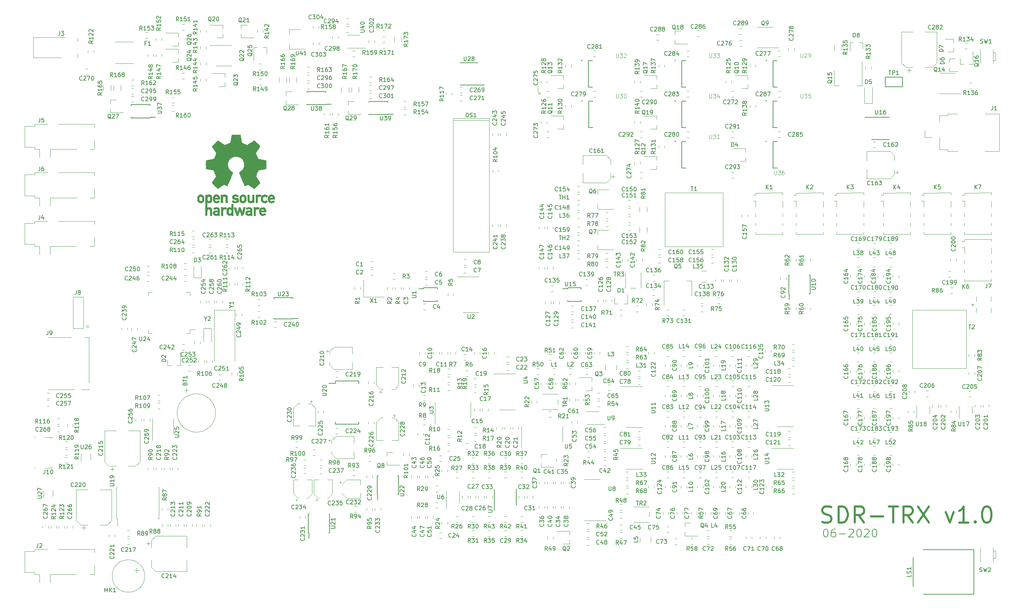
<source format=gto>
G04 #@! TF.GenerationSoftware,KiCad,Pcbnew,5.1.5+dfsg1-2build2*
G04 #@! TF.CreationDate,2020-06-25T18:04:22+03:00*
G04 #@! TF.ProjectId,sdr-trx,7364722d-7472-4782-9e6b-696361645f70,A*
G04 #@! TF.SameCoordinates,Original*
G04 #@! TF.FileFunction,Legend,Top*
G04 #@! TF.FilePolarity,Positive*
%FSLAX46Y46*%
G04 Gerber Fmt 4.6, Leading zero omitted, Abs format (unit mm)*
G04 Created by KiCad (PCBNEW 5.1.5+dfsg1-2build2) date 2020-06-25 18:04:22*
%MOMM*%
%LPD*%
G04 APERTURE LIST*
%ADD10C,0.200000*%
%ADD11C,0.500000*%
%ADD12C,0.120000*%
%ADD13C,0.127000*%
%ADD14C,0.010000*%
%ADD15C,0.150000*%
%ADD16C,0.015000*%
G04 APERTURE END LIST*
D10*
X228404761Y-145614761D02*
X228595238Y-145614761D01*
X228785714Y-145710000D01*
X228880952Y-145805238D01*
X228976190Y-145995714D01*
X229071428Y-146376666D01*
X229071428Y-146852857D01*
X228976190Y-147233809D01*
X228880952Y-147424285D01*
X228785714Y-147519523D01*
X228595238Y-147614761D01*
X228404761Y-147614761D01*
X228214285Y-147519523D01*
X228119047Y-147424285D01*
X228023809Y-147233809D01*
X227928571Y-146852857D01*
X227928571Y-146376666D01*
X228023809Y-145995714D01*
X228119047Y-145805238D01*
X228214285Y-145710000D01*
X228404761Y-145614761D01*
X230785714Y-145614761D02*
X230404761Y-145614761D01*
X230214285Y-145710000D01*
X230119047Y-145805238D01*
X229928571Y-146090952D01*
X229833333Y-146471904D01*
X229833333Y-147233809D01*
X229928571Y-147424285D01*
X230023809Y-147519523D01*
X230214285Y-147614761D01*
X230595238Y-147614761D01*
X230785714Y-147519523D01*
X230880952Y-147424285D01*
X230976190Y-147233809D01*
X230976190Y-146757619D01*
X230880952Y-146567142D01*
X230785714Y-146471904D01*
X230595238Y-146376666D01*
X230214285Y-146376666D01*
X230023809Y-146471904D01*
X229928571Y-146567142D01*
X229833333Y-146757619D01*
X231833333Y-146852857D02*
X233357142Y-146852857D01*
X234214285Y-145805238D02*
X234309523Y-145710000D01*
X234500000Y-145614761D01*
X234976190Y-145614761D01*
X235166666Y-145710000D01*
X235261904Y-145805238D01*
X235357142Y-145995714D01*
X235357142Y-146186190D01*
X235261904Y-146471904D01*
X234119047Y-147614761D01*
X235357142Y-147614761D01*
X236595238Y-145614761D02*
X236785714Y-145614761D01*
X236976190Y-145710000D01*
X237071428Y-145805238D01*
X237166666Y-145995714D01*
X237261904Y-146376666D01*
X237261904Y-146852857D01*
X237166666Y-147233809D01*
X237071428Y-147424285D01*
X236976190Y-147519523D01*
X236785714Y-147614761D01*
X236595238Y-147614761D01*
X236404761Y-147519523D01*
X236309523Y-147424285D01*
X236214285Y-147233809D01*
X236119047Y-146852857D01*
X236119047Y-146376666D01*
X236214285Y-145995714D01*
X236309523Y-145805238D01*
X236404761Y-145710000D01*
X236595238Y-145614761D01*
X238023809Y-145805238D02*
X238119047Y-145710000D01*
X238309523Y-145614761D01*
X238785714Y-145614761D01*
X238976190Y-145710000D01*
X239071428Y-145805238D01*
X239166666Y-145995714D01*
X239166666Y-146186190D01*
X239071428Y-146471904D01*
X237928571Y-147614761D01*
X239166666Y-147614761D01*
X240404761Y-145614761D02*
X240595238Y-145614761D01*
X240785714Y-145710000D01*
X240880952Y-145805238D01*
X240976190Y-145995714D01*
X241071428Y-146376666D01*
X241071428Y-146852857D01*
X240976190Y-147233809D01*
X240880952Y-147424285D01*
X240785714Y-147519523D01*
X240595238Y-147614761D01*
X240404761Y-147614761D01*
X240214285Y-147519523D01*
X240119047Y-147424285D01*
X240023809Y-147233809D01*
X239928571Y-146852857D01*
X239928571Y-146376666D01*
X240023809Y-145995714D01*
X240119047Y-145805238D01*
X240214285Y-145710000D01*
X240404761Y-145614761D01*
D11*
X227642857Y-143829047D02*
X228214285Y-144019523D01*
X229166666Y-144019523D01*
X229547619Y-143829047D01*
X229738095Y-143638571D01*
X229928571Y-143257619D01*
X229928571Y-142876666D01*
X229738095Y-142495714D01*
X229547619Y-142305238D01*
X229166666Y-142114761D01*
X228404761Y-141924285D01*
X228023809Y-141733809D01*
X227833333Y-141543333D01*
X227642857Y-141162380D01*
X227642857Y-140781428D01*
X227833333Y-140400476D01*
X228023809Y-140210000D01*
X228404761Y-140019523D01*
X229357142Y-140019523D01*
X229928571Y-140210000D01*
X231642857Y-144019523D02*
X231642857Y-140019523D01*
X232595238Y-140019523D01*
X233166666Y-140210000D01*
X233547619Y-140590952D01*
X233738095Y-140971904D01*
X233928571Y-141733809D01*
X233928571Y-142305238D01*
X233738095Y-143067142D01*
X233547619Y-143448095D01*
X233166666Y-143829047D01*
X232595238Y-144019523D01*
X231642857Y-144019523D01*
X237928571Y-144019523D02*
X236595238Y-142114761D01*
X235642857Y-144019523D02*
X235642857Y-140019523D01*
X237166666Y-140019523D01*
X237547619Y-140210000D01*
X237738095Y-140400476D01*
X237928571Y-140781428D01*
X237928571Y-141352857D01*
X237738095Y-141733809D01*
X237547619Y-141924285D01*
X237166666Y-142114761D01*
X235642857Y-142114761D01*
X239642857Y-142495714D02*
X242690476Y-142495714D01*
X244023809Y-140019523D02*
X246309523Y-140019523D01*
X245166666Y-144019523D02*
X245166666Y-140019523D01*
X249928571Y-144019523D02*
X248595238Y-142114761D01*
X247642857Y-144019523D02*
X247642857Y-140019523D01*
X249166666Y-140019523D01*
X249547619Y-140210000D01*
X249738095Y-140400476D01*
X249928571Y-140781428D01*
X249928571Y-141352857D01*
X249738095Y-141733809D01*
X249547619Y-141924285D01*
X249166666Y-142114761D01*
X247642857Y-142114761D01*
X251261904Y-140019523D02*
X253928571Y-144019523D01*
X253928571Y-140019523D02*
X251261904Y-144019523D01*
X258119047Y-141352857D02*
X259071428Y-144019523D01*
X260023809Y-141352857D01*
X263642857Y-144019523D02*
X261357142Y-144019523D01*
X262500000Y-144019523D02*
X262500000Y-140019523D01*
X262119047Y-140590952D01*
X261738095Y-140971904D01*
X261357142Y-141162380D01*
X265357142Y-143638571D02*
X265547619Y-143829047D01*
X265357142Y-144019523D01*
X265166666Y-143829047D01*
X265357142Y-143638571D01*
X265357142Y-144019523D01*
X268023809Y-140019523D02*
X268404761Y-140019523D01*
X268785714Y-140210000D01*
X268976190Y-140400476D01*
X269166666Y-140781428D01*
X269357142Y-141543333D01*
X269357142Y-142495714D01*
X269166666Y-143257619D01*
X268976190Y-143638571D01*
X268785714Y-143829047D01*
X268404761Y-144019523D01*
X268023809Y-144019523D01*
X267642857Y-143829047D01*
X267452380Y-143638571D01*
X267261904Y-143257619D01*
X267071428Y-142495714D01*
X267071428Y-141543333D01*
X267261904Y-140781428D01*
X267452380Y-140400476D01*
X267642857Y-140210000D01*
X268023809Y-140019523D01*
D12*
X158000000Y-38210000D02*
X157500000Y-38210000D01*
X158000000Y-38210000D02*
X158000000Y-37710000D01*
X157500000Y-37710000D02*
X158000000Y-38210000D01*
X157500000Y-36210000D02*
X157500000Y-37710000D01*
D13*
X250000000Y-152637000D02*
X250000000Y-159783000D01*
X265000000Y-161710000D02*
X252554000Y-161710000D01*
X265000000Y-150710000D02*
X265000000Y-161710000D01*
X252527000Y-150710000D02*
X265000000Y-150710000D01*
D14*
G36*
X84248305Y-49235960D02*
G01*
X84436557Y-50234542D01*
X85131183Y-50520889D01*
X85825808Y-50807237D01*
X86659128Y-50240586D01*
X86892501Y-50082811D01*
X87103457Y-49941939D01*
X87282153Y-49824401D01*
X87418744Y-49736629D01*
X87503386Y-49685055D01*
X87526437Y-49673935D01*
X87567963Y-49702535D01*
X87656698Y-49781604D01*
X87782697Y-49901041D01*
X87936014Y-50050744D01*
X88106702Y-50220615D01*
X88284814Y-50400551D01*
X88460406Y-50580454D01*
X88623530Y-50750222D01*
X88764241Y-50899754D01*
X88872592Y-51018952D01*
X88938637Y-51097713D01*
X88954426Y-51124072D01*
X88931703Y-51172666D01*
X88867999Y-51279126D01*
X88770013Y-51433039D01*
X88644441Y-51623991D01*
X88497982Y-51841569D01*
X88413115Y-51965671D01*
X88258426Y-52192279D01*
X88120970Y-52396770D01*
X88007414Y-52568965D01*
X87924428Y-52698685D01*
X87878678Y-52775751D01*
X87871803Y-52791947D01*
X87887388Y-52837975D01*
X87929868Y-52945250D01*
X87992835Y-53098687D01*
X88069879Y-53283206D01*
X88154590Y-53483721D01*
X88240558Y-53685152D01*
X88321373Y-53872415D01*
X88390627Y-54030428D01*
X88441908Y-54144107D01*
X88468809Y-54198370D01*
X88470396Y-54200506D01*
X88512635Y-54210867D01*
X88625126Y-54233982D01*
X88796209Y-54267579D01*
X89014223Y-54309385D01*
X89267509Y-54357127D01*
X89415288Y-54384659D01*
X89685938Y-54436190D01*
X89930397Y-54485225D01*
X90136300Y-54529081D01*
X90291277Y-54565074D01*
X90382962Y-54590521D01*
X90401393Y-54598595D01*
X90419445Y-54653242D01*
X90434010Y-54776662D01*
X90445098Y-54954423D01*
X90452719Y-55172091D01*
X90456884Y-55415235D01*
X90457602Y-55669423D01*
X90454882Y-55920220D01*
X90448735Y-56153196D01*
X90439171Y-56353918D01*
X90426199Y-56507954D01*
X90409829Y-56600870D01*
X90400011Y-56620213D01*
X90341323Y-56643398D01*
X90216966Y-56676544D01*
X90043390Y-56715758D01*
X89837042Y-56757145D01*
X89765011Y-56770534D01*
X89417719Y-56834147D01*
X89143383Y-56885378D01*
X88932939Y-56926261D01*
X88777322Y-56958834D01*
X88667467Y-56985132D01*
X88594311Y-57007192D01*
X88548787Y-57027049D01*
X88521833Y-57046741D01*
X88518061Y-57050632D01*
X88480415Y-57113324D01*
X88422986Y-57235331D01*
X88351508Y-57401712D01*
X88271715Y-57597529D01*
X88189343Y-57807840D01*
X88110125Y-58017708D01*
X88039796Y-58212191D01*
X87984089Y-58376350D01*
X87948741Y-58495245D01*
X87939484Y-58553936D01*
X87940256Y-58555992D01*
X87971620Y-58603964D01*
X88042774Y-58709516D01*
X88146240Y-58861660D01*
X88274540Y-59049410D01*
X88420199Y-59261780D01*
X88461680Y-59322130D01*
X88609587Y-59540929D01*
X88739739Y-59740562D01*
X88845045Y-59909565D01*
X88918416Y-60036475D01*
X88952763Y-60109829D01*
X88954426Y-60118841D01*
X88925569Y-60166207D01*
X88845831Y-60260042D01*
X88725462Y-60390261D01*
X88574713Y-60546779D01*
X88403836Y-60719510D01*
X88223079Y-60898371D01*
X88042694Y-61073276D01*
X87872932Y-61234140D01*
X87724042Y-61370878D01*
X87606276Y-61473407D01*
X87529883Y-61531640D01*
X87508750Y-61541148D01*
X87459560Y-61518754D01*
X87358847Y-61458356D01*
X87223017Y-61370129D01*
X87118510Y-61299115D01*
X86929149Y-61168811D01*
X86704899Y-61015384D01*
X86479964Y-60862201D01*
X86359032Y-60780218D01*
X85949704Y-60503353D01*
X85606102Y-60689136D01*
X85449565Y-60770523D01*
X85316454Y-60833784D01*
X85226389Y-60869865D01*
X85203463Y-60874885D01*
X85175895Y-60837817D01*
X85121508Y-60733069D01*
X85044363Y-60570303D01*
X84948518Y-60359181D01*
X84838034Y-60109365D01*
X84716971Y-59830517D01*
X84589389Y-59532299D01*
X84459347Y-59224374D01*
X84330906Y-58916404D01*
X84208126Y-58618050D01*
X84095067Y-58338975D01*
X83995788Y-58088841D01*
X83914349Y-57877310D01*
X83854811Y-57714043D01*
X83821234Y-57608705D01*
X83815834Y-57572527D01*
X83858634Y-57526381D01*
X83952344Y-57451472D01*
X84077373Y-57363364D01*
X84087867Y-57356394D01*
X84411020Y-57097721D01*
X84671587Y-56795938D01*
X84867310Y-56460695D01*
X84995932Y-56101642D01*
X85055195Y-55728426D01*
X85042839Y-55350700D01*
X84956607Y-54978111D01*
X84794241Y-54620310D01*
X84746472Y-54542027D01*
X84498009Y-54225919D01*
X84204481Y-53972079D01*
X83876047Y-53781827D01*
X83522865Y-53656485D01*
X83155095Y-53597372D01*
X82782897Y-53605807D01*
X82416429Y-53683112D01*
X82065851Y-53830606D01*
X81741323Y-54049610D01*
X81640936Y-54138498D01*
X81385449Y-54416744D01*
X81199278Y-54709656D01*
X81071570Y-55037986D01*
X81000444Y-55363133D01*
X80982886Y-55728702D01*
X81041434Y-56096086D01*
X81170142Y-56452866D01*
X81363062Y-56786626D01*
X81614248Y-57084947D01*
X81917752Y-57335411D01*
X81957640Y-57361813D01*
X82084009Y-57448272D01*
X82180073Y-57523184D01*
X82226000Y-57571015D01*
X82226668Y-57572527D01*
X82216808Y-57624267D01*
X82177722Y-57741696D01*
X82113472Y-57915154D01*
X82028120Y-58134979D01*
X81925727Y-58391513D01*
X81810354Y-58675096D01*
X81686063Y-58976067D01*
X81556916Y-59284767D01*
X81426974Y-59591536D01*
X81300298Y-59886714D01*
X81180951Y-60160640D01*
X81072994Y-60403656D01*
X80980488Y-60606101D01*
X80907496Y-60758315D01*
X80858077Y-60850638D01*
X80838177Y-60874885D01*
X80777366Y-60856004D01*
X80663582Y-60805364D01*
X80516445Y-60732017D01*
X80435538Y-60689136D01*
X80091935Y-60503353D01*
X79682607Y-60780218D01*
X79473654Y-60922054D01*
X79244887Y-61078141D01*
X79030509Y-61225109D01*
X78923129Y-61299115D01*
X78772102Y-61400531D01*
X78644218Y-61480898D01*
X78556158Y-61530041D01*
X78527555Y-61540429D01*
X78485924Y-61512405D01*
X78393789Y-61434172D01*
X78260082Y-61313852D01*
X78093735Y-61159568D01*
X77903680Y-60979443D01*
X77783479Y-60863790D01*
X77573185Y-60657167D01*
X77391444Y-60472358D01*
X77245603Y-60317270D01*
X77143009Y-60199807D01*
X77091009Y-60127875D01*
X77086020Y-60113278D01*
X77109171Y-60057753D01*
X77173146Y-59945484D01*
X77270847Y-59787837D01*
X77395180Y-59596179D01*
X77539046Y-59381876D01*
X77579959Y-59322130D01*
X77729033Y-59104982D01*
X77862775Y-58909475D01*
X77973709Y-58746599D01*
X78054356Y-58627337D01*
X78097241Y-58562678D01*
X78101383Y-58555992D01*
X78095188Y-58504462D01*
X78062300Y-58391166D01*
X78008455Y-58231042D01*
X77939387Y-58039032D01*
X77860831Y-57830074D01*
X77778520Y-57619109D01*
X77698189Y-57421076D01*
X77625572Y-57250916D01*
X77566405Y-57123567D01*
X77526420Y-57053971D01*
X77523578Y-57050632D01*
X77499127Y-57030742D01*
X77457831Y-57011073D01*
X77390623Y-56989589D01*
X77288441Y-56964253D01*
X77142219Y-56933029D01*
X76942893Y-56893882D01*
X76681397Y-56844775D01*
X76348669Y-56783672D01*
X76276628Y-56770534D01*
X76063115Y-56729282D01*
X75876978Y-56688926D01*
X75734666Y-56653361D01*
X75652629Y-56626480D01*
X75641628Y-56620213D01*
X75623502Y-56564654D01*
X75608767Y-56440495D01*
X75597436Y-56262169D01*
X75589516Y-56044109D01*
X75585019Y-55800746D01*
X75583954Y-55546514D01*
X75586330Y-55295845D01*
X75592159Y-55063171D01*
X75601449Y-54862924D01*
X75614211Y-54709538D01*
X75630454Y-54617444D01*
X75640246Y-54598595D01*
X75694761Y-54579582D01*
X75818896Y-54548650D01*
X76000285Y-54508482D01*
X76226560Y-54461762D01*
X76485353Y-54411173D01*
X76626351Y-54384659D01*
X76893873Y-54334650D01*
X77132438Y-54289346D01*
X77330386Y-54251021D01*
X77476057Y-54221947D01*
X77557791Y-54204397D01*
X77571243Y-54200506D01*
X77593979Y-54156638D01*
X77642040Y-54050976D01*
X77709019Y-53898613D01*
X77788510Y-53714646D01*
X77874108Y-53514170D01*
X77959405Y-53312281D01*
X78037995Y-53124073D01*
X78103473Y-52964642D01*
X78149431Y-52849084D01*
X78169463Y-52792494D01*
X78169836Y-52790021D01*
X78147126Y-52745379D01*
X78083459Y-52642647D01*
X77985525Y-52492037D01*
X77860017Y-52303757D01*
X77713626Y-52088018D01*
X77628525Y-51964098D01*
X77473455Y-51736883D01*
X77335725Y-51530595D01*
X77222053Y-51355671D01*
X77139161Y-51222545D01*
X77093769Y-51141653D01*
X77087213Y-51123520D01*
X77115395Y-51081312D01*
X77193304Y-50991191D01*
X77310990Y-50863254D01*
X77458500Y-50707596D01*
X77625881Y-50534315D01*
X77803181Y-50353507D01*
X77980448Y-50175267D01*
X78147730Y-50009693D01*
X78295075Y-49866880D01*
X78412530Y-49756925D01*
X78490143Y-49689924D01*
X78516108Y-49673935D01*
X78558384Y-49696419D01*
X78659501Y-49759585D01*
X78809627Y-49857003D01*
X78998930Y-49982243D01*
X79217579Y-50128875D01*
X79382511Y-50240586D01*
X80215831Y-50807237D01*
X80910456Y-50520889D01*
X81605082Y-50234542D01*
X81793334Y-49235960D01*
X81981587Y-48237377D01*
X84060052Y-48237377D01*
X84248305Y-49235960D01*
G37*
X84248305Y-49235960D02*
X84436557Y-50234542D01*
X85131183Y-50520889D01*
X85825808Y-50807237D01*
X86659128Y-50240586D01*
X86892501Y-50082811D01*
X87103457Y-49941939D01*
X87282153Y-49824401D01*
X87418744Y-49736629D01*
X87503386Y-49685055D01*
X87526437Y-49673935D01*
X87567963Y-49702535D01*
X87656698Y-49781604D01*
X87782697Y-49901041D01*
X87936014Y-50050744D01*
X88106702Y-50220615D01*
X88284814Y-50400551D01*
X88460406Y-50580454D01*
X88623530Y-50750222D01*
X88764241Y-50899754D01*
X88872592Y-51018952D01*
X88938637Y-51097713D01*
X88954426Y-51124072D01*
X88931703Y-51172666D01*
X88867999Y-51279126D01*
X88770013Y-51433039D01*
X88644441Y-51623991D01*
X88497982Y-51841569D01*
X88413115Y-51965671D01*
X88258426Y-52192279D01*
X88120970Y-52396770D01*
X88007414Y-52568965D01*
X87924428Y-52698685D01*
X87878678Y-52775751D01*
X87871803Y-52791947D01*
X87887388Y-52837975D01*
X87929868Y-52945250D01*
X87992835Y-53098687D01*
X88069879Y-53283206D01*
X88154590Y-53483721D01*
X88240558Y-53685152D01*
X88321373Y-53872415D01*
X88390627Y-54030428D01*
X88441908Y-54144107D01*
X88468809Y-54198370D01*
X88470396Y-54200506D01*
X88512635Y-54210867D01*
X88625126Y-54233982D01*
X88796209Y-54267579D01*
X89014223Y-54309385D01*
X89267509Y-54357127D01*
X89415288Y-54384659D01*
X89685938Y-54436190D01*
X89930397Y-54485225D01*
X90136300Y-54529081D01*
X90291277Y-54565074D01*
X90382962Y-54590521D01*
X90401393Y-54598595D01*
X90419445Y-54653242D01*
X90434010Y-54776662D01*
X90445098Y-54954423D01*
X90452719Y-55172091D01*
X90456884Y-55415235D01*
X90457602Y-55669423D01*
X90454882Y-55920220D01*
X90448735Y-56153196D01*
X90439171Y-56353918D01*
X90426199Y-56507954D01*
X90409829Y-56600870D01*
X90400011Y-56620213D01*
X90341323Y-56643398D01*
X90216966Y-56676544D01*
X90043390Y-56715758D01*
X89837042Y-56757145D01*
X89765011Y-56770534D01*
X89417719Y-56834147D01*
X89143383Y-56885378D01*
X88932939Y-56926261D01*
X88777322Y-56958834D01*
X88667467Y-56985132D01*
X88594311Y-57007192D01*
X88548787Y-57027049D01*
X88521833Y-57046741D01*
X88518061Y-57050632D01*
X88480415Y-57113324D01*
X88422986Y-57235331D01*
X88351508Y-57401712D01*
X88271715Y-57597529D01*
X88189343Y-57807840D01*
X88110125Y-58017708D01*
X88039796Y-58212191D01*
X87984089Y-58376350D01*
X87948741Y-58495245D01*
X87939484Y-58553936D01*
X87940256Y-58555992D01*
X87971620Y-58603964D01*
X88042774Y-58709516D01*
X88146240Y-58861660D01*
X88274540Y-59049410D01*
X88420199Y-59261780D01*
X88461680Y-59322130D01*
X88609587Y-59540929D01*
X88739739Y-59740562D01*
X88845045Y-59909565D01*
X88918416Y-60036475D01*
X88952763Y-60109829D01*
X88954426Y-60118841D01*
X88925569Y-60166207D01*
X88845831Y-60260042D01*
X88725462Y-60390261D01*
X88574713Y-60546779D01*
X88403836Y-60719510D01*
X88223079Y-60898371D01*
X88042694Y-61073276D01*
X87872932Y-61234140D01*
X87724042Y-61370878D01*
X87606276Y-61473407D01*
X87529883Y-61531640D01*
X87508750Y-61541148D01*
X87459560Y-61518754D01*
X87358847Y-61458356D01*
X87223017Y-61370129D01*
X87118510Y-61299115D01*
X86929149Y-61168811D01*
X86704899Y-61015384D01*
X86479964Y-60862201D01*
X86359032Y-60780218D01*
X85949704Y-60503353D01*
X85606102Y-60689136D01*
X85449565Y-60770523D01*
X85316454Y-60833784D01*
X85226389Y-60869865D01*
X85203463Y-60874885D01*
X85175895Y-60837817D01*
X85121508Y-60733069D01*
X85044363Y-60570303D01*
X84948518Y-60359181D01*
X84838034Y-60109365D01*
X84716971Y-59830517D01*
X84589389Y-59532299D01*
X84459347Y-59224374D01*
X84330906Y-58916404D01*
X84208126Y-58618050D01*
X84095067Y-58338975D01*
X83995788Y-58088841D01*
X83914349Y-57877310D01*
X83854811Y-57714043D01*
X83821234Y-57608705D01*
X83815834Y-57572527D01*
X83858634Y-57526381D01*
X83952344Y-57451472D01*
X84077373Y-57363364D01*
X84087867Y-57356394D01*
X84411020Y-57097721D01*
X84671587Y-56795938D01*
X84867310Y-56460695D01*
X84995932Y-56101642D01*
X85055195Y-55728426D01*
X85042839Y-55350700D01*
X84956607Y-54978111D01*
X84794241Y-54620310D01*
X84746472Y-54542027D01*
X84498009Y-54225919D01*
X84204481Y-53972079D01*
X83876047Y-53781827D01*
X83522865Y-53656485D01*
X83155095Y-53597372D01*
X82782897Y-53605807D01*
X82416429Y-53683112D01*
X82065851Y-53830606D01*
X81741323Y-54049610D01*
X81640936Y-54138498D01*
X81385449Y-54416744D01*
X81199278Y-54709656D01*
X81071570Y-55037986D01*
X81000444Y-55363133D01*
X80982886Y-55728702D01*
X81041434Y-56096086D01*
X81170142Y-56452866D01*
X81363062Y-56786626D01*
X81614248Y-57084947D01*
X81917752Y-57335411D01*
X81957640Y-57361813D01*
X82084009Y-57448272D01*
X82180073Y-57523184D01*
X82226000Y-57571015D01*
X82226668Y-57572527D01*
X82216808Y-57624267D01*
X82177722Y-57741696D01*
X82113472Y-57915154D01*
X82028120Y-58134979D01*
X81925727Y-58391513D01*
X81810354Y-58675096D01*
X81686063Y-58976067D01*
X81556916Y-59284767D01*
X81426974Y-59591536D01*
X81300298Y-59886714D01*
X81180951Y-60160640D01*
X81072994Y-60403656D01*
X80980488Y-60606101D01*
X80907496Y-60758315D01*
X80858077Y-60850638D01*
X80838177Y-60874885D01*
X80777366Y-60856004D01*
X80663582Y-60805364D01*
X80516445Y-60732017D01*
X80435538Y-60689136D01*
X80091935Y-60503353D01*
X79682607Y-60780218D01*
X79473654Y-60922054D01*
X79244887Y-61078141D01*
X79030509Y-61225109D01*
X78923129Y-61299115D01*
X78772102Y-61400531D01*
X78644218Y-61480898D01*
X78556158Y-61530041D01*
X78527555Y-61540429D01*
X78485924Y-61512405D01*
X78393789Y-61434172D01*
X78260082Y-61313852D01*
X78093735Y-61159568D01*
X77903680Y-60979443D01*
X77783479Y-60863790D01*
X77573185Y-60657167D01*
X77391444Y-60472358D01*
X77245603Y-60317270D01*
X77143009Y-60199807D01*
X77091009Y-60127875D01*
X77086020Y-60113278D01*
X77109171Y-60057753D01*
X77173146Y-59945484D01*
X77270847Y-59787837D01*
X77395180Y-59596179D01*
X77539046Y-59381876D01*
X77579959Y-59322130D01*
X77729033Y-59104982D01*
X77862775Y-58909475D01*
X77973709Y-58746599D01*
X78054356Y-58627337D01*
X78097241Y-58562678D01*
X78101383Y-58555992D01*
X78095188Y-58504462D01*
X78062300Y-58391166D01*
X78008455Y-58231042D01*
X77939387Y-58039032D01*
X77860831Y-57830074D01*
X77778520Y-57619109D01*
X77698189Y-57421076D01*
X77625572Y-57250916D01*
X77566405Y-57123567D01*
X77526420Y-57053971D01*
X77523578Y-57050632D01*
X77499127Y-57030742D01*
X77457831Y-57011073D01*
X77390623Y-56989589D01*
X77288441Y-56964253D01*
X77142219Y-56933029D01*
X76942893Y-56893882D01*
X76681397Y-56844775D01*
X76348669Y-56783672D01*
X76276628Y-56770534D01*
X76063115Y-56729282D01*
X75876978Y-56688926D01*
X75734666Y-56653361D01*
X75652629Y-56626480D01*
X75641628Y-56620213D01*
X75623502Y-56564654D01*
X75608767Y-56440495D01*
X75597436Y-56262169D01*
X75589516Y-56044109D01*
X75585019Y-55800746D01*
X75583954Y-55546514D01*
X75586330Y-55295845D01*
X75592159Y-55063171D01*
X75601449Y-54862924D01*
X75614211Y-54709538D01*
X75630454Y-54617444D01*
X75640246Y-54598595D01*
X75694761Y-54579582D01*
X75818896Y-54548650D01*
X76000285Y-54508482D01*
X76226560Y-54461762D01*
X76485353Y-54411173D01*
X76626351Y-54384659D01*
X76893873Y-54334650D01*
X77132438Y-54289346D01*
X77330386Y-54251021D01*
X77476057Y-54221947D01*
X77557791Y-54204397D01*
X77571243Y-54200506D01*
X77593979Y-54156638D01*
X77642040Y-54050976D01*
X77709019Y-53898613D01*
X77788510Y-53714646D01*
X77874108Y-53514170D01*
X77959405Y-53312281D01*
X78037995Y-53124073D01*
X78103473Y-52964642D01*
X78149431Y-52849084D01*
X78169463Y-52792494D01*
X78169836Y-52790021D01*
X78147126Y-52745379D01*
X78083459Y-52642647D01*
X77985525Y-52492037D01*
X77860017Y-52303757D01*
X77713626Y-52088018D01*
X77628525Y-51964098D01*
X77473455Y-51736883D01*
X77335725Y-51530595D01*
X77222053Y-51355671D01*
X77139161Y-51222545D01*
X77093769Y-51141653D01*
X77087213Y-51123520D01*
X77115395Y-51081312D01*
X77193304Y-50991191D01*
X77310990Y-50863254D01*
X77458500Y-50707596D01*
X77625881Y-50534315D01*
X77803181Y-50353507D01*
X77980448Y-50175267D01*
X78147730Y-50009693D01*
X78295075Y-49866880D01*
X78412530Y-49756925D01*
X78490143Y-49689924D01*
X78516108Y-49673935D01*
X78558384Y-49696419D01*
X78659501Y-49759585D01*
X78809627Y-49857003D01*
X78998930Y-49982243D01*
X79217579Y-50128875D01*
X79382511Y-50240586D01*
X80215831Y-50807237D01*
X80910456Y-50520889D01*
X81605082Y-50234542D01*
X81793334Y-49235960D01*
X81981587Y-48237377D01*
X84060052Y-48237377D01*
X84248305Y-49235960D01*
G36*
X88958869Y-63038231D02*
G01*
X89102092Y-63081989D01*
X89194306Y-63137280D01*
X89224344Y-63181004D01*
X89216076Y-63232834D01*
X89162427Y-63314259D01*
X89117063Y-63371927D01*
X89023546Y-63476182D01*
X88953287Y-63520045D01*
X88893393Y-63517182D01*
X88715720Y-63471967D01*
X88585234Y-63474020D01*
X88479273Y-63525261D01*
X88443700Y-63555252D01*
X88329836Y-63660778D01*
X88329836Y-65038853D01*
X87871803Y-65038853D01*
X87871803Y-63040164D01*
X88100820Y-63040164D01*
X88238318Y-63045602D01*
X88309258Y-63064909D01*
X88329827Y-63102576D01*
X88329836Y-63103692D01*
X88339550Y-63143146D01*
X88383478Y-63138000D01*
X88444344Y-63109536D01*
X88570054Y-63056569D01*
X88672134Y-63024703D01*
X88803480Y-63016533D01*
X88958869Y-63038231D01*
G37*
X88958869Y-63038231D02*
X89102092Y-63081989D01*
X89194306Y-63137280D01*
X89224344Y-63181004D01*
X89216076Y-63232834D01*
X89162427Y-63314259D01*
X89117063Y-63371927D01*
X89023546Y-63476182D01*
X88953287Y-63520045D01*
X88893393Y-63517182D01*
X88715720Y-63471967D01*
X88585234Y-63474020D01*
X88479273Y-63525261D01*
X88443700Y-63555252D01*
X88329836Y-63660778D01*
X88329836Y-65038853D01*
X87871803Y-65038853D01*
X87871803Y-63040164D01*
X88100820Y-63040164D01*
X88238318Y-63045602D01*
X88309258Y-63064909D01*
X88329827Y-63102576D01*
X88329836Y-63103692D01*
X88339550Y-63143146D01*
X88383478Y-63138000D01*
X88444344Y-63109536D01*
X88570054Y-63056569D01*
X88672134Y-63024703D01*
X88803480Y-63016533D01*
X88958869Y-63038231D01*
G36*
X80503108Y-63074563D02*
G01*
X80606740Y-63124062D01*
X80707106Y-63195561D01*
X80783568Y-63277853D01*
X80839262Y-63382811D01*
X80877323Y-63522313D01*
X80900885Y-63708233D01*
X80913085Y-63952448D01*
X80917056Y-64266833D01*
X80917118Y-64299754D01*
X80918033Y-65038853D01*
X80460000Y-65038853D01*
X80460000Y-64357481D01*
X80459674Y-64105050D01*
X80457419Y-63922093D01*
X80451319Y-63794807D01*
X80439459Y-63709386D01*
X80419924Y-63652026D01*
X80390797Y-63608924D01*
X80350224Y-63566334D01*
X80208269Y-63474824D01*
X80053306Y-63457843D01*
X79905677Y-63515701D01*
X79854337Y-63558763D01*
X79816647Y-63599249D01*
X79789587Y-63642607D01*
X79771397Y-63702463D01*
X79760316Y-63792441D01*
X79754586Y-63926168D01*
X79752444Y-64117270D01*
X79752131Y-64349911D01*
X79752131Y-65038853D01*
X79294098Y-65038853D01*
X79294098Y-63040164D01*
X79523115Y-63040164D01*
X79660614Y-63045602D01*
X79731553Y-63064909D01*
X79752122Y-63102576D01*
X79752131Y-63103692D01*
X79761675Y-63140581D01*
X79803767Y-63136395D01*
X79887459Y-63095861D01*
X80077273Y-63036224D01*
X80294401Y-63029591D01*
X80503108Y-63074563D01*
G37*
X80503108Y-63074563D02*
X80606740Y-63124062D01*
X80707106Y-63195561D01*
X80783568Y-63277853D01*
X80839262Y-63382811D01*
X80877323Y-63522313D01*
X80900885Y-63708233D01*
X80913085Y-63952448D01*
X80917056Y-64266833D01*
X80917118Y-64299754D01*
X80918033Y-65038853D01*
X80460000Y-65038853D01*
X80460000Y-64357481D01*
X80459674Y-64105050D01*
X80457419Y-63922093D01*
X80451319Y-63794807D01*
X80439459Y-63709386D01*
X80419924Y-63652026D01*
X80390797Y-63608924D01*
X80350224Y-63566334D01*
X80208269Y-63474824D01*
X80053306Y-63457843D01*
X79905677Y-63515701D01*
X79854337Y-63558763D01*
X79816647Y-63599249D01*
X79789587Y-63642607D01*
X79771397Y-63702463D01*
X79760316Y-63792441D01*
X79754586Y-63926168D01*
X79752444Y-64117270D01*
X79752131Y-64349911D01*
X79752131Y-65038853D01*
X79294098Y-65038853D01*
X79294098Y-63040164D01*
X79523115Y-63040164D01*
X79660614Y-63045602D01*
X79731553Y-63064909D01*
X79752122Y-63102576D01*
X79752131Y-63103692D01*
X79761675Y-63140581D01*
X79803767Y-63136395D01*
X79887459Y-63095861D01*
X80077273Y-63036224D01*
X80294401Y-63029591D01*
X80503108Y-63074563D01*
G36*
X91867792Y-63033019D02*
G01*
X91974414Y-63058922D01*
X92178830Y-63153772D01*
X92353625Y-63298633D01*
X92474597Y-63472320D01*
X92491217Y-63511317D01*
X92514016Y-63613465D01*
X92529975Y-63764573D01*
X92535410Y-63917301D01*
X92535410Y-64206066D01*
X91931639Y-64206066D01*
X91682619Y-64207007D01*
X91507189Y-64212723D01*
X91395665Y-64227550D01*
X91338360Y-64255827D01*
X91325588Y-64301890D01*
X91347662Y-64370077D01*
X91387205Y-64449863D01*
X91497509Y-64583017D01*
X91650792Y-64649355D01*
X91838141Y-64647194D01*
X92050363Y-64574991D01*
X92233773Y-64485883D01*
X92385962Y-64606220D01*
X92538151Y-64726558D01*
X92394974Y-64858843D01*
X92203828Y-64983832D01*
X91968753Y-65059189D01*
X91715898Y-65080278D01*
X91471413Y-65042460D01*
X91431967Y-65029628D01*
X91217090Y-64917414D01*
X91057250Y-64750118D01*
X90949080Y-64522748D01*
X90889210Y-64230308D01*
X90888513Y-64224040D01*
X90883152Y-63905332D01*
X90904823Y-63791632D01*
X91327869Y-63791632D01*
X91366722Y-63809116D01*
X91472205Y-63822508D01*
X91627707Y-63830155D01*
X91726249Y-63831312D01*
X91910013Y-63830588D01*
X92024914Y-63825983D01*
X92085366Y-63813848D01*
X92105783Y-63790530D01*
X92100581Y-63752382D01*
X92096217Y-63737623D01*
X92021724Y-63598944D01*
X91904566Y-63487179D01*
X91801173Y-63438066D01*
X91663816Y-63441032D01*
X91524629Y-63502278D01*
X91407874Y-63603683D01*
X91337810Y-63727122D01*
X91327869Y-63791632D01*
X90904823Y-63791632D01*
X90936579Y-63625020D01*
X91042572Y-63389780D01*
X91194911Y-63206284D01*
X91387374Y-63081209D01*
X91613742Y-63021229D01*
X91867792Y-63033019D01*
G37*
X91867792Y-63033019D02*
X91974414Y-63058922D01*
X92178830Y-63153772D01*
X92353625Y-63298633D01*
X92474597Y-63472320D01*
X92491217Y-63511317D01*
X92514016Y-63613465D01*
X92529975Y-63764573D01*
X92535410Y-63917301D01*
X92535410Y-64206066D01*
X91931639Y-64206066D01*
X91682619Y-64207007D01*
X91507189Y-64212723D01*
X91395665Y-64227550D01*
X91338360Y-64255827D01*
X91325588Y-64301890D01*
X91347662Y-64370077D01*
X91387205Y-64449863D01*
X91497509Y-64583017D01*
X91650792Y-64649355D01*
X91838141Y-64647194D01*
X92050363Y-64574991D01*
X92233773Y-64485883D01*
X92385962Y-64606220D01*
X92538151Y-64726558D01*
X92394974Y-64858843D01*
X92203828Y-64983832D01*
X91968753Y-65059189D01*
X91715898Y-65080278D01*
X91471413Y-65042460D01*
X91431967Y-65029628D01*
X91217090Y-64917414D01*
X91057250Y-64750118D01*
X90949080Y-64522748D01*
X90889210Y-64230308D01*
X90888513Y-64224040D01*
X90883152Y-63905332D01*
X90904823Y-63791632D01*
X91327869Y-63791632D01*
X91366722Y-63809116D01*
X91472205Y-63822508D01*
X91627707Y-63830155D01*
X91726249Y-63831312D01*
X91910013Y-63830588D01*
X92024914Y-63825983D01*
X92085366Y-63813848D01*
X92105783Y-63790530D01*
X92100581Y-63752382D01*
X92096217Y-63737623D01*
X92021724Y-63598944D01*
X91904566Y-63487179D01*
X91801173Y-63438066D01*
X91663816Y-63441032D01*
X91524629Y-63502278D01*
X91407874Y-63603683D01*
X91337810Y-63727122D01*
X91327869Y-63791632D01*
X90904823Y-63791632D01*
X90936579Y-63625020D01*
X91042572Y-63389780D01*
X91194911Y-63206284D01*
X91387374Y-63081209D01*
X91613742Y-63021229D01*
X91867792Y-63033019D01*
G36*
X90342288Y-63057602D02*
G01*
X90583543Y-63160090D01*
X90659531Y-63209981D01*
X90756648Y-63286651D01*
X90817612Y-63346936D01*
X90828197Y-63366571D01*
X90798308Y-63410142D01*
X90721819Y-63484077D01*
X90660582Y-63535679D01*
X90492967Y-63670378D01*
X90360614Y-63559010D01*
X90258336Y-63487113D01*
X90158610Y-63462296D01*
X90044475Y-63468357D01*
X89863234Y-63513418D01*
X89738475Y-63606949D01*
X89662658Y-63758154D01*
X89628240Y-63976236D01*
X89628231Y-63976373D01*
X89631208Y-64220124D01*
X89677467Y-64398966D01*
X89769742Y-64520730D01*
X89832650Y-64561964D01*
X89999717Y-64613311D01*
X90178162Y-64613342D01*
X90333415Y-64563522D01*
X90370164Y-64539180D01*
X90462330Y-64477004D01*
X90534387Y-64466813D01*
X90612102Y-64513092D01*
X90698018Y-64596212D01*
X90834011Y-64736521D01*
X90683023Y-64860978D01*
X90449740Y-65001443D01*
X90186673Y-65070666D01*
X89911760Y-65065653D01*
X89731216Y-65019755D01*
X89520194Y-64906249D01*
X89351426Y-64727685D01*
X89274753Y-64601639D01*
X89212654Y-64420791D01*
X89181581Y-64191745D01*
X89181342Y-63943510D01*
X89211743Y-63705093D01*
X89272592Y-63505503D01*
X89282176Y-63485039D01*
X89424102Y-63284341D01*
X89616259Y-63138217D01*
X89843464Y-63049698D01*
X90090535Y-63021815D01*
X90342288Y-63057602D01*
G37*
X90342288Y-63057602D02*
X90583543Y-63160090D01*
X90659531Y-63209981D01*
X90756648Y-63286651D01*
X90817612Y-63346936D01*
X90828197Y-63366571D01*
X90798308Y-63410142D01*
X90721819Y-63484077D01*
X90660582Y-63535679D01*
X90492967Y-63670378D01*
X90360614Y-63559010D01*
X90258336Y-63487113D01*
X90158610Y-63462296D01*
X90044475Y-63468357D01*
X89863234Y-63513418D01*
X89738475Y-63606949D01*
X89662658Y-63758154D01*
X89628240Y-63976236D01*
X89628231Y-63976373D01*
X89631208Y-64220124D01*
X89677467Y-64398966D01*
X89769742Y-64520730D01*
X89832650Y-64561964D01*
X89999717Y-64613311D01*
X90178162Y-64613342D01*
X90333415Y-64563522D01*
X90370164Y-64539180D01*
X90462330Y-64477004D01*
X90534387Y-64466813D01*
X90612102Y-64513092D01*
X90698018Y-64596212D01*
X90834011Y-64736521D01*
X90683023Y-64860978D01*
X90449740Y-65001443D01*
X90186673Y-65070666D01*
X89911760Y-65065653D01*
X89731216Y-65019755D01*
X89520194Y-64906249D01*
X89351426Y-64727685D01*
X89274753Y-64601639D01*
X89212654Y-64420791D01*
X89181581Y-64191745D01*
X89181342Y-63943510D01*
X89211743Y-63705093D01*
X89272592Y-63505503D01*
X89282176Y-63485039D01*
X89424102Y-63284341D01*
X89616259Y-63138217D01*
X89843464Y-63049698D01*
X90090535Y-63021815D01*
X90342288Y-63057602D01*
G36*
X86289508Y-63688311D02*
G01*
X86293444Y-63993698D01*
X86307823Y-64225660D01*
X86336504Y-64393786D01*
X86383348Y-64507671D01*
X86452211Y-64576905D01*
X86546954Y-64611080D01*
X86664262Y-64619811D01*
X86787123Y-64610028D01*
X86880444Y-64574287D01*
X86948084Y-64502995D01*
X86993901Y-64386561D01*
X87021755Y-64215391D01*
X87035504Y-63979896D01*
X87039016Y-63688311D01*
X87039016Y-63040164D01*
X87497049Y-63040164D01*
X87497049Y-65038853D01*
X87268033Y-65038853D01*
X87129971Y-65033258D01*
X87058878Y-65013611D01*
X87039016Y-64976313D01*
X87027054Y-64943094D01*
X86979447Y-64950121D01*
X86883485Y-64997132D01*
X86663548Y-65069654D01*
X86430274Y-65064516D01*
X86206755Y-64985766D01*
X86100313Y-64923558D01*
X86019122Y-64856204D01*
X85959808Y-64771928D01*
X85918996Y-64658957D01*
X85893312Y-64505515D01*
X85879381Y-64299827D01*
X85873829Y-64030118D01*
X85873115Y-63821551D01*
X85873115Y-63040164D01*
X86289508Y-63040164D01*
X86289508Y-63688311D01*
G37*
X86289508Y-63688311D02*
X86293444Y-63993698D01*
X86307823Y-64225660D01*
X86336504Y-64393786D01*
X86383348Y-64507671D01*
X86452211Y-64576905D01*
X86546954Y-64611080D01*
X86664262Y-64619811D01*
X86787123Y-64610028D01*
X86880444Y-64574287D01*
X86948084Y-64502995D01*
X86993901Y-64386561D01*
X87021755Y-64215391D01*
X87035504Y-63979896D01*
X87039016Y-63688311D01*
X87039016Y-63040164D01*
X87497049Y-63040164D01*
X87497049Y-65038853D01*
X87268033Y-65038853D01*
X87129971Y-65033258D01*
X87058878Y-65013611D01*
X87039016Y-64976313D01*
X87027054Y-64943094D01*
X86979447Y-64950121D01*
X86883485Y-64997132D01*
X86663548Y-65069654D01*
X86430274Y-65064516D01*
X86206755Y-64985766D01*
X86100313Y-64923558D01*
X86019122Y-64856204D01*
X85959808Y-64771928D01*
X85918996Y-64658957D01*
X85893312Y-64505515D01*
X85879381Y-64299827D01*
X85873829Y-64030118D01*
X85873115Y-63821551D01*
X85873115Y-63040164D01*
X86289508Y-63040164D01*
X86289508Y-63688311D01*
G36*
X85022521Y-63064805D02*
G01*
X85233136Y-63179505D01*
X85397915Y-63360574D01*
X85475554Y-63507838D01*
X85508886Y-63637907D01*
X85530483Y-63823333D01*
X85539739Y-64036939D01*
X85536045Y-64251550D01*
X85518794Y-64439991D01*
X85498643Y-64540637D01*
X85430667Y-64678323D01*
X85312942Y-64824566D01*
X85171065Y-64952452D01*
X85030632Y-65035063D01*
X85027207Y-65036373D01*
X84852945Y-65072472D01*
X84646427Y-65073365D01*
X84450174Y-65040501D01*
X84374396Y-65014161D01*
X84179221Y-64903484D01*
X84039438Y-64758478D01*
X83947599Y-64566503D01*
X83896254Y-64314920D01*
X83884637Y-64183142D01*
X83886119Y-64017553D01*
X84332459Y-64017553D01*
X84347494Y-64259177D01*
X84390772Y-64443303D01*
X84459551Y-64560949D01*
X84508550Y-64594590D01*
X84634093Y-64618050D01*
X84783318Y-64611104D01*
X84912333Y-64577345D01*
X84946166Y-64558772D01*
X85035428Y-64450599D01*
X85094345Y-64285051D01*
X85119424Y-64083581D01*
X85107174Y-63867646D01*
X85079796Y-63737690D01*
X85001191Y-63587191D01*
X84877104Y-63493114D01*
X84727661Y-63460587D01*
X84572987Y-63494738D01*
X84454174Y-63578273D01*
X84391735Y-63647193D01*
X84355293Y-63715126D01*
X84337923Y-63807064D01*
X84332699Y-63947999D01*
X84332459Y-64017553D01*
X83886119Y-64017553D01*
X83887785Y-63831495D01*
X83945056Y-63543134D01*
X84056457Y-63318049D01*
X84221993Y-63156230D01*
X84441670Y-63057666D01*
X84488842Y-63046236D01*
X84772336Y-63019406D01*
X85022521Y-63064805D01*
G37*
X85022521Y-63064805D02*
X85233136Y-63179505D01*
X85397915Y-63360574D01*
X85475554Y-63507838D01*
X85508886Y-63637907D01*
X85530483Y-63823333D01*
X85539739Y-64036939D01*
X85536045Y-64251550D01*
X85518794Y-64439991D01*
X85498643Y-64540637D01*
X85430667Y-64678323D01*
X85312942Y-64824566D01*
X85171065Y-64952452D01*
X85030632Y-65035063D01*
X85027207Y-65036373D01*
X84852945Y-65072472D01*
X84646427Y-65073365D01*
X84450174Y-65040501D01*
X84374396Y-65014161D01*
X84179221Y-64903484D01*
X84039438Y-64758478D01*
X83947599Y-64566503D01*
X83896254Y-64314920D01*
X83884637Y-64183142D01*
X83886119Y-64017553D01*
X84332459Y-64017553D01*
X84347494Y-64259177D01*
X84390772Y-64443303D01*
X84459551Y-64560949D01*
X84508550Y-64594590D01*
X84634093Y-64618050D01*
X84783318Y-64611104D01*
X84912333Y-64577345D01*
X84946166Y-64558772D01*
X85035428Y-64450599D01*
X85094345Y-64285051D01*
X85119424Y-64083581D01*
X85107174Y-63867646D01*
X85079796Y-63737690D01*
X85001191Y-63587191D01*
X84877104Y-63493114D01*
X84727661Y-63460587D01*
X84572987Y-63494738D01*
X84454174Y-63578273D01*
X84391735Y-63647193D01*
X84355293Y-63715126D01*
X84337923Y-63807064D01*
X84332699Y-63947999D01*
X84332459Y-64017553D01*
X83886119Y-64017553D01*
X83887785Y-63831495D01*
X83945056Y-63543134D01*
X84056457Y-63318049D01*
X84221993Y-63156230D01*
X84441670Y-63057666D01*
X84488842Y-63046236D01*
X84772336Y-63019406D01*
X85022521Y-63064805D01*
G36*
X83046418Y-63033003D02*
G01*
X83204100Y-63062907D01*
X83367685Y-63125452D01*
X83385164Y-63133426D01*
X83509217Y-63198656D01*
X83595129Y-63259274D01*
X83622898Y-63298106D01*
X83596453Y-63361437D01*
X83532220Y-63454881D01*
X83503708Y-63489762D01*
X83386211Y-63627066D01*
X83234732Y-63537691D01*
X83090570Y-63478152D01*
X82924000Y-63446326D01*
X82764262Y-63444316D01*
X82640594Y-63474221D01*
X82610916Y-63492886D01*
X82554398Y-63578466D01*
X82547529Y-63677049D01*
X82589820Y-63754062D01*
X82614836Y-63768998D01*
X82689796Y-63787547D01*
X82821561Y-63809348D01*
X82983991Y-63830180D01*
X83013956Y-63833447D01*
X83274840Y-63878575D01*
X83464055Y-63955230D01*
X83589543Y-64070491D01*
X83659243Y-64231435D01*
X83680956Y-64428015D01*
X83650961Y-64651473D01*
X83553559Y-64826949D01*
X83388361Y-64954758D01*
X83154977Y-65035218D01*
X82895902Y-65066962D01*
X82684633Y-65066580D01*
X82513265Y-65037749D01*
X82396230Y-64997944D01*
X82248350Y-64928587D01*
X82111687Y-64848097D01*
X82063115Y-64812670D01*
X81938197Y-64710705D01*
X82239509Y-64405813D01*
X82410796Y-64519165D01*
X82582594Y-64604300D01*
X82766048Y-64648830D01*
X82942397Y-64653528D01*
X83092881Y-64619170D01*
X83198740Y-64546529D01*
X83232921Y-64485238D01*
X83227794Y-64386941D01*
X83142857Y-64311773D01*
X82978343Y-64259866D01*
X82798101Y-64235875D01*
X82520709Y-64190104D01*
X82314635Y-64103748D01*
X82177122Y-63974280D01*
X82105413Y-63799172D01*
X82095479Y-63591565D01*
X82144548Y-63374714D01*
X82256420Y-63210805D01*
X82432097Y-63099088D01*
X82672581Y-63038814D01*
X82850743Y-63026999D01*
X83046418Y-63033003D01*
G37*
X83046418Y-63033003D02*
X83204100Y-63062907D01*
X83367685Y-63125452D01*
X83385164Y-63133426D01*
X83509217Y-63198656D01*
X83595129Y-63259274D01*
X83622898Y-63298106D01*
X83596453Y-63361437D01*
X83532220Y-63454881D01*
X83503708Y-63489762D01*
X83386211Y-63627066D01*
X83234732Y-63537691D01*
X83090570Y-63478152D01*
X82924000Y-63446326D01*
X82764262Y-63444316D01*
X82640594Y-63474221D01*
X82610916Y-63492886D01*
X82554398Y-63578466D01*
X82547529Y-63677049D01*
X82589820Y-63754062D01*
X82614836Y-63768998D01*
X82689796Y-63787547D01*
X82821561Y-63809348D01*
X82983991Y-63830180D01*
X83013956Y-63833447D01*
X83274840Y-63878575D01*
X83464055Y-63955230D01*
X83589543Y-64070491D01*
X83659243Y-64231435D01*
X83680956Y-64428015D01*
X83650961Y-64651473D01*
X83553559Y-64826949D01*
X83388361Y-64954758D01*
X83154977Y-65035218D01*
X82895902Y-65066962D01*
X82684633Y-65066580D01*
X82513265Y-65037749D01*
X82396230Y-64997944D01*
X82248350Y-64928587D01*
X82111687Y-64848097D01*
X82063115Y-64812670D01*
X81938197Y-64710705D01*
X82239509Y-64405813D01*
X82410796Y-64519165D01*
X82582594Y-64604300D01*
X82766048Y-64648830D01*
X82942397Y-64653528D01*
X83092881Y-64619170D01*
X83198740Y-64546529D01*
X83232921Y-64485238D01*
X83227794Y-64386941D01*
X83142857Y-64311773D01*
X82978343Y-64259866D01*
X82798101Y-64235875D01*
X82520709Y-64190104D01*
X82314635Y-64103748D01*
X82177122Y-63974280D01*
X82105413Y-63799172D01*
X82095479Y-63591565D01*
X82144548Y-63374714D01*
X82256420Y-63210805D01*
X82432097Y-63099088D01*
X82672581Y-63038814D01*
X82850743Y-63026999D01*
X83046418Y-63033003D01*
G36*
X78507325Y-63086526D02*
G01*
X78548819Y-63106061D01*
X78692434Y-63211263D01*
X78828236Y-63364793D01*
X78929638Y-63533845D01*
X78958480Y-63611567D01*
X78984794Y-63750398D01*
X79000485Y-63918177D01*
X79002391Y-63987459D01*
X79002623Y-64206066D01*
X77744415Y-64206066D01*
X77771234Y-64320574D01*
X77837066Y-64456004D01*
X77952161Y-64573046D01*
X78089087Y-64648442D01*
X78176342Y-64664098D01*
X78294672Y-64645099D01*
X78435851Y-64597446D01*
X78483811Y-64575521D01*
X78661171Y-64486944D01*
X78812530Y-64602391D01*
X78899869Y-64680474D01*
X78946342Y-64744922D01*
X78948695Y-64763837D01*
X78907178Y-64809681D01*
X78816190Y-64879349D01*
X78733605Y-64933700D01*
X78510751Y-65031405D01*
X78260913Y-65075628D01*
X78013290Y-65064130D01*
X77815902Y-65004029D01*
X77612424Y-64875284D01*
X77467821Y-64705774D01*
X77377361Y-64486462D01*
X77336311Y-64208309D01*
X77332671Y-64081034D01*
X77347239Y-63789375D01*
X77349028Y-63780891D01*
X77765941Y-63780891D01*
X77777423Y-63808242D01*
X77824616Y-63823324D01*
X77921951Y-63829788D01*
X78083864Y-63831285D01*
X78146210Y-63831312D01*
X78335897Y-63829052D01*
X78456189Y-63820844D01*
X78520884Y-63804550D01*
X78543780Y-63778027D01*
X78544590Y-63769510D01*
X78518460Y-63701825D01*
X78453063Y-63607005D01*
X78424948Y-63573805D01*
X78320574Y-63479906D01*
X78211775Y-63442988D01*
X78153157Y-63439902D01*
X77994574Y-63478493D01*
X77861587Y-63582155D01*
X77777228Y-63732717D01*
X77775733Y-63737623D01*
X77765941Y-63780891D01*
X77349028Y-63780891D01*
X77395684Y-63559722D01*
X77482955Y-63375983D01*
X77589689Y-63245557D01*
X77787020Y-63104131D01*
X78018985Y-63028556D01*
X78265712Y-63021724D01*
X78507325Y-63086526D01*
G37*
X78507325Y-63086526D02*
X78548819Y-63106061D01*
X78692434Y-63211263D01*
X78828236Y-63364793D01*
X78929638Y-63533845D01*
X78958480Y-63611567D01*
X78984794Y-63750398D01*
X79000485Y-63918177D01*
X79002391Y-63987459D01*
X79002623Y-64206066D01*
X77744415Y-64206066D01*
X77771234Y-64320574D01*
X77837066Y-64456004D01*
X77952161Y-64573046D01*
X78089087Y-64648442D01*
X78176342Y-64664098D01*
X78294672Y-64645099D01*
X78435851Y-64597446D01*
X78483811Y-64575521D01*
X78661171Y-64486944D01*
X78812530Y-64602391D01*
X78899869Y-64680474D01*
X78946342Y-64744922D01*
X78948695Y-64763837D01*
X78907178Y-64809681D01*
X78816190Y-64879349D01*
X78733605Y-64933700D01*
X78510751Y-65031405D01*
X78260913Y-65075628D01*
X78013290Y-65064130D01*
X77815902Y-65004029D01*
X77612424Y-64875284D01*
X77467821Y-64705774D01*
X77377361Y-64486462D01*
X77336311Y-64208309D01*
X77332671Y-64081034D01*
X77347239Y-63789375D01*
X77349028Y-63780891D01*
X77765941Y-63780891D01*
X77777423Y-63808242D01*
X77824616Y-63823324D01*
X77921951Y-63829788D01*
X78083864Y-63831285D01*
X78146210Y-63831312D01*
X78335897Y-63829052D01*
X78456189Y-63820844D01*
X78520884Y-63804550D01*
X78543780Y-63778027D01*
X78544590Y-63769510D01*
X78518460Y-63701825D01*
X78453063Y-63607005D01*
X78424948Y-63573805D01*
X78320574Y-63479906D01*
X78211775Y-63442988D01*
X78153157Y-63439902D01*
X77994574Y-63478493D01*
X77861587Y-63582155D01*
X77777228Y-63732717D01*
X77775733Y-63737623D01*
X77765941Y-63780891D01*
X77349028Y-63780891D01*
X77395684Y-63559722D01*
X77482955Y-63375983D01*
X77589689Y-63245557D01*
X77787020Y-63104131D01*
X78018985Y-63028556D01*
X78265712Y-63021724D01*
X78507325Y-63086526D01*
G36*
X74594610Y-63061802D02*
G01*
X74812447Y-63158108D01*
X74977816Y-63318919D01*
X75090957Y-63544482D01*
X75152112Y-63835042D01*
X75156495Y-63880408D01*
X75159930Y-64200256D01*
X75115398Y-64480614D01*
X75025609Y-64707847D01*
X74977529Y-64780941D01*
X74810055Y-64935643D01*
X74596768Y-65035838D01*
X74358154Y-65077418D01*
X74114697Y-65056272D01*
X73929630Y-64991145D01*
X73770479Y-64881393D01*
X73640404Y-64737496D01*
X73638154Y-64734130D01*
X73585330Y-64645314D01*
X73551001Y-64556005D01*
X73530212Y-64443294D01*
X73518009Y-64284273D01*
X73512633Y-64153868D01*
X73510395Y-64035611D01*
X73926706Y-64035611D01*
X73930775Y-64153335D01*
X73945545Y-64310049D01*
X73971602Y-64410621D01*
X74018593Y-64482173D01*
X74062603Y-64523971D01*
X74218623Y-64611484D01*
X74381869Y-64623179D01*
X74533904Y-64560212D01*
X74609920Y-64489653D01*
X74664697Y-64418550D01*
X74696737Y-64350512D01*
X74710800Y-64261967D01*
X74711642Y-64129339D01*
X74707309Y-64007195D01*
X74697989Y-63832710D01*
X74683212Y-63719538D01*
X74656580Y-63645721D01*
X74611691Y-63589298D01*
X74576120Y-63557050D01*
X74427329Y-63472340D01*
X74266813Y-63468117D01*
X74132220Y-63518292D01*
X74017400Y-63623075D01*
X73948996Y-63795198D01*
X73926706Y-64035611D01*
X73510395Y-64035611D01*
X73507724Y-63894548D01*
X73516107Y-63700610D01*
X73541228Y-63554745D01*
X73586532Y-63439641D01*
X73655464Y-63337986D01*
X73681022Y-63307802D01*
X73840825Y-63157412D01*
X74012231Y-63069566D01*
X74221849Y-63032762D01*
X74324064Y-63029754D01*
X74594610Y-63061802D01*
G37*
X74594610Y-63061802D02*
X74812447Y-63158108D01*
X74977816Y-63318919D01*
X75090957Y-63544482D01*
X75152112Y-63835042D01*
X75156495Y-63880408D01*
X75159930Y-64200256D01*
X75115398Y-64480614D01*
X75025609Y-64707847D01*
X74977529Y-64780941D01*
X74810055Y-64935643D01*
X74596768Y-65035838D01*
X74358154Y-65077418D01*
X74114697Y-65056272D01*
X73929630Y-64991145D01*
X73770479Y-64881393D01*
X73640404Y-64737496D01*
X73638154Y-64734130D01*
X73585330Y-64645314D01*
X73551001Y-64556005D01*
X73530212Y-64443294D01*
X73518009Y-64284273D01*
X73512633Y-64153868D01*
X73510395Y-64035611D01*
X73926706Y-64035611D01*
X73930775Y-64153335D01*
X73945545Y-64310049D01*
X73971602Y-64410621D01*
X74018593Y-64482173D01*
X74062603Y-64523971D01*
X74218623Y-64611484D01*
X74381869Y-64623179D01*
X74533904Y-64560212D01*
X74609920Y-64489653D01*
X74664697Y-64418550D01*
X74696737Y-64350512D01*
X74710800Y-64261967D01*
X74711642Y-64129339D01*
X74707309Y-64007195D01*
X74697989Y-63832710D01*
X74683212Y-63719538D01*
X74656580Y-63645721D01*
X74611691Y-63589298D01*
X74576120Y-63557050D01*
X74427329Y-63472340D01*
X74266813Y-63468117D01*
X74132220Y-63518292D01*
X74017400Y-63623075D01*
X73948996Y-63795198D01*
X73926706Y-64035611D01*
X73510395Y-64035611D01*
X73507724Y-63894548D01*
X73516107Y-63700610D01*
X73541228Y-63554745D01*
X73586532Y-63439641D01*
X73655464Y-63337986D01*
X73681022Y-63307802D01*
X73840825Y-63157412D01*
X74012231Y-63069566D01*
X74221849Y-63032762D01*
X74324064Y-63029754D01*
X74594610Y-63061802D01*
G36*
X89730842Y-66173999D02*
G01*
X89929876Y-66225746D01*
X90096561Y-66332544D01*
X90177269Y-66412326D01*
X90309568Y-66600931D01*
X90385390Y-66819720D01*
X90411438Y-67088668D01*
X90411571Y-67110410D01*
X90411803Y-67329017D01*
X89153595Y-67329017D01*
X89180415Y-67443525D01*
X89228841Y-67547232D01*
X89313596Y-67655290D01*
X89331323Y-67672541D01*
X89483680Y-67765904D01*
X89657424Y-67781738D01*
X89857411Y-67720313D01*
X89891311Y-67703771D01*
X89995288Y-67653484D01*
X90064931Y-67624834D01*
X90077083Y-67622184D01*
X90119501Y-67647913D01*
X90200399Y-67710861D01*
X90241465Y-67745259D01*
X90326560Y-67824276D01*
X90354503Y-67876451D01*
X90335110Y-67924446D01*
X90324743Y-67937570D01*
X90254531Y-67995008D01*
X90138674Y-68064813D01*
X90057869Y-68105564D01*
X89828501Y-68177362D01*
X89574564Y-68200625D01*
X89334074Y-68173059D01*
X89266721Y-68153321D01*
X89058262Y-68041612D01*
X88903746Y-67869721D01*
X88802278Y-67635979D01*
X88752965Y-67338716D01*
X88747551Y-67183279D01*
X88763359Y-66956973D01*
X89162623Y-66956973D01*
X89201240Y-66973702D01*
X89305042Y-66986829D01*
X89455956Y-66994575D01*
X89558197Y-66995902D01*
X89742101Y-66994623D01*
X89858174Y-66988638D01*
X89921852Y-66974724D01*
X89948567Y-66949655D01*
X89953770Y-66913280D01*
X89918073Y-66801229D01*
X89828196Y-66690488D01*
X89709966Y-66605489D01*
X89591690Y-66570718D01*
X89431044Y-66601563D01*
X89291978Y-66690732D01*
X89195557Y-66819263D01*
X89162623Y-66956973D01*
X88763359Y-66956973D01*
X88770572Y-66853733D01*
X88841624Y-66591175D01*
X88962210Y-66393525D01*
X89133834Y-66258702D01*
X89357998Y-66184626D01*
X89479438Y-66170360D01*
X89730842Y-66173999D01*
G37*
X89730842Y-66173999D02*
X89929876Y-66225746D01*
X90096561Y-66332544D01*
X90177269Y-66412326D01*
X90309568Y-66600931D01*
X90385390Y-66819720D01*
X90411438Y-67088668D01*
X90411571Y-67110410D01*
X90411803Y-67329017D01*
X89153595Y-67329017D01*
X89180415Y-67443525D01*
X89228841Y-67547232D01*
X89313596Y-67655290D01*
X89331323Y-67672541D01*
X89483680Y-67765904D01*
X89657424Y-67781738D01*
X89857411Y-67720313D01*
X89891311Y-67703771D01*
X89995288Y-67653484D01*
X90064931Y-67624834D01*
X90077083Y-67622184D01*
X90119501Y-67647913D01*
X90200399Y-67710861D01*
X90241465Y-67745259D01*
X90326560Y-67824276D01*
X90354503Y-67876451D01*
X90335110Y-67924446D01*
X90324743Y-67937570D01*
X90254531Y-67995008D01*
X90138674Y-68064813D01*
X90057869Y-68105564D01*
X89828501Y-68177362D01*
X89574564Y-68200625D01*
X89334074Y-68173059D01*
X89266721Y-68153321D01*
X89058262Y-68041612D01*
X88903746Y-67869721D01*
X88802278Y-67635979D01*
X88752965Y-67338716D01*
X88747551Y-67183279D01*
X88763359Y-66956973D01*
X89162623Y-66956973D01*
X89201240Y-66973702D01*
X89305042Y-66986829D01*
X89455956Y-66994575D01*
X89558197Y-66995902D01*
X89742101Y-66994623D01*
X89858174Y-66988638D01*
X89921852Y-66974724D01*
X89948567Y-66949655D01*
X89953770Y-66913280D01*
X89918073Y-66801229D01*
X89828196Y-66690488D01*
X89709966Y-66605489D01*
X89591690Y-66570718D01*
X89431044Y-66601563D01*
X89291978Y-66690732D01*
X89195557Y-66819263D01*
X89162623Y-66956973D01*
X88763359Y-66956973D01*
X88770572Y-66853733D01*
X88841624Y-66591175D01*
X88962210Y-66393525D01*
X89133834Y-66258702D01*
X89357998Y-66184626D01*
X89479438Y-66170360D01*
X89730842Y-66173999D01*
G36*
X88415107Y-66162460D02*
G01*
X88575182Y-66194017D01*
X88666312Y-66240743D01*
X88762179Y-66318370D01*
X88625787Y-66490579D01*
X88541694Y-66594867D01*
X88484592Y-66645746D01*
X88427844Y-66653519D01*
X88344811Y-66628488D01*
X88305833Y-66614327D01*
X88146926Y-66593433D01*
X88001399Y-66638220D01*
X87894560Y-66739399D01*
X87877205Y-66771659D01*
X87858303Y-66857115D01*
X87843716Y-67014606D01*
X87834126Y-67232969D01*
X87830219Y-67501038D01*
X87830164Y-67539172D01*
X87830164Y-68203443D01*
X87372131Y-68203443D01*
X87372131Y-66163115D01*
X87601148Y-66163115D01*
X87733199Y-66166563D01*
X87801992Y-66181907D01*
X87827430Y-66216648D01*
X87830164Y-66249416D01*
X87830164Y-66335717D01*
X87939878Y-66249416D01*
X88065680Y-66190538D01*
X88234681Y-66161426D01*
X88415107Y-66162460D01*
G37*
X88415107Y-66162460D02*
X88575182Y-66194017D01*
X88666312Y-66240743D01*
X88762179Y-66318370D01*
X88625787Y-66490579D01*
X88541694Y-66594867D01*
X88484592Y-66645746D01*
X88427844Y-66653519D01*
X88344811Y-66628488D01*
X88305833Y-66614327D01*
X88146926Y-66593433D01*
X88001399Y-66638220D01*
X87894560Y-66739399D01*
X87877205Y-66771659D01*
X87858303Y-66857115D01*
X87843716Y-67014606D01*
X87834126Y-67232969D01*
X87830219Y-67501038D01*
X87830164Y-67539172D01*
X87830164Y-68203443D01*
X87372131Y-68203443D01*
X87372131Y-66163115D01*
X87601148Y-66163115D01*
X87733199Y-66166563D01*
X87801992Y-66181907D01*
X87827430Y-66216648D01*
X87830164Y-66249416D01*
X87830164Y-66335717D01*
X87939878Y-66249416D01*
X88065680Y-66190538D01*
X88234681Y-66161426D01*
X88415107Y-66162460D01*
G36*
X86438670Y-66175480D02*
G01*
X86614179Y-66218109D01*
X86664912Y-66240693D01*
X86763254Y-66299847D01*
X86838727Y-66366472D01*
X86894571Y-66452135D01*
X86934026Y-66568405D01*
X86960332Y-66726848D01*
X86976729Y-66939034D01*
X86986457Y-67216529D01*
X86990151Y-67401885D01*
X87003745Y-68203443D01*
X86771544Y-68203443D01*
X86630677Y-68197536D01*
X86558102Y-68177350D01*
X86539344Y-68143453D01*
X86529441Y-68106799D01*
X86485166Y-68113807D01*
X86424836Y-68143197D01*
X86273803Y-68188246D01*
X86079693Y-68200385D01*
X85875531Y-68180529D01*
X85694340Y-68129592D01*
X85678089Y-68122522D01*
X85512491Y-68006188D01*
X85403324Y-67844467D01*
X85353091Y-67655430D01*
X85356928Y-67587515D01*
X85766763Y-67587515D01*
X85802875Y-67678914D01*
X85909942Y-67744411D01*
X86082684Y-67779563D01*
X86175000Y-67784231D01*
X86328850Y-67772282D01*
X86431115Y-67725844D01*
X86456066Y-67703771D01*
X86523661Y-67583681D01*
X86539344Y-67474754D01*
X86539344Y-67329017D01*
X86336352Y-67329017D01*
X86100387Y-67341043D01*
X85934881Y-67378871D01*
X85830305Y-67445121D01*
X85806891Y-67474656D01*
X85766763Y-67587515D01*
X85356928Y-67587515D01*
X85364295Y-67457148D01*
X85439440Y-67267692D01*
X85541968Y-67139656D01*
X85604065Y-67084302D01*
X85664855Y-67047924D01*
X85743952Y-67025744D01*
X85860971Y-67012982D01*
X86035527Y-67004857D01*
X86104763Y-67002521D01*
X86539344Y-66988321D01*
X86538707Y-66856784D01*
X86521876Y-66718519D01*
X86461026Y-66634917D01*
X86338095Y-66581507D01*
X86334797Y-66580555D01*
X86160504Y-66559555D01*
X85989952Y-66586985D01*
X85863200Y-66653689D01*
X85812342Y-66686625D01*
X85757565Y-66682068D01*
X85673272Y-66634349D01*
X85623773Y-66600671D01*
X85526955Y-66528716D01*
X85466982Y-66474779D01*
X85457359Y-66459337D01*
X85496985Y-66379424D01*
X85614064Y-66283989D01*
X85664918Y-66251789D01*
X85811113Y-66196332D01*
X86008137Y-66164913D01*
X86226989Y-66157855D01*
X86438670Y-66175480D01*
G37*
X86438670Y-66175480D02*
X86614179Y-66218109D01*
X86664912Y-66240693D01*
X86763254Y-66299847D01*
X86838727Y-66366472D01*
X86894571Y-66452135D01*
X86934026Y-66568405D01*
X86960332Y-66726848D01*
X86976729Y-66939034D01*
X86986457Y-67216529D01*
X86990151Y-67401885D01*
X87003745Y-68203443D01*
X86771544Y-68203443D01*
X86630677Y-68197536D01*
X86558102Y-68177350D01*
X86539344Y-68143453D01*
X86529441Y-68106799D01*
X86485166Y-68113807D01*
X86424836Y-68143197D01*
X86273803Y-68188246D01*
X86079693Y-68200385D01*
X85875531Y-68180529D01*
X85694340Y-68129592D01*
X85678089Y-68122522D01*
X85512491Y-68006188D01*
X85403324Y-67844467D01*
X85353091Y-67655430D01*
X85356928Y-67587515D01*
X85766763Y-67587515D01*
X85802875Y-67678914D01*
X85909942Y-67744411D01*
X86082684Y-67779563D01*
X86175000Y-67784231D01*
X86328850Y-67772282D01*
X86431115Y-67725844D01*
X86456066Y-67703771D01*
X86523661Y-67583681D01*
X86539344Y-67474754D01*
X86539344Y-67329017D01*
X86336352Y-67329017D01*
X86100387Y-67341043D01*
X85934881Y-67378871D01*
X85830305Y-67445121D01*
X85806891Y-67474656D01*
X85766763Y-67587515D01*
X85356928Y-67587515D01*
X85364295Y-67457148D01*
X85439440Y-67267692D01*
X85541968Y-67139656D01*
X85604065Y-67084302D01*
X85664855Y-67047924D01*
X85743952Y-67025744D01*
X85860971Y-67012982D01*
X86035527Y-67004857D01*
X86104763Y-67002521D01*
X86539344Y-66988321D01*
X86538707Y-66856784D01*
X86521876Y-66718519D01*
X86461026Y-66634917D01*
X86338095Y-66581507D01*
X86334797Y-66580555D01*
X86160504Y-66559555D01*
X85989952Y-66586985D01*
X85863200Y-66653689D01*
X85812342Y-66686625D01*
X85757565Y-66682068D01*
X85673272Y-66634349D01*
X85623773Y-66600671D01*
X85526955Y-66528716D01*
X85466982Y-66474779D01*
X85457359Y-66459337D01*
X85496985Y-66379424D01*
X85614064Y-66283989D01*
X85664918Y-66251789D01*
X85811113Y-66196332D01*
X86008137Y-66164913D01*
X86226989Y-66157855D01*
X86438670Y-66175480D01*
G36*
X84096942Y-66183935D02*
G01*
X84312248Y-66829344D01*
X84527555Y-67474754D01*
X84595064Y-67245738D01*
X84635691Y-67104204D01*
X84689133Y-66912936D01*
X84746842Y-66702693D01*
X84777355Y-66589918D01*
X84892136Y-66163115D01*
X85365687Y-66163115D01*
X85224139Y-66610738D01*
X85154433Y-66830903D01*
X85070223Y-67096471D01*
X84982281Y-67373492D01*
X84903772Y-67620492D01*
X84724952Y-68182623D01*
X84531882Y-68195185D01*
X84338811Y-68207746D01*
X84234118Y-67862070D01*
X84169553Y-67647335D01*
X84099092Y-67410604D01*
X84037511Y-67201526D01*
X84035081Y-67193205D01*
X83989085Y-67051537D01*
X83948503Y-66954874D01*
X83920080Y-66918321D01*
X83914239Y-66922549D01*
X83893738Y-66979217D01*
X83854785Y-67100605D01*
X83802122Y-67271448D01*
X83740491Y-67476482D01*
X83707143Y-67589262D01*
X83526546Y-68203443D01*
X83143267Y-68203443D01*
X82836867Y-67235328D01*
X82750791Y-66963759D01*
X82672380Y-66717138D01*
X82605339Y-66507048D01*
X82553369Y-66345076D01*
X82520174Y-66242808D01*
X82510084Y-66212928D01*
X82518072Y-66182334D01*
X82580792Y-66168935D01*
X82711315Y-66170275D01*
X82731747Y-66171288D01*
X82973792Y-66183935D01*
X83132317Y-66766885D01*
X83190585Y-66979486D01*
X83242655Y-67166377D01*
X83283944Y-67311331D01*
X83309866Y-67398120D01*
X83314656Y-67412269D01*
X83334504Y-67395998D01*
X83374530Y-67311697D01*
X83430138Y-67170842D01*
X83496731Y-66984911D01*
X83553024Y-66816956D01*
X83767578Y-66159209D01*
X84096942Y-66183935D01*
G37*
X84096942Y-66183935D02*
X84312248Y-66829344D01*
X84527555Y-67474754D01*
X84595064Y-67245738D01*
X84635691Y-67104204D01*
X84689133Y-66912936D01*
X84746842Y-66702693D01*
X84777355Y-66589918D01*
X84892136Y-66163115D01*
X85365687Y-66163115D01*
X85224139Y-66610738D01*
X85154433Y-66830903D01*
X85070223Y-67096471D01*
X84982281Y-67373492D01*
X84903772Y-67620492D01*
X84724952Y-68182623D01*
X84531882Y-68195185D01*
X84338811Y-68207746D01*
X84234118Y-67862070D01*
X84169553Y-67647335D01*
X84099092Y-67410604D01*
X84037511Y-67201526D01*
X84035081Y-67193205D01*
X83989085Y-67051537D01*
X83948503Y-66954874D01*
X83920080Y-66918321D01*
X83914239Y-66922549D01*
X83893738Y-66979217D01*
X83854785Y-67100605D01*
X83802122Y-67271448D01*
X83740491Y-67476482D01*
X83707143Y-67589262D01*
X83526546Y-68203443D01*
X83143267Y-68203443D01*
X82836867Y-67235328D01*
X82750791Y-66963759D01*
X82672380Y-66717138D01*
X82605339Y-66507048D01*
X82553369Y-66345076D01*
X82520174Y-66242808D01*
X82510084Y-66212928D01*
X82518072Y-66182334D01*
X82580792Y-66168935D01*
X82711315Y-66170275D01*
X82731747Y-66171288D01*
X82973792Y-66183935D01*
X83132317Y-66766885D01*
X83190585Y-66979486D01*
X83242655Y-67166377D01*
X83283944Y-67311331D01*
X83309866Y-67398120D01*
X83314656Y-67412269D01*
X83334504Y-67395998D01*
X83374530Y-67311697D01*
X83430138Y-67170842D01*
X83496731Y-66984911D01*
X83553024Y-66816956D01*
X83767578Y-66159209D01*
X84096942Y-66183935D01*
G36*
X82333770Y-68203443D02*
G01*
X82104754Y-68203443D01*
X81971825Y-68199546D01*
X81902595Y-68183407D01*
X81877668Y-68148354D01*
X81875738Y-68124653D01*
X81871534Y-68077123D01*
X81845026Y-68068008D01*
X81775367Y-68097308D01*
X81721196Y-68124653D01*
X81513223Y-68189451D01*
X81287147Y-68193201D01*
X81103345Y-68144873D01*
X80932187Y-68028118D01*
X80801716Y-67855781D01*
X80730273Y-67652506D01*
X80728454Y-67641141D01*
X80717839Y-67517136D01*
X80712560Y-67339117D01*
X80712984Y-67204480D01*
X81167828Y-67204480D01*
X81178365Y-67383428D01*
X81202334Y-67530924D01*
X81234783Y-67614217D01*
X81357544Y-67728041D01*
X81503299Y-67768845D01*
X81653607Y-67735848D01*
X81782049Y-67637422D01*
X81830692Y-67571224D01*
X81859134Y-67492231D01*
X81872456Y-67376926D01*
X81875738Y-67203736D01*
X81869865Y-67032229D01*
X81854353Y-66881540D01*
X81832362Y-66780698D01*
X81828697Y-66771659D01*
X81740012Y-66664195D01*
X81610572Y-66605195D01*
X81465743Y-66595669D01*
X81330891Y-66636626D01*
X81231383Y-66729076D01*
X81221060Y-66747473D01*
X81188750Y-66859646D01*
X81171148Y-67020934D01*
X81167828Y-67204480D01*
X80712984Y-67204480D01*
X80713200Y-67136212D01*
X80716194Y-67027010D01*
X80736558Y-66756856D01*
X80778883Y-66554024D01*
X80849294Y-66404077D01*
X80953912Y-66292579D01*
X81055479Y-66227127D01*
X81197384Y-66181117D01*
X81373879Y-66165336D01*
X81554607Y-66178190D01*
X81709213Y-66218081D01*
X81790899Y-66265801D01*
X81875738Y-66342579D01*
X81875738Y-65371967D01*
X82333770Y-65371967D01*
X82333770Y-68203443D01*
G37*
X82333770Y-68203443D02*
X82104754Y-68203443D01*
X81971825Y-68199546D01*
X81902595Y-68183407D01*
X81877668Y-68148354D01*
X81875738Y-68124653D01*
X81871534Y-68077123D01*
X81845026Y-68068008D01*
X81775367Y-68097308D01*
X81721196Y-68124653D01*
X81513223Y-68189451D01*
X81287147Y-68193201D01*
X81103345Y-68144873D01*
X80932187Y-68028118D01*
X80801716Y-67855781D01*
X80730273Y-67652506D01*
X80728454Y-67641141D01*
X80717839Y-67517136D01*
X80712560Y-67339117D01*
X80712984Y-67204480D01*
X81167828Y-67204480D01*
X81178365Y-67383428D01*
X81202334Y-67530924D01*
X81234783Y-67614217D01*
X81357544Y-67728041D01*
X81503299Y-67768845D01*
X81653607Y-67735848D01*
X81782049Y-67637422D01*
X81830692Y-67571224D01*
X81859134Y-67492231D01*
X81872456Y-67376926D01*
X81875738Y-67203736D01*
X81869865Y-67032229D01*
X81854353Y-66881540D01*
X81832362Y-66780698D01*
X81828697Y-66771659D01*
X81740012Y-66664195D01*
X81610572Y-66605195D01*
X81465743Y-66595669D01*
X81330891Y-66636626D01*
X81231383Y-66729076D01*
X81221060Y-66747473D01*
X81188750Y-66859646D01*
X81171148Y-67020934D01*
X81167828Y-67204480D01*
X80712984Y-67204480D01*
X80713200Y-67136212D01*
X80716194Y-67027010D01*
X80736558Y-66756856D01*
X80778883Y-66554024D01*
X80849294Y-66404077D01*
X80953912Y-66292579D01*
X81055479Y-66227127D01*
X81197384Y-66181117D01*
X81373879Y-66165336D01*
X81554607Y-66178190D01*
X81709213Y-66218081D01*
X81790899Y-66265801D01*
X81875738Y-66342579D01*
X81875738Y-65371967D01*
X82333770Y-65371967D01*
X82333770Y-68203443D01*
G36*
X79710525Y-66167540D02*
G01*
X79772837Y-66186218D01*
X79792925Y-66227255D01*
X79793770Y-66245782D01*
X79797375Y-66297383D01*
X79822200Y-66305484D01*
X79889263Y-66270108D01*
X79929098Y-66245937D01*
X80054773Y-66194175D01*
X80204877Y-66168581D01*
X80362263Y-66166613D01*
X80509786Y-66185729D01*
X80630300Y-66223387D01*
X80706660Y-66277044D01*
X80721719Y-66344158D01*
X80714119Y-66362333D01*
X80658718Y-66437777D01*
X80572810Y-66530568D01*
X80557272Y-66545568D01*
X80475388Y-66614540D01*
X80404737Y-66636825D01*
X80305932Y-66621272D01*
X80266348Y-66610938D01*
X80143172Y-66586116D01*
X80056564Y-66597278D01*
X79983424Y-66636646D01*
X79916426Y-66689479D01*
X79867082Y-66755924D01*
X79832791Y-66848652D01*
X79810952Y-66980334D01*
X79798966Y-67163641D01*
X79794231Y-67411246D01*
X79793770Y-67560744D01*
X79793770Y-68203443D01*
X79377377Y-68203443D01*
X79377377Y-66163115D01*
X79585574Y-66163115D01*
X79710525Y-66167540D01*
G37*
X79710525Y-66167540D02*
X79772837Y-66186218D01*
X79792925Y-66227255D01*
X79793770Y-66245782D01*
X79797375Y-66297383D01*
X79822200Y-66305484D01*
X79889263Y-66270108D01*
X79929098Y-66245937D01*
X80054773Y-66194175D01*
X80204877Y-66168581D01*
X80362263Y-66166613D01*
X80509786Y-66185729D01*
X80630300Y-66223387D01*
X80706660Y-66277044D01*
X80721719Y-66344158D01*
X80714119Y-66362333D01*
X80658718Y-66437777D01*
X80572810Y-66530568D01*
X80557272Y-66545568D01*
X80475388Y-66614540D01*
X80404737Y-66636825D01*
X80305932Y-66621272D01*
X80266348Y-66610938D01*
X80143172Y-66586116D01*
X80056564Y-66597278D01*
X79983424Y-66636646D01*
X79916426Y-66689479D01*
X79867082Y-66755924D01*
X79832791Y-66848652D01*
X79810952Y-66980334D01*
X79798966Y-67163641D01*
X79794231Y-67411246D01*
X79793770Y-67560744D01*
X79793770Y-68203443D01*
X79377377Y-68203443D01*
X79377377Y-66163115D01*
X79585574Y-66163115D01*
X79710525Y-66167540D01*
G36*
X78416221Y-66179247D02*
G01*
X78612111Y-66231514D01*
X78761233Y-66326253D01*
X78866465Y-66450338D01*
X78899179Y-66503296D01*
X78923331Y-66558768D01*
X78940216Y-66629730D01*
X78951127Y-66729154D01*
X78957360Y-66870016D01*
X78960209Y-67065289D01*
X78960968Y-67327948D01*
X78960984Y-67397633D01*
X78960984Y-68203443D01*
X78761115Y-68203443D01*
X78633630Y-68194515D01*
X78539366Y-68171896D01*
X78515749Y-68157946D01*
X78451185Y-68133870D01*
X78385241Y-68157946D01*
X78276668Y-68188003D01*
X78118958Y-68200100D01*
X77944156Y-68194851D01*
X77784307Y-68172869D01*
X77690984Y-68144663D01*
X77510391Y-68028731D01*
X77397530Y-67867847D01*
X77346791Y-67653936D01*
X77346320Y-67648443D01*
X77350773Y-67553547D01*
X77753443Y-67553547D01*
X77788646Y-67661484D01*
X77845986Y-67722229D01*
X77961087Y-67768172D01*
X78113014Y-67786512D01*
X78267939Y-67777485D01*
X78392036Y-67741332D01*
X78426803Y-67718137D01*
X78487556Y-67610960D01*
X78502951Y-67489120D01*
X78502951Y-67329017D01*
X78272597Y-67329017D01*
X78053759Y-67345863D01*
X77887863Y-67393593D01*
X77784662Y-67467986D01*
X77753443Y-67553547D01*
X77350773Y-67553547D01*
X77357287Y-67414731D01*
X77434369Y-67229946D01*
X77579286Y-67090206D01*
X77599317Y-67077495D01*
X77685390Y-67036105D01*
X77791927Y-67011041D01*
X77940859Y-66998858D01*
X78117787Y-66996057D01*
X78502951Y-66995902D01*
X78502951Y-66834443D01*
X78486613Y-66709168D01*
X78444922Y-66625241D01*
X78440041Y-66620773D01*
X78347264Y-66584059D01*
X78207216Y-66569828D01*
X78052445Y-66576821D01*
X77915501Y-66603780D01*
X77834241Y-66644212D01*
X77790210Y-66676601D01*
X77743715Y-66682784D01*
X77679549Y-66656248D01*
X77582505Y-66590479D01*
X77437374Y-66478963D01*
X77424053Y-66468516D01*
X77430879Y-66429862D01*
X77487822Y-66365572D01*
X77574370Y-66294131D01*
X77670008Y-66234021D01*
X77700056Y-66219827D01*
X77809659Y-66191503D01*
X77970265Y-66171300D01*
X78149698Y-66163196D01*
X78158089Y-66163180D01*
X78416221Y-66179247D01*
G37*
X78416221Y-66179247D02*
X78612111Y-66231514D01*
X78761233Y-66326253D01*
X78866465Y-66450338D01*
X78899179Y-66503296D01*
X78923331Y-66558768D01*
X78940216Y-66629730D01*
X78951127Y-66729154D01*
X78957360Y-66870016D01*
X78960209Y-67065289D01*
X78960968Y-67327948D01*
X78960984Y-67397633D01*
X78960984Y-68203443D01*
X78761115Y-68203443D01*
X78633630Y-68194515D01*
X78539366Y-68171896D01*
X78515749Y-68157946D01*
X78451185Y-68133870D01*
X78385241Y-68157946D01*
X78276668Y-68188003D01*
X78118958Y-68200100D01*
X77944156Y-68194851D01*
X77784307Y-68172869D01*
X77690984Y-68144663D01*
X77510391Y-68028731D01*
X77397530Y-67867847D01*
X77346791Y-67653936D01*
X77346320Y-67648443D01*
X77350773Y-67553547D01*
X77753443Y-67553547D01*
X77788646Y-67661484D01*
X77845986Y-67722229D01*
X77961087Y-67768172D01*
X78113014Y-67786512D01*
X78267939Y-67777485D01*
X78392036Y-67741332D01*
X78426803Y-67718137D01*
X78487556Y-67610960D01*
X78502951Y-67489120D01*
X78502951Y-67329017D01*
X78272597Y-67329017D01*
X78053759Y-67345863D01*
X77887863Y-67393593D01*
X77784662Y-67467986D01*
X77753443Y-67553547D01*
X77350773Y-67553547D01*
X77357287Y-67414731D01*
X77434369Y-67229946D01*
X77579286Y-67090206D01*
X77599317Y-67077495D01*
X77685390Y-67036105D01*
X77791927Y-67011041D01*
X77940859Y-66998858D01*
X78117787Y-66996057D01*
X78502951Y-66995902D01*
X78502951Y-66834443D01*
X78486613Y-66709168D01*
X78444922Y-66625241D01*
X78440041Y-66620773D01*
X78347264Y-66584059D01*
X78207216Y-66569828D01*
X78052445Y-66576821D01*
X77915501Y-66603780D01*
X77834241Y-66644212D01*
X77790210Y-66676601D01*
X77743715Y-66682784D01*
X77679549Y-66656248D01*
X77582505Y-66590479D01*
X77437374Y-66478963D01*
X77424053Y-66468516D01*
X77430879Y-66429862D01*
X77487822Y-66365572D01*
X77574370Y-66294131D01*
X77670008Y-66234021D01*
X77700056Y-66219827D01*
X77809659Y-66191503D01*
X77970265Y-66171300D01*
X78149698Y-66163196D01*
X78158089Y-66163180D01*
X78416221Y-66179247D01*
G36*
X76679192Y-63075166D02*
G01*
X76766985Y-63118540D01*
X76875249Y-63194122D01*
X76954155Y-63276542D01*
X77008195Y-63380037D01*
X77041859Y-63518843D01*
X77059637Y-63707194D01*
X77066020Y-63959328D01*
X77066393Y-64067724D01*
X77065304Y-64305287D01*
X77060778Y-64475068D01*
X77050932Y-64592550D01*
X77033882Y-64673215D01*
X77007741Y-64732545D01*
X76980542Y-64773020D01*
X76806920Y-64945225D01*
X76602462Y-65048806D01*
X76381896Y-65079960D01*
X76159954Y-65034885D01*
X76089640Y-65003009D01*
X75921311Y-64915271D01*
X75921311Y-66290172D01*
X76044162Y-66226643D01*
X76206033Y-66177491D01*
X76404995Y-66164900D01*
X76603672Y-66188147D01*
X76753710Y-66240370D01*
X76878159Y-66339826D01*
X76984492Y-66482143D01*
X76992487Y-66496755D01*
X77026207Y-66565582D01*
X77050834Y-66634956D01*
X77067786Y-66718996D01*
X77078481Y-66831816D01*
X77084338Y-66987533D01*
X77086773Y-67200265D01*
X77087213Y-67439664D01*
X77087213Y-68203443D01*
X76629180Y-68203443D01*
X76629180Y-66795108D01*
X76501067Y-66687308D01*
X76367982Y-66601079D01*
X76241952Y-66585401D01*
X76115222Y-66625747D01*
X76047683Y-66665254D01*
X75997414Y-66721527D01*
X75961662Y-66806572D01*
X75937672Y-66932394D01*
X75922689Y-67110998D01*
X75913960Y-67354391D01*
X75910886Y-67516394D01*
X75900492Y-68182623D01*
X75681885Y-68195209D01*
X75463279Y-68207795D01*
X75463279Y-64073464D01*
X75921311Y-64073464D01*
X75932989Y-64303953D01*
X75972338Y-64463950D01*
X76045834Y-64563497D01*
X76159951Y-64612639D01*
X76275246Y-64622459D01*
X76405762Y-64611175D01*
X76492383Y-64566764D01*
X76546549Y-64508081D01*
X76589190Y-64444962D01*
X76614574Y-64374645D01*
X76625869Y-64276123D01*
X76626240Y-64128387D01*
X76622440Y-64004683D01*
X76613712Y-63818328D01*
X76600720Y-63695982D01*
X76578841Y-63618377D01*
X76543454Y-63566245D01*
X76510059Y-63536111D01*
X76370525Y-63470399D01*
X76205381Y-63459787D01*
X76110554Y-63482423D01*
X76016666Y-63562881D01*
X75954474Y-63719392D01*
X75924331Y-63950852D01*
X75921311Y-64073464D01*
X75463279Y-64073464D01*
X75463279Y-63040164D01*
X75692295Y-63040164D01*
X75829794Y-63045602D01*
X75900733Y-63064909D01*
X75921303Y-63102576D01*
X75921311Y-63103692D01*
X75930855Y-63140581D01*
X75972949Y-63136393D01*
X76056639Y-63095859D01*
X76251646Y-63033850D01*
X76471046Y-63027332D01*
X76679192Y-63075166D01*
G37*
X76679192Y-63075166D02*
X76766985Y-63118540D01*
X76875249Y-63194122D01*
X76954155Y-63276542D01*
X77008195Y-63380037D01*
X77041859Y-63518843D01*
X77059637Y-63707194D01*
X77066020Y-63959328D01*
X77066393Y-64067724D01*
X77065304Y-64305287D01*
X77060778Y-64475068D01*
X77050932Y-64592550D01*
X77033882Y-64673215D01*
X77007741Y-64732545D01*
X76980542Y-64773020D01*
X76806920Y-64945225D01*
X76602462Y-65048806D01*
X76381896Y-65079960D01*
X76159954Y-65034885D01*
X76089640Y-65003009D01*
X75921311Y-64915271D01*
X75921311Y-66290172D01*
X76044162Y-66226643D01*
X76206033Y-66177491D01*
X76404995Y-66164900D01*
X76603672Y-66188147D01*
X76753710Y-66240370D01*
X76878159Y-66339826D01*
X76984492Y-66482143D01*
X76992487Y-66496755D01*
X77026207Y-66565582D01*
X77050834Y-66634956D01*
X77067786Y-66718996D01*
X77078481Y-66831816D01*
X77084338Y-66987533D01*
X77086773Y-67200265D01*
X77087213Y-67439664D01*
X77087213Y-68203443D01*
X76629180Y-68203443D01*
X76629180Y-66795108D01*
X76501067Y-66687308D01*
X76367982Y-66601079D01*
X76241952Y-66585401D01*
X76115222Y-66625747D01*
X76047683Y-66665254D01*
X75997414Y-66721527D01*
X75961662Y-66806572D01*
X75937672Y-66932394D01*
X75922689Y-67110998D01*
X75913960Y-67354391D01*
X75910886Y-67516394D01*
X75900492Y-68182623D01*
X75681885Y-68195209D01*
X75463279Y-68207795D01*
X75463279Y-64073464D01*
X75921311Y-64073464D01*
X75932989Y-64303953D01*
X75972338Y-64463950D01*
X76045834Y-64563497D01*
X76159951Y-64612639D01*
X76275246Y-64622459D01*
X76405762Y-64611175D01*
X76492383Y-64566764D01*
X76546549Y-64508081D01*
X76589190Y-64444962D01*
X76614574Y-64374645D01*
X76625869Y-64276123D01*
X76626240Y-64128387D01*
X76622440Y-64004683D01*
X76613712Y-63818328D01*
X76600720Y-63695982D01*
X76578841Y-63618377D01*
X76543454Y-63566245D01*
X76510059Y-63536111D01*
X76370525Y-63470399D01*
X76205381Y-63459787D01*
X76110554Y-63482423D01*
X76016666Y-63562881D01*
X75954474Y-63719392D01*
X75924331Y-63950852D01*
X75921311Y-64073464D01*
X75463279Y-64073464D01*
X75463279Y-63040164D01*
X75692295Y-63040164D01*
X75829794Y-63045602D01*
X75900733Y-63064909D01*
X75921303Y-63102576D01*
X75921311Y-63103692D01*
X75930855Y-63140581D01*
X75972949Y-63136393D01*
X76056639Y-63095859D01*
X76251646Y-63033850D01*
X76471046Y-63027332D01*
X76679192Y-63075166D01*
D10*
X213917000Y-49908000D02*
G75*
G03X213917000Y-49908000I-100000J0D01*
G01*
D13*
X215480000Y-56460000D02*
X216500000Y-56460000D01*
X215480000Y-49960000D02*
X215480000Y-56460000D01*
X216500000Y-49960000D02*
X215480000Y-49960000D01*
D12*
X145445000Y-44200000D02*
X145445000Y-77220000D01*
X136555000Y-44200000D02*
X136555000Y-77220000D01*
X136555000Y-77220000D02*
X145445000Y-77220000D01*
X136555000Y-44200000D02*
X145445000Y-44200000D01*
X136555000Y-44708000D02*
X145445000Y-44708000D01*
D15*
X118000000Y-137035000D02*
X118000000Y-138385000D01*
X123125000Y-137035000D02*
X123125000Y-132385000D01*
X117875000Y-137035000D02*
X117875000Y-132385000D01*
X123125000Y-137035000D02*
X122900000Y-137035000D01*
X123125000Y-132385000D02*
X122900000Y-132385000D01*
X117875000Y-132385000D02*
X118100000Y-132385000D01*
X117875000Y-137035000D02*
X118000000Y-137035000D01*
D12*
X250460000Y-111971252D02*
X250460000Y-111448748D01*
X249040000Y-111971252D02*
X249040000Y-111448748D01*
X260060000Y-27790000D02*
X258600000Y-27790000D01*
X260060000Y-24630000D02*
X257900000Y-24630000D01*
X260060000Y-24630000D02*
X260060000Y-25560000D01*
X260060000Y-27790000D02*
X260060000Y-26860000D01*
X237580000Y-25450000D02*
X237580000Y-26910000D01*
X234420000Y-25450000D02*
X234420000Y-27610000D01*
X234420000Y-25450000D02*
X235350000Y-25450000D01*
X237580000Y-25450000D02*
X236650000Y-25450000D01*
X258890000Y-29430000D02*
X260350000Y-29430000D01*
X258890000Y-32590000D02*
X261050000Y-32590000D01*
X258890000Y-32590000D02*
X258890000Y-31660000D01*
X258890000Y-29430000D02*
X258890000Y-30360000D01*
X176420000Y-89970000D02*
X176420000Y-88510000D01*
X179580000Y-89970000D02*
X179580000Y-87810000D01*
X179580000Y-89970000D02*
X178650000Y-89970000D01*
X176420000Y-89970000D02*
X177350000Y-89970000D01*
X77650000Y-91510000D02*
X77650000Y-104110000D01*
X82750000Y-91510000D02*
X77650000Y-91510000D01*
X82750000Y-104110000D02*
X82750000Y-91510000D01*
X76500000Y-95835000D02*
X76500000Y-95835000D01*
X76350000Y-96085000D02*
X76500000Y-95835000D01*
X75500000Y-95835000D02*
X75500000Y-95835000D01*
X75650000Y-96085000D02*
X75500000Y-95835000D01*
X76950000Y-96085000D02*
X76950000Y-99285000D01*
X75050000Y-96085000D02*
X76950000Y-96085000D01*
X75050000Y-99285000D02*
X75050000Y-96085000D01*
X114450000Y-88335000D02*
X119550000Y-88335000D01*
X114450000Y-84085000D02*
X114450000Y-88335000D01*
X96220000Y-27110000D02*
X96220000Y-25910000D01*
X100220000Y-27110000D02*
X96220000Y-27110000D01*
X96220000Y-22310000D02*
X98920000Y-22310000D01*
X96220000Y-23510000D02*
X96220000Y-22310000D01*
X112000000Y-26820000D02*
X114925000Y-26820000D01*
X112000000Y-26820000D02*
X110500000Y-26820000D01*
X112000000Y-23600000D02*
X113500000Y-23600000D01*
X112000000Y-23600000D02*
X110500000Y-23600000D01*
D15*
X120475000Y-43185000D02*
X121825000Y-43185000D01*
X120475000Y-40035000D02*
X115825000Y-40035000D01*
X120475000Y-43285000D02*
X115825000Y-43285000D01*
X120475000Y-40035000D02*
X120475000Y-40235000D01*
X115825000Y-40035000D02*
X115825000Y-40235000D01*
X115825000Y-43285000D02*
X115825000Y-43085000D01*
X120475000Y-43285000D02*
X120475000Y-43185000D01*
X105175000Y-40735000D02*
X106525000Y-40735000D01*
X105175000Y-37585000D02*
X100525000Y-37585000D01*
X105175000Y-40835000D02*
X100525000Y-40835000D01*
X105175000Y-37585000D02*
X105175000Y-37785000D01*
X100525000Y-37585000D02*
X100525000Y-37785000D01*
X100525000Y-40835000D02*
X100525000Y-40635000D01*
X105175000Y-40835000D02*
X105175000Y-40735000D01*
X61825000Y-43985000D02*
X63175000Y-43985000D01*
X61825000Y-40835000D02*
X57175000Y-40835000D01*
X61825000Y-44085000D02*
X57175000Y-44085000D01*
X61825000Y-40835000D02*
X61825000Y-41035000D01*
X57175000Y-40835000D02*
X57175000Y-41035000D01*
X57175000Y-44085000D02*
X57175000Y-43885000D01*
X61825000Y-44085000D02*
X61825000Y-43985000D01*
D10*
X213917000Y-39908000D02*
G75*
G03X213917000Y-39908000I-100000J0D01*
G01*
D13*
X215480000Y-46460000D02*
X216500000Y-46460000D01*
X215480000Y-39960000D02*
X215480000Y-46460000D01*
X216500000Y-39960000D02*
X215480000Y-39960000D01*
D10*
X191437000Y-39908000D02*
G75*
G03X191437000Y-39908000I-100000J0D01*
G01*
D13*
X193000000Y-46460000D02*
X194020000Y-46460000D01*
X193000000Y-39960000D02*
X193000000Y-46460000D01*
X194020000Y-39960000D02*
X193000000Y-39960000D01*
D10*
X191417000Y-29908000D02*
G75*
G03X191417000Y-29908000I-100000J0D01*
G01*
D13*
X192980000Y-36460000D02*
X194000000Y-36460000D01*
X192980000Y-29960000D02*
X192980000Y-36460000D01*
X194000000Y-29960000D02*
X192980000Y-29960000D01*
D10*
X168417000Y-29908000D02*
G75*
G03X168417000Y-29908000I-100000J0D01*
G01*
D13*
X169980000Y-36460000D02*
X171000000Y-36460000D01*
X169980000Y-29960000D02*
X169980000Y-36460000D01*
X171000000Y-29960000D02*
X169980000Y-29960000D01*
D10*
X191437000Y-49908000D02*
G75*
G03X191437000Y-49908000I-100000J0D01*
G01*
D13*
X193000000Y-56460000D02*
X194020000Y-56460000D01*
X193000000Y-49960000D02*
X193000000Y-56460000D01*
X194020000Y-49960000D02*
X193000000Y-49960000D01*
D10*
X168437000Y-39908000D02*
G75*
G03X168437000Y-39908000I-100000J0D01*
G01*
D13*
X170000000Y-46460000D02*
X171020000Y-46460000D01*
X170000000Y-39960000D02*
X170000000Y-46460000D01*
X171020000Y-39960000D02*
X170000000Y-39960000D01*
D10*
X213937000Y-29908000D02*
G75*
G03X213937000Y-29908000I-100000J0D01*
G01*
D13*
X215500000Y-36460000D02*
X216520000Y-36460000D01*
X215500000Y-29960000D02*
X215500000Y-36460000D01*
X216520000Y-29960000D02*
X215500000Y-29960000D01*
D15*
X144275000Y-36010000D02*
X138300000Y-36010000D01*
X142700000Y-30485000D02*
X138300000Y-30485000D01*
D12*
X37860000Y-137460000D02*
X37860000Y-136060000D01*
X35540000Y-136060000D02*
X35540000Y-137960000D01*
X47160000Y-128410000D02*
X47160000Y-127010000D01*
X44840000Y-127010000D02*
X44840000Y-128910000D01*
X62440000Y-120210000D02*
X62440000Y-123660000D01*
X62440000Y-120210000D02*
X62440000Y-118260000D01*
X67560000Y-120210000D02*
X67560000Y-122160000D01*
X67560000Y-120210000D02*
X67560000Y-118260000D01*
X71610000Y-96370000D02*
X72950000Y-96370000D01*
X71610000Y-97320000D02*
X71610000Y-96370000D01*
X70660000Y-97320000D02*
X71610000Y-97320000D01*
X61390000Y-97320000D02*
X61390000Y-96370000D01*
X62340000Y-97320000D02*
X61390000Y-97320000D01*
X71610000Y-87100000D02*
X71610000Y-88050000D01*
X70660000Y-87100000D02*
X71610000Y-87100000D01*
X61390000Y-87100000D02*
X61390000Y-88050000D01*
X62340000Y-87100000D02*
X61390000Y-87100000D01*
D15*
X97025000Y-93610000D02*
X98375000Y-93610000D01*
X97025000Y-88485000D02*
X92375000Y-88485000D01*
X97025000Y-93735000D02*
X92375000Y-93735000D01*
X97025000Y-88485000D02*
X97025000Y-88710000D01*
X92375000Y-88485000D02*
X92375000Y-88710000D01*
X92375000Y-93735000D02*
X92375000Y-93510000D01*
X97025000Y-93735000D02*
X97025000Y-93610000D01*
X101000000Y-146535000D02*
X101000000Y-147885000D01*
X106125000Y-146535000D02*
X106125000Y-141885000D01*
X100875000Y-146535000D02*
X100875000Y-141885000D01*
X106125000Y-146535000D02*
X105900000Y-146535000D01*
X106125000Y-141885000D02*
X105900000Y-141885000D01*
X100875000Y-141885000D02*
X101100000Y-141885000D01*
X100875000Y-146535000D02*
X101000000Y-146535000D01*
X107525000Y-109660000D02*
X105925000Y-109660000D01*
X107525000Y-119735000D02*
X113275000Y-119735000D01*
X107525000Y-109085000D02*
X113275000Y-109085000D01*
X107525000Y-119735000D02*
X107525000Y-119085000D01*
X113275000Y-119735000D02*
X113275000Y-119085000D01*
X113275000Y-109085000D02*
X113275000Y-109735000D01*
X107525000Y-109085000D02*
X107525000Y-109660000D01*
D12*
X53795000Y-143070000D02*
X53795000Y-144885000D01*
X53540000Y-143070000D02*
X53795000Y-143070000D01*
X53540000Y-139210000D02*
X53540000Y-143070000D01*
X53540000Y-135350000D02*
X53795000Y-135350000D01*
X53540000Y-139210000D02*
X53540000Y-135350000D01*
X64060000Y-143070000D02*
X63805000Y-143070000D01*
X64060000Y-139210000D02*
X64060000Y-143070000D01*
X64060000Y-135350000D02*
X63805000Y-135350000D01*
X64060000Y-139210000D02*
X64060000Y-135350000D01*
X250890000Y-115310000D02*
X250890000Y-118260000D01*
X254110000Y-117110000D02*
X254110000Y-115310000D01*
X261390000Y-115310000D02*
X261390000Y-118260000D01*
X264610000Y-117110000D02*
X264610000Y-115310000D01*
D15*
X238225000Y-43910000D02*
X244200000Y-43910000D01*
X239800000Y-49435000D02*
X244200000Y-49435000D01*
X164825000Y-86260000D02*
X163600000Y-86260000D01*
X164825000Y-89385000D02*
X168175000Y-89385000D01*
X164825000Y-86035000D02*
X168175000Y-86035000D01*
X164825000Y-89385000D02*
X164825000Y-89085000D01*
X168175000Y-89385000D02*
X168175000Y-89085000D01*
X168175000Y-86035000D02*
X168175000Y-86335000D01*
X164825000Y-86035000D02*
X164825000Y-86260000D01*
D12*
X218500000Y-125650000D02*
X215050000Y-125650000D01*
X218500000Y-125650000D02*
X220450000Y-125650000D01*
X218500000Y-130770000D02*
X216550000Y-130770000D01*
X218500000Y-130770000D02*
X220450000Y-130770000D01*
X218500000Y-110150000D02*
X215050000Y-110150000D01*
X218500000Y-110150000D02*
X220450000Y-110150000D01*
X218500000Y-120270000D02*
X216550000Y-120270000D01*
X218500000Y-120270000D02*
X220450000Y-120270000D01*
X181250000Y-125650000D02*
X177800000Y-125650000D01*
X181250000Y-125650000D02*
X183200000Y-125650000D01*
X181250000Y-130770000D02*
X179300000Y-130770000D01*
X181250000Y-130770000D02*
X183200000Y-130770000D01*
X181250000Y-110400000D02*
X177800000Y-110400000D01*
X181250000Y-110400000D02*
X183200000Y-110400000D01*
X181250000Y-120520000D02*
X179300000Y-120520000D01*
X181250000Y-120520000D02*
X183200000Y-120520000D01*
D15*
X219500000Y-87535000D02*
X219500000Y-88885000D01*
X224625000Y-87535000D02*
X224625000Y-82885000D01*
X219375000Y-87535000D02*
X219375000Y-82885000D01*
X224625000Y-87535000D02*
X224400000Y-87535000D01*
X224625000Y-82885000D02*
X224400000Y-82885000D01*
X219375000Y-82885000D02*
X219600000Y-82885000D01*
X219375000Y-87535000D02*
X219500000Y-87535000D01*
D12*
X171000000Y-119820000D02*
X173925000Y-119820000D01*
X171000000Y-119820000D02*
X169500000Y-119820000D01*
X171000000Y-116600000D02*
X172500000Y-116600000D01*
X171000000Y-116600000D02*
X169500000Y-116600000D01*
X170900000Y-143470000D02*
X174350000Y-143470000D01*
X170900000Y-143470000D02*
X168950000Y-143470000D01*
X170900000Y-133350000D02*
X172850000Y-133350000D01*
X170900000Y-133350000D02*
X168950000Y-133350000D01*
D15*
X146775000Y-140985000D02*
X146775000Y-135710000D01*
X152175000Y-139710000D02*
X152175000Y-135710000D01*
D12*
X134890000Y-137710000D02*
X134890000Y-140635000D01*
X134890000Y-137710000D02*
X134890000Y-136210000D01*
X138110000Y-137710000D02*
X138110000Y-139210000D01*
X138110000Y-137710000D02*
X138110000Y-136210000D01*
X153440000Y-122210000D02*
X153440000Y-125660000D01*
X153440000Y-122210000D02*
X153440000Y-120260000D01*
X163560000Y-122210000D02*
X163560000Y-124160000D01*
X163560000Y-122210000D02*
X163560000Y-120260000D01*
X150000000Y-107275000D02*
X146550000Y-107275000D01*
X150000000Y-107275000D02*
X151950000Y-107275000D01*
X150000000Y-116145000D02*
X148050000Y-116145000D01*
X150000000Y-116145000D02*
X151950000Y-116145000D01*
X132065000Y-116210000D02*
X132065000Y-119660000D01*
X132065000Y-116210000D02*
X132065000Y-114260000D01*
X140935000Y-116210000D02*
X140935000Y-118160000D01*
X140935000Y-116210000D02*
X140935000Y-114260000D01*
X141000000Y-83275000D02*
X137550000Y-83275000D01*
X141000000Y-83275000D02*
X142950000Y-83275000D01*
X141000000Y-92145000D02*
X139050000Y-92145000D01*
X141000000Y-92145000D02*
X142950000Y-92145000D01*
D15*
X129325000Y-86260000D02*
X128100000Y-86260000D01*
X129325000Y-89385000D02*
X132675000Y-89385000D01*
X129325000Y-86035000D02*
X132675000Y-86035000D01*
X129325000Y-89385000D02*
X129325000Y-89085000D01*
X132675000Y-89385000D02*
X132675000Y-89085000D01*
X132675000Y-86035000D02*
X132675000Y-86335000D01*
X129325000Y-86035000D02*
X129325000Y-86260000D01*
D12*
X182910000Y-86120000D02*
X182910000Y-82300000D01*
X179090000Y-82300000D02*
X179090000Y-86120000D01*
X181600000Y-86120000D02*
X180400000Y-86120000D01*
X184910000Y-140100000D02*
X181090000Y-140100000D01*
X181090000Y-143920000D02*
X184910000Y-143920000D01*
X184910000Y-141410000D02*
X184910000Y-142610000D01*
X162410000Y-112300000D02*
X158590000Y-112300000D01*
X158590000Y-116120000D02*
X162410000Y-116120000D01*
X162410000Y-113610000D02*
X162410000Y-114810000D01*
D15*
X243200000Y-36410000D02*
X243200000Y-34010000D01*
X247400000Y-36410000D02*
X243200000Y-36410000D01*
X247400000Y-34010000D02*
X247400000Y-36410000D01*
X243200000Y-34010000D02*
X247400000Y-34010000D01*
D12*
X167238748Y-74420000D02*
X167761252Y-74420000D01*
X167238748Y-73000000D02*
X167761252Y-73000000D01*
X167238748Y-64420000D02*
X167761252Y-64420000D01*
X167238748Y-63000000D02*
X167761252Y-63000000D01*
X263150000Y-105885000D02*
X263150000Y-91535000D01*
X249850000Y-105885000D02*
X249850000Y-91535000D01*
X249850000Y-105885000D02*
X263150000Y-105885000D01*
X263150000Y-91535000D02*
X249850000Y-91535000D01*
X203175000Y-75860000D02*
X203175000Y-62560000D01*
X188825000Y-62560000D02*
X188825000Y-75860000D01*
X188825000Y-62560000D02*
X203175000Y-62560000D01*
X188825000Y-75860000D02*
X203175000Y-75860000D01*
X269750000Y-150160000D02*
X269750000Y-153660000D01*
X266650000Y-153660000D02*
X266650000Y-150160000D01*
X270400000Y-152860000D02*
X269750000Y-152860000D01*
X270400000Y-150960000D02*
X270400000Y-152860000D01*
X269750000Y-150960000D02*
X270400000Y-150960000D01*
X269750000Y-27160000D02*
X269750000Y-30660000D01*
X266650000Y-30660000D02*
X266650000Y-27160000D01*
X270400000Y-29860000D02*
X269750000Y-29860000D01*
X270400000Y-27960000D02*
X270400000Y-29860000D01*
X269750000Y-27960000D02*
X270400000Y-27960000D01*
X123910000Y-25312064D02*
X123910000Y-24107936D01*
X122090000Y-25312064D02*
X122090000Y-24107936D01*
X119761252Y-22500000D02*
X119238748Y-22500000D01*
X119761252Y-23920000D02*
X119238748Y-23920000D01*
X119761252Y-25500000D02*
X119238748Y-25500000D01*
X119761252Y-26920000D02*
X119238748Y-26920000D01*
X111490000Y-36557936D02*
X111490000Y-37762064D01*
X113310000Y-36557936D02*
X113310000Y-37762064D01*
X96190000Y-34107936D02*
X96190000Y-35312064D01*
X98010000Y-34107936D02*
X98010000Y-35312064D01*
X52840000Y-36107936D02*
X52840000Y-37312064D01*
X54660000Y-36107936D02*
X54660000Y-37312064D01*
X108990000Y-36557936D02*
X108990000Y-37762064D01*
X110810000Y-36557936D02*
X110810000Y-37762064D01*
X93690000Y-34107936D02*
X93690000Y-35312064D01*
X95510000Y-34107936D02*
X95510000Y-35312064D01*
X50340000Y-36107936D02*
X50340000Y-37312064D01*
X52160000Y-36107936D02*
X52160000Y-37312064D01*
X115888748Y-35370000D02*
X116411252Y-35370000D01*
X115888748Y-33950000D02*
X116411252Y-33950000D01*
X100588748Y-32920000D02*
X101111252Y-32920000D01*
X100588748Y-31500000D02*
X101111252Y-31500000D01*
X57238748Y-36170000D02*
X57761252Y-36170000D01*
X57238748Y-34750000D02*
X57761252Y-34750000D01*
X104790000Y-42948748D02*
X104790000Y-43471252D01*
X106210000Y-42948748D02*
X106210000Y-43471252D01*
X67238748Y-42420000D02*
X67761252Y-42420000D01*
X67238748Y-41000000D02*
X67761252Y-41000000D01*
X111738748Y-28920000D02*
X112261252Y-28920000D01*
X111738748Y-27500000D02*
X112261252Y-27500000D01*
X110238748Y-22920000D02*
X110761252Y-22920000D01*
X110238748Y-21500000D02*
X110761252Y-21500000D01*
X124388748Y-41370000D02*
X124911252Y-41370000D01*
X124388748Y-39950000D02*
X124911252Y-39950000D01*
X106790000Y-42948748D02*
X106790000Y-43471252D01*
X108210000Y-42948748D02*
X108210000Y-43471252D01*
X67238748Y-40420000D02*
X67761252Y-40420000D01*
X67238748Y-39000000D02*
X67761252Y-39000000D01*
X124388748Y-43370000D02*
X124911252Y-43370000D01*
X124388748Y-41950000D02*
X124911252Y-41950000D01*
X61261252Y-23000000D02*
X60738748Y-23000000D01*
X61261252Y-24420000D02*
X60738748Y-24420000D01*
X64710000Y-24971252D02*
X64710000Y-24448748D01*
X63290000Y-24971252D02*
X63290000Y-24448748D01*
X69738748Y-22420000D02*
X70261252Y-22420000D01*
X69738748Y-21000000D02*
X70261252Y-21000000D01*
X88738748Y-32170000D02*
X89261252Y-32170000D01*
X88738748Y-30750000D02*
X89261252Y-30750000D01*
X89236252Y-34500000D02*
X88713748Y-34500000D01*
X89236252Y-35920000D02*
X88713748Y-35920000D01*
X61290000Y-28448748D02*
X61290000Y-28971252D01*
X62710000Y-28448748D02*
X62710000Y-28971252D01*
X64710000Y-28971252D02*
X64710000Y-28448748D01*
X63290000Y-28971252D02*
X63290000Y-28448748D01*
X69738748Y-34420000D02*
X70261252Y-34420000D01*
X69738748Y-33000000D02*
X70261252Y-33000000D01*
X74290000Y-34448748D02*
X74290000Y-34971252D01*
X75710000Y-34448748D02*
X75710000Y-34971252D01*
X74290000Y-30448748D02*
X74290000Y-30971252D01*
X75710000Y-30448748D02*
X75710000Y-30971252D01*
X74290000Y-26448748D02*
X74290000Y-26971252D01*
X75710000Y-26448748D02*
X75710000Y-26971252D01*
X88290000Y-22448748D02*
X88290000Y-22971252D01*
X89710000Y-22448748D02*
X89710000Y-22971252D01*
X74290000Y-22448748D02*
X74290000Y-22971252D01*
X75710000Y-22448748D02*
X75710000Y-22971252D01*
X181290000Y-44948748D02*
X181290000Y-45471252D01*
X182710000Y-44948748D02*
X182710000Y-45471252D01*
X181290000Y-34948748D02*
X181290000Y-35471252D01*
X182710000Y-34948748D02*
X182710000Y-35471252D01*
X209790000Y-40948748D02*
X209790000Y-41471252D01*
X211210000Y-40948748D02*
X211210000Y-41471252D01*
X187290000Y-30948748D02*
X187290000Y-31471252D01*
X188710000Y-30948748D02*
X188710000Y-31471252D01*
X263938748Y-36920000D02*
X264461252Y-36920000D01*
X263938748Y-35500000D02*
X264461252Y-35500000D01*
X230590000Y-26107936D02*
X230590000Y-27312064D01*
X232410000Y-26107936D02*
X232410000Y-27312064D01*
X263361252Y-25550000D02*
X262838748Y-25550000D01*
X263361252Y-26970000D02*
X262838748Y-26970000D01*
X238290000Y-31448748D02*
X238290000Y-31971252D01*
X239710000Y-31448748D02*
X239710000Y-31971252D01*
X164290000Y-30948748D02*
X164290000Y-31471252D01*
X165710000Y-30948748D02*
X165710000Y-31471252D01*
X187290000Y-50948748D02*
X187290000Y-51471252D01*
X188710000Y-50948748D02*
X188710000Y-51471252D01*
X164290000Y-40948748D02*
X164290000Y-41471252D01*
X165710000Y-40948748D02*
X165710000Y-41471252D01*
X209790000Y-30948748D02*
X209790000Y-31471252D01*
X211210000Y-30948748D02*
X211210000Y-31471252D01*
X158290000Y-34948748D02*
X158290000Y-35471252D01*
X159710000Y-34948748D02*
X159710000Y-35471252D01*
X181290000Y-54948748D02*
X181290000Y-55471252D01*
X182710000Y-54948748D02*
X182710000Y-55471252D01*
X158290000Y-44948748D02*
X158290000Y-45471252D01*
X159710000Y-44948748D02*
X159710000Y-45471252D01*
X203790000Y-34948748D02*
X203790000Y-35471252D01*
X205210000Y-34948748D02*
X205210000Y-35471252D01*
X37340000Y-144848748D02*
X37340000Y-145371252D01*
X38760000Y-144848748D02*
X38760000Y-145371252D01*
X39340000Y-144848748D02*
X39340000Y-145371252D01*
X40760000Y-144848748D02*
X40760000Y-145371252D01*
X47960000Y-27971252D02*
X47960000Y-27448748D01*
X46540000Y-27971252D02*
X46540000Y-27448748D01*
X41411252Y-127850000D02*
X40888748Y-127850000D01*
X41411252Y-129270000D02*
X40888748Y-129270000D01*
X41411252Y-123950000D02*
X40888748Y-123950000D01*
X41411252Y-125370000D02*
X40888748Y-125370000D01*
X41411252Y-125900000D02*
X40888748Y-125900000D01*
X41411252Y-127320000D02*
X40888748Y-127320000D01*
X41390000Y-119748748D02*
X41390000Y-120271252D01*
X42810000Y-119748748D02*
X42810000Y-120271252D01*
X134790000Y-37948748D02*
X134790000Y-38471252D01*
X136210000Y-37948748D02*
X136210000Y-38471252D01*
X38938748Y-119720000D02*
X39461252Y-119720000D01*
X38938748Y-118300000D02*
X39461252Y-118300000D01*
X72238748Y-73420000D02*
X72761252Y-73420000D01*
X72238748Y-72000000D02*
X72761252Y-72000000D01*
X80538748Y-77420000D02*
X81061252Y-77420000D01*
X80538748Y-76000000D02*
X81061252Y-76000000D01*
X80538748Y-75420000D02*
X81061252Y-75420000D01*
X80538748Y-74000000D02*
X81061252Y-74000000D01*
X84710000Y-85471252D02*
X84710000Y-84948748D01*
X83290000Y-85471252D02*
X83290000Y-84948748D01*
X82710000Y-85471252D02*
X82710000Y-84948748D01*
X81290000Y-85471252D02*
X81290000Y-84948748D01*
X72238748Y-77420000D02*
X72761252Y-77420000D01*
X72238748Y-76000000D02*
X72761252Y-76000000D01*
X63738748Y-115920000D02*
X64261252Y-115920000D01*
X63738748Y-114500000D02*
X64261252Y-114500000D01*
X70238748Y-81420000D02*
X70761252Y-81420000D01*
X70238748Y-80000000D02*
X70761252Y-80000000D01*
X63738748Y-113920000D02*
X64261252Y-113920000D01*
X63738748Y-112500000D02*
X64261252Y-112500000D01*
X71238748Y-106670000D02*
X71761252Y-106670000D01*
X71238748Y-105250000D02*
X71761252Y-105250000D01*
X83410000Y-107571252D02*
X83410000Y-107048748D01*
X81990000Y-107571252D02*
X81990000Y-107048748D01*
X147710000Y-57471252D02*
X147710000Y-56948748D01*
X146290000Y-57471252D02*
X146290000Y-56948748D01*
X88438748Y-90320000D02*
X88961252Y-90320000D01*
X88438748Y-88900000D02*
X88961252Y-88900000D01*
X88438748Y-93320000D02*
X88961252Y-93320000D01*
X88438748Y-91900000D02*
X88961252Y-91900000D01*
X125710000Y-127471252D02*
X125710000Y-126948748D01*
X124290000Y-127471252D02*
X124290000Y-126948748D01*
X101988748Y-127420000D02*
X102511252Y-127420000D01*
X101988748Y-126000000D02*
X102511252Y-126000000D01*
X97738748Y-125420000D02*
X98261252Y-125420000D01*
X97738748Y-124000000D02*
X98261252Y-124000000D01*
X104261252Y-128500000D02*
X103738748Y-128500000D01*
X104261252Y-129920000D02*
X103738748Y-129920000D01*
X99738748Y-129920000D02*
X100261252Y-129920000D01*
X99738748Y-128500000D02*
X100261252Y-128500000D01*
X116261252Y-127500000D02*
X115738748Y-127500000D01*
X116261252Y-128920000D02*
X115738748Y-128920000D01*
X115290000Y-140448748D02*
X115290000Y-140971252D01*
X116710000Y-140448748D02*
X116710000Y-140971252D01*
X112761252Y-140000000D02*
X112238748Y-140000000D01*
X112761252Y-141420000D02*
X112238748Y-141420000D01*
X111738748Y-132420000D02*
X112261252Y-132420000D01*
X111738748Y-131000000D02*
X112261252Y-131000000D01*
X65290000Y-130448748D02*
X65290000Y-130971252D01*
X66710000Y-130448748D02*
X66710000Y-130971252D01*
X74710000Y-144971252D02*
X74710000Y-144448748D01*
X73290000Y-144971252D02*
X73290000Y-144448748D01*
X62710000Y-130971252D02*
X62710000Y-130448748D01*
X61290000Y-130971252D02*
X61290000Y-130448748D01*
X56761252Y-146000000D02*
X56238748Y-146000000D01*
X56761252Y-147420000D02*
X56238748Y-147420000D01*
X64790000Y-144473748D02*
X64790000Y-144996252D01*
X66210000Y-144473748D02*
X66210000Y-144996252D01*
X64790000Y-140448748D02*
X64790000Y-140971252D01*
X66210000Y-140448748D02*
X66210000Y-140971252D01*
X259761252Y-86000000D02*
X259238748Y-86000000D01*
X259761252Y-87420000D02*
X259238748Y-87420000D01*
X248790000Y-116448748D02*
X248790000Y-116971252D01*
X250210000Y-116448748D02*
X250210000Y-116971252D01*
X259315000Y-116423748D02*
X259315000Y-116946252D01*
X260735000Y-116423748D02*
X260735000Y-116946252D01*
X265210000Y-102971252D02*
X265210000Y-102448748D01*
X263790000Y-102971252D02*
X263790000Y-102448748D01*
X184410000Y-72312064D02*
X184410000Y-71107936D01*
X182590000Y-72312064D02*
X182590000Y-71107936D01*
X182590000Y-66107936D02*
X182590000Y-67312064D01*
X184410000Y-66107936D02*
X184410000Y-67312064D01*
X174761252Y-79500000D02*
X174238748Y-79500000D01*
X174761252Y-80920000D02*
X174238748Y-80920000D01*
X174238748Y-78920000D02*
X174761252Y-78920000D01*
X174238748Y-77500000D02*
X174761252Y-77500000D01*
X174761252Y-69500000D02*
X174238748Y-69500000D01*
X174761252Y-70920000D02*
X174238748Y-70920000D01*
X174238748Y-68920000D02*
X174761252Y-68920000D01*
X174238748Y-67500000D02*
X174761252Y-67500000D01*
X201738748Y-89920000D02*
X202261252Y-89920000D01*
X201738748Y-88500000D02*
X202261252Y-88500000D01*
X197738748Y-91920000D02*
X198261252Y-91920000D01*
X197738748Y-90500000D02*
X198261252Y-90500000D01*
X184290000Y-89948748D02*
X184290000Y-90471252D01*
X185710000Y-89948748D02*
X185710000Y-90471252D01*
X189238748Y-92920000D02*
X189761252Y-92920000D01*
X189238748Y-91500000D02*
X189761252Y-91500000D01*
X182261252Y-90500000D02*
X181738748Y-90500000D01*
X182261252Y-91920000D02*
X181738748Y-91920000D01*
X177738748Y-92920000D02*
X178261252Y-92920000D01*
X177738748Y-91500000D02*
X178261252Y-91500000D01*
X220761252Y-100000000D02*
X220238748Y-100000000D01*
X220761252Y-101420000D02*
X220238748Y-101420000D01*
X220761252Y-102000000D02*
X220238748Y-102000000D01*
X220761252Y-103420000D02*
X220238748Y-103420000D01*
X179238748Y-136920000D02*
X179761252Y-136920000D01*
X179238748Y-135500000D02*
X179761252Y-135500000D01*
X179238748Y-134920000D02*
X179761252Y-134920000D01*
X179238748Y-133500000D02*
X179761252Y-133500000D01*
X220761252Y-135500000D02*
X220238748Y-135500000D01*
X220761252Y-136920000D02*
X220238748Y-136920000D01*
X220761252Y-133500000D02*
X220238748Y-133500000D01*
X220761252Y-134920000D02*
X220238748Y-134920000D01*
X179238748Y-101920000D02*
X179761252Y-101920000D01*
X179238748Y-100500000D02*
X179761252Y-100500000D01*
X179238748Y-103920000D02*
X179761252Y-103920000D01*
X179238748Y-102500000D02*
X179761252Y-102500000D01*
X221210000Y-79471252D02*
X221210000Y-78948748D01*
X219790000Y-79471252D02*
X219790000Y-78948748D01*
X224710000Y-79471252D02*
X224710000Y-78948748D01*
X223290000Y-79471252D02*
X223290000Y-78948748D01*
X223290000Y-90948748D02*
X223290000Y-91471252D01*
X224710000Y-90948748D02*
X224710000Y-91471252D01*
X219790000Y-90948748D02*
X219790000Y-91471252D01*
X221210000Y-90948748D02*
X221210000Y-91471252D01*
X195238748Y-149420000D02*
X195761252Y-149420000D01*
X195238748Y-148000000D02*
X195761252Y-148000000D01*
X200210000Y-141971252D02*
X200210000Y-141448748D01*
X198790000Y-141971252D02*
X198790000Y-141448748D01*
X205261252Y-148000000D02*
X204738748Y-148000000D01*
X205261252Y-149420000D02*
X204738748Y-149420000D01*
X204738748Y-147420000D02*
X205261252Y-147420000D01*
X204738748Y-146000000D02*
X205261252Y-146000000D01*
X172761252Y-114000000D02*
X172238748Y-114000000D01*
X172761252Y-115420000D02*
X172238748Y-115420000D01*
X167290000Y-113448748D02*
X167290000Y-113971252D01*
X168710000Y-113448748D02*
X168710000Y-113971252D01*
X165290000Y-109448748D02*
X165290000Y-109971252D01*
X166710000Y-109448748D02*
X166710000Y-109971252D01*
X160761252Y-102500000D02*
X160238748Y-102500000D01*
X160761252Y-103920000D02*
X160238748Y-103920000D01*
X157761252Y-106000000D02*
X157238748Y-106000000D01*
X157761252Y-107420000D02*
X157238748Y-107420000D01*
X159790000Y-147448748D02*
X159790000Y-147971252D01*
X161210000Y-147448748D02*
X161210000Y-147971252D01*
X177738748Y-140920000D02*
X178261252Y-140920000D01*
X177738748Y-139500000D02*
X178261252Y-139500000D01*
X177738748Y-147920000D02*
X178261252Y-147920000D01*
X177738748Y-146500000D02*
X178261252Y-146500000D01*
X169638748Y-145620000D02*
X170161252Y-145620000D01*
X169638748Y-144200000D02*
X170161252Y-144200000D01*
X173738748Y-127920000D02*
X174261252Y-127920000D01*
X173738748Y-126500000D02*
X174261252Y-126500000D01*
X169738748Y-127920000D02*
X170261252Y-127920000D01*
X169738748Y-126500000D02*
X170261252Y-126500000D01*
X145238748Y-143920000D02*
X145761252Y-143920000D01*
X145238748Y-142500000D02*
X145761252Y-142500000D01*
X149238748Y-143920000D02*
X149761252Y-143920000D01*
X149238748Y-142500000D02*
X149761252Y-142500000D01*
X153238748Y-143920000D02*
X153761252Y-143920000D01*
X153238748Y-142500000D02*
X153761252Y-142500000D01*
X153761252Y-131500000D02*
X153238748Y-131500000D01*
X153761252Y-132920000D02*
X153238748Y-132920000D01*
X149761252Y-131500000D02*
X149238748Y-131500000D01*
X149761252Y-132920000D02*
X149238748Y-132920000D01*
X145761252Y-131500000D02*
X145238748Y-131500000D01*
X145761252Y-132920000D02*
X145238748Y-132920000D01*
X153238748Y-129420000D02*
X153761252Y-129420000D01*
X153238748Y-128000000D02*
X153761252Y-128000000D01*
X145761252Y-128000000D02*
X145238748Y-128000000D01*
X145761252Y-129420000D02*
X145238748Y-129420000D01*
X145761252Y-146000000D02*
X145238748Y-146000000D01*
X145761252Y-147420000D02*
X145238748Y-147420000D01*
X153238748Y-147420000D02*
X153761252Y-147420000D01*
X153238748Y-146000000D02*
X153761252Y-146000000D01*
X141238748Y-132920000D02*
X141761252Y-132920000D01*
X141238748Y-131500000D02*
X141761252Y-131500000D01*
X141238748Y-129420000D02*
X141761252Y-129420000D01*
X141238748Y-128000000D02*
X141761252Y-128000000D01*
X141238748Y-147420000D02*
X141761252Y-147420000D01*
X141238748Y-146000000D02*
X141761252Y-146000000D01*
X141238748Y-143920000D02*
X141761252Y-143920000D01*
X141238748Y-142500000D02*
X141761252Y-142500000D01*
X132238748Y-136420000D02*
X132761252Y-136420000D01*
X132238748Y-135000000D02*
X132761252Y-135000000D01*
X132238748Y-140420000D02*
X132761252Y-140420000D01*
X132238748Y-139000000D02*
X132761252Y-139000000D01*
X137238748Y-132920000D02*
X137761252Y-132920000D01*
X137238748Y-131500000D02*
X137761252Y-131500000D01*
X137238748Y-143920000D02*
X137761252Y-143920000D01*
X137238748Y-142500000D02*
X137761252Y-142500000D01*
X133790000Y-130948748D02*
X133790000Y-131471252D01*
X135210000Y-130948748D02*
X135210000Y-131471252D01*
X135210000Y-144471252D02*
X135210000Y-143948748D01*
X133790000Y-144471252D02*
X133790000Y-143948748D01*
X163460000Y-128971252D02*
X163460000Y-128448748D01*
X162040000Y-128971252D02*
X162040000Y-128448748D01*
X157210000Y-114471252D02*
X157210000Y-113948748D01*
X155790000Y-114471252D02*
X155790000Y-113948748D01*
X160761252Y-116500000D02*
X160238748Y-116500000D01*
X160761252Y-117920000D02*
X160238748Y-117920000D01*
X147290000Y-120448748D02*
X147290000Y-120971252D01*
X148710000Y-120448748D02*
X148710000Y-120971252D01*
X142261252Y-108500000D02*
X141738748Y-108500000D01*
X142261252Y-109920000D02*
X141738748Y-109920000D01*
X135238748Y-107420000D02*
X135761252Y-107420000D01*
X135238748Y-106000000D02*
X135761252Y-106000000D01*
X142261252Y-122500000D02*
X141738748Y-122500000D01*
X142261252Y-123920000D02*
X141738748Y-123920000D01*
X135238748Y-126420000D02*
X135761252Y-126420000D01*
X135238748Y-125000000D02*
X135761252Y-125000000D01*
X141738748Y-111920000D02*
X142261252Y-111920000D01*
X141738748Y-110500000D02*
X142261252Y-110500000D01*
X141738748Y-121920000D02*
X142261252Y-121920000D01*
X141738748Y-120500000D02*
X142261252Y-120500000D01*
X135238748Y-109420000D02*
X135761252Y-109420000D01*
X135238748Y-108000000D02*
X135761252Y-108000000D01*
X135238748Y-124420000D02*
X135761252Y-124420000D01*
X135238748Y-123000000D02*
X135761252Y-123000000D01*
X135761252Y-110000000D02*
X135238748Y-110000000D01*
X135761252Y-111420000D02*
X135238748Y-111420000D01*
X135761252Y-121000000D02*
X135238748Y-121000000D01*
X135761252Y-122420000D02*
X135238748Y-122420000D01*
X129238748Y-113920000D02*
X129761252Y-113920000D01*
X129238748Y-112500000D02*
X129761252Y-112500000D01*
X129238748Y-119920000D02*
X129761252Y-119920000D01*
X129238748Y-118500000D02*
X129761252Y-118500000D01*
X137210000Y-102471252D02*
X137210000Y-101948748D01*
X135790000Y-102471252D02*
X135790000Y-101948748D01*
X139761252Y-102500000D02*
X139238748Y-102500000D01*
X139761252Y-103920000D02*
X139238748Y-103920000D01*
X136710000Y-87971252D02*
X136710000Y-87448748D01*
X135290000Y-87971252D02*
X135290000Y-87448748D01*
X123710000Y-86471252D02*
X123710000Y-85948748D01*
X122290000Y-86471252D02*
X122290000Y-85948748D01*
X121738748Y-83920000D02*
X122261252Y-83920000D01*
X121738748Y-82500000D02*
X122261252Y-82500000D01*
X121710000Y-86471252D02*
X121710000Y-85948748D01*
X120290000Y-86471252D02*
X120290000Y-85948748D01*
X112290000Y-85948748D02*
X112290000Y-86471252D01*
X113710000Y-85948748D02*
X113710000Y-86471252D01*
X110640000Y-40080000D02*
X112100000Y-40080000D01*
X110640000Y-43240000D02*
X113800000Y-43240000D01*
X110640000Y-43240000D02*
X110640000Y-42310000D01*
X110640000Y-40080000D02*
X110640000Y-41010000D01*
X95340000Y-37630000D02*
X96800000Y-37630000D01*
X95340000Y-40790000D02*
X98500000Y-40790000D01*
X95340000Y-40790000D02*
X95340000Y-39860000D01*
X95340000Y-37630000D02*
X95340000Y-38560000D01*
X51990000Y-39630000D02*
X53450000Y-39630000D01*
X51990000Y-42790000D02*
X55150000Y-42790000D01*
X51990000Y-42790000D02*
X51990000Y-41860000D01*
X51990000Y-39630000D02*
X51990000Y-40560000D01*
X68760000Y-26290000D02*
X67300000Y-26290000D01*
X68760000Y-23130000D02*
X65600000Y-23130000D01*
X68760000Y-23130000D02*
X68760000Y-24060000D01*
X68760000Y-26290000D02*
X68760000Y-25360000D01*
X90580000Y-26700000D02*
X90580000Y-28160000D01*
X87420000Y-26700000D02*
X87420000Y-29860000D01*
X87420000Y-26700000D02*
X88350000Y-26700000D01*
X90580000Y-26700000D02*
X89650000Y-26700000D01*
X68760000Y-30290000D02*
X67300000Y-30290000D01*
X68760000Y-27130000D02*
X65600000Y-27130000D01*
X68760000Y-27130000D02*
X68760000Y-28060000D01*
X68760000Y-30290000D02*
X68760000Y-29360000D01*
X80260000Y-36290000D02*
X78800000Y-36290000D01*
X80260000Y-33130000D02*
X77100000Y-33130000D01*
X80260000Y-33130000D02*
X80260000Y-34060000D01*
X80260000Y-36290000D02*
X80260000Y-35360000D01*
X80000000Y-26150000D02*
X76550000Y-26150000D01*
X80000000Y-26150000D02*
X81950000Y-26150000D01*
X80000000Y-31270000D02*
X78050000Y-31270000D01*
X80000000Y-31270000D02*
X81950000Y-31270000D01*
X84240000Y-21130000D02*
X85700000Y-21130000D01*
X84240000Y-24290000D02*
X87400000Y-24290000D01*
X84240000Y-24290000D02*
X84240000Y-23360000D01*
X84240000Y-21130000D02*
X84240000Y-22060000D01*
X79760000Y-24290000D02*
X78300000Y-24290000D01*
X79760000Y-21130000D02*
X76600000Y-21130000D01*
X79760000Y-21130000D02*
X79760000Y-22060000D01*
X79760000Y-24290000D02*
X79760000Y-23360000D01*
X186760000Y-46790000D02*
X185300000Y-46790000D01*
X186760000Y-43630000D02*
X183600000Y-43630000D01*
X186760000Y-43630000D02*
X186760000Y-44560000D01*
X186760000Y-46790000D02*
X186760000Y-45860000D01*
X191240000Y-22630000D02*
X192700000Y-22630000D01*
X191240000Y-25790000D02*
X194400000Y-25790000D01*
X191240000Y-25790000D02*
X191240000Y-24860000D01*
X191240000Y-22630000D02*
X191240000Y-23560000D01*
X186760000Y-36790000D02*
X185300000Y-36790000D01*
X186760000Y-33630000D02*
X183600000Y-33630000D01*
X186760000Y-33630000D02*
X186760000Y-34560000D01*
X186760000Y-36790000D02*
X186760000Y-35860000D01*
X261620000Y-30820000D02*
X261620000Y-29360000D01*
X264780000Y-30820000D02*
X264780000Y-27660000D01*
X264780000Y-30820000D02*
X263850000Y-30820000D01*
X261620000Y-30820000D02*
X262550000Y-30820000D01*
X237410000Y-30110000D02*
X237410000Y-36120000D01*
X230590000Y-32360000D02*
X230590000Y-36120000D01*
X237410000Y-36120000D02*
X236150000Y-36120000D01*
X230590000Y-36120000D02*
X231850000Y-36120000D01*
X258450000Y-38120000D02*
X261900000Y-38120000D01*
X258450000Y-38120000D02*
X256500000Y-38120000D01*
X258450000Y-33000000D02*
X260400000Y-33000000D01*
X258450000Y-33000000D02*
X256500000Y-33000000D01*
X163760000Y-36790000D02*
X162300000Y-36790000D01*
X163760000Y-33630000D02*
X160600000Y-33630000D01*
X163760000Y-33630000D02*
X163760000Y-34560000D01*
X163760000Y-36790000D02*
X163760000Y-35860000D01*
X186760000Y-56790000D02*
X185300000Y-56790000D01*
X186760000Y-53630000D02*
X183600000Y-53630000D01*
X186760000Y-53630000D02*
X186760000Y-54560000D01*
X186760000Y-56790000D02*
X186760000Y-55860000D01*
X163760000Y-46790000D02*
X162300000Y-46790000D01*
X163760000Y-43630000D02*
X160600000Y-43630000D01*
X163760000Y-43630000D02*
X163760000Y-44560000D01*
X163760000Y-46790000D02*
X163760000Y-45860000D01*
X209260000Y-36790000D02*
X207800000Y-36790000D01*
X209260000Y-33630000D02*
X206100000Y-33630000D01*
X209260000Y-33630000D02*
X209260000Y-34560000D01*
X209260000Y-36790000D02*
X209260000Y-35860000D01*
X213500000Y-26770000D02*
X216950000Y-26770000D01*
X213500000Y-26770000D02*
X211550000Y-26770000D01*
X213500000Y-21650000D02*
X215450000Y-21650000D01*
X213500000Y-21650000D02*
X211550000Y-21650000D01*
X120240000Y-126630000D02*
X121700000Y-126630000D01*
X120240000Y-129790000D02*
X123400000Y-129790000D01*
X120240000Y-129790000D02*
X120240000Y-128860000D01*
X120240000Y-126630000D02*
X120240000Y-127560000D01*
X172220000Y-76610000D02*
X172220000Y-75410000D01*
X176220000Y-76610000D02*
X172220000Y-76610000D01*
X172220000Y-71810000D02*
X174920000Y-71810000D01*
X172220000Y-73010000D02*
X172220000Y-71810000D01*
X172220000Y-66610000D02*
X172220000Y-65410000D01*
X176220000Y-66610000D02*
X172220000Y-66610000D01*
X172220000Y-61810000D02*
X174920000Y-61810000D01*
X172220000Y-63010000D02*
X172220000Y-61810000D01*
X188590000Y-90310000D02*
X188590000Y-84300000D01*
X195410000Y-88060000D02*
X195410000Y-84300000D01*
X188590000Y-84300000D02*
X189850000Y-84300000D01*
X195410000Y-84300000D02*
X194150000Y-84300000D01*
X193740000Y-144130000D02*
X195200000Y-144130000D01*
X193740000Y-147290000D02*
X196900000Y-147290000D01*
X193740000Y-147290000D02*
X193740000Y-146360000D01*
X193740000Y-144130000D02*
X193740000Y-145060000D01*
X170760000Y-111390000D02*
X169300000Y-111390000D01*
X170760000Y-108230000D02*
X167600000Y-108230000D01*
X170760000Y-108230000D02*
X170760000Y-109160000D01*
X170760000Y-111390000D02*
X170760000Y-110460000D01*
X165260000Y-149290000D02*
X163800000Y-149290000D01*
X165260000Y-146130000D02*
X162100000Y-146130000D01*
X165260000Y-146130000D02*
X165260000Y-147060000D01*
X165260000Y-149290000D02*
X165260000Y-148360000D01*
X158240000Y-127130000D02*
X159700000Y-127130000D01*
X158240000Y-130290000D02*
X161400000Y-130290000D01*
X158240000Y-130290000D02*
X158240000Y-129360000D01*
X158240000Y-127130000D02*
X158240000Y-128060000D01*
X58532000Y-155178000D02*
X58532000Y-156448000D01*
X59167000Y-155813000D02*
X57897000Y-155813000D01*
X60500000Y-157210000D02*
G75*
G03X60500000Y-157210000I-4000000J0D01*
G01*
X244238748Y-127320000D02*
X244761252Y-127320000D01*
X244238748Y-125100000D02*
X244761252Y-125100000D01*
X244238748Y-115820000D02*
X244761252Y-115820000D01*
X244238748Y-113600000D02*
X244761252Y-113600000D01*
X244238748Y-104320000D02*
X244761252Y-104320000D01*
X244238748Y-102100000D02*
X244761252Y-102100000D01*
X244238748Y-92570000D02*
X244761252Y-92570000D01*
X244238748Y-90350000D02*
X244761252Y-90350000D01*
X244238748Y-80820000D02*
X244761252Y-80820000D01*
X244238748Y-78600000D02*
X244761252Y-78600000D01*
X240238748Y-127320000D02*
X240761252Y-127320000D01*
X240238748Y-125100000D02*
X240761252Y-125100000D01*
X240238748Y-115820000D02*
X240761252Y-115820000D01*
X240238748Y-113600000D02*
X240761252Y-113600000D01*
X240238748Y-104320000D02*
X240761252Y-104320000D01*
X240238748Y-102100000D02*
X240761252Y-102100000D01*
X240238748Y-92570000D02*
X240761252Y-92570000D01*
X240238748Y-90350000D02*
X240761252Y-90350000D01*
X240238748Y-80820000D02*
X240761252Y-80820000D01*
X240238748Y-78600000D02*
X240761252Y-78600000D01*
X236238748Y-127320000D02*
X236761252Y-127320000D01*
X236238748Y-125100000D02*
X236761252Y-125100000D01*
X236238748Y-115820000D02*
X236761252Y-115820000D01*
X236238748Y-113600000D02*
X236761252Y-113600000D01*
X236238748Y-104320000D02*
X236761252Y-104320000D01*
X236238748Y-102100000D02*
X236761252Y-102100000D01*
X236238748Y-92570000D02*
X236761252Y-92570000D01*
X236238748Y-90350000D02*
X236761252Y-90350000D01*
X236238748Y-80820000D02*
X236761252Y-80820000D01*
X236238748Y-78600000D02*
X236761252Y-78600000D01*
X167761252Y-77500000D02*
X167238748Y-77500000D01*
X167761252Y-78920000D02*
X167238748Y-78920000D01*
X167761252Y-67500000D02*
X167238748Y-67500000D01*
X167761252Y-68920000D02*
X167238748Y-68920000D01*
X199102064Y-81850000D02*
X197897936Y-81850000D01*
X199102064Y-84570000D02*
X197897936Y-84570000D01*
X220761252Y-104000000D02*
X220238748Y-104000000D01*
X220761252Y-105420000D02*
X220238748Y-105420000D01*
X179238748Y-132920000D02*
X179761252Y-132920000D01*
X179238748Y-131500000D02*
X179761252Y-131500000D01*
X220761252Y-131500000D02*
X220238748Y-131500000D01*
X220761252Y-132920000D02*
X220238748Y-132920000D01*
X179238748Y-105920000D02*
X179761252Y-105920000D01*
X179238748Y-104500000D02*
X179761252Y-104500000D01*
X208790000Y-134948748D02*
X208790000Y-135471252D01*
X210210000Y-134948748D02*
X210210000Y-135471252D01*
X208790000Y-104948748D02*
X208790000Y-105471252D01*
X210210000Y-104948748D02*
X210210000Y-105471252D01*
X208790000Y-112448748D02*
X208790000Y-112971252D01*
X210210000Y-112448748D02*
X210210000Y-112971252D01*
X208790000Y-119948748D02*
X208790000Y-120471252D01*
X210210000Y-119948748D02*
X210210000Y-120471252D01*
X208790000Y-127448748D02*
X208790000Y-127971252D01*
X210210000Y-127448748D02*
X210210000Y-127971252D01*
X201238748Y-132920000D02*
X201761252Y-132920000D01*
X201238748Y-131500000D02*
X201761252Y-131500000D01*
X201238748Y-102920000D02*
X201761252Y-102920000D01*
X201238748Y-101500000D02*
X201761252Y-101500000D01*
X201238748Y-110420000D02*
X201761252Y-110420000D01*
X201238748Y-109000000D02*
X201761252Y-109000000D01*
X201238748Y-117920000D02*
X201761252Y-117920000D01*
X201238748Y-116500000D02*
X201761252Y-116500000D01*
X201238748Y-125420000D02*
X201761252Y-125420000D01*
X201238748Y-124000000D02*
X201761252Y-124000000D01*
X200790000Y-134948748D02*
X200790000Y-135471252D01*
X202210000Y-134948748D02*
X202210000Y-135471252D01*
X200790000Y-104948748D02*
X200790000Y-105471252D01*
X202210000Y-104948748D02*
X202210000Y-105471252D01*
X200790000Y-112448748D02*
X200790000Y-112971252D01*
X202210000Y-112448748D02*
X202210000Y-112971252D01*
X200790000Y-119948748D02*
X200790000Y-120471252D01*
X202210000Y-119948748D02*
X202210000Y-120471252D01*
X200790000Y-127448748D02*
X200790000Y-127971252D01*
X202210000Y-127448748D02*
X202210000Y-127971252D01*
X193238748Y-132920000D02*
X193761252Y-132920000D01*
X193238748Y-131500000D02*
X193761252Y-131500000D01*
X193238748Y-102920000D02*
X193761252Y-102920000D01*
X193238748Y-101500000D02*
X193761252Y-101500000D01*
X193238748Y-110420000D02*
X193761252Y-110420000D01*
X193238748Y-109000000D02*
X193761252Y-109000000D01*
X193238748Y-117920000D02*
X193761252Y-117920000D01*
X193238748Y-116500000D02*
X193761252Y-116500000D01*
X193238748Y-125420000D02*
X193761252Y-125420000D01*
X193238748Y-124000000D02*
X193761252Y-124000000D01*
X192790000Y-134948748D02*
X192790000Y-135471252D01*
X194210000Y-134948748D02*
X194210000Y-135471252D01*
X192790000Y-104948748D02*
X192790000Y-105471252D01*
X194210000Y-104948748D02*
X194210000Y-105471252D01*
X192790000Y-112448748D02*
X192790000Y-112971252D01*
X194210000Y-112448748D02*
X194210000Y-112971252D01*
X192790000Y-119948748D02*
X192790000Y-120471252D01*
X194210000Y-119948748D02*
X194210000Y-120471252D01*
X192790000Y-127448748D02*
X192790000Y-127971252D01*
X194210000Y-127448748D02*
X194210000Y-127971252D01*
X185360000Y-148812064D02*
X185360000Y-147607936D01*
X182640000Y-148812064D02*
X182640000Y-147607936D01*
X199761252Y-146000000D02*
X199238748Y-146000000D01*
X199761252Y-147420000D02*
X199238748Y-147420000D01*
X174140000Y-105107936D02*
X174140000Y-106312064D01*
X176860000Y-105107936D02*
X176860000Y-106312064D01*
X165238748Y-107420000D02*
X165761252Y-107420000D01*
X165238748Y-106000000D02*
X165761252Y-106000000D01*
X161238748Y-107420000D02*
X161761252Y-107420000D01*
X161238748Y-106000000D02*
X161761252Y-106000000D01*
X262700000Y-62620000D02*
X269360000Y-62610000D01*
X269360000Y-62610000D02*
X269360000Y-63110000D01*
X269360000Y-64710000D02*
X269360000Y-66110000D01*
X269360000Y-67710000D02*
X269360000Y-68510000D01*
X269360000Y-70110000D02*
X269360000Y-70710000D01*
X269360000Y-72310000D02*
X269360000Y-72810000D01*
X269360000Y-72810000D02*
X262660000Y-72810000D01*
X262660000Y-72810000D02*
X262660000Y-72310000D01*
X262660000Y-70710000D02*
X262660000Y-70110000D01*
X262660000Y-68510000D02*
X262660000Y-67710000D01*
X262700000Y-66020000D02*
X262700000Y-64620000D01*
X262700000Y-62620000D02*
X262700000Y-63120000D01*
X262700000Y-63120000D02*
X262100000Y-63120000D01*
X262700000Y-64620000D02*
X262100000Y-64620000D01*
X262700000Y-74120000D02*
X269360000Y-74110000D01*
X269360000Y-74110000D02*
X269360000Y-74610000D01*
X269360000Y-76210000D02*
X269360000Y-77610000D01*
X269360000Y-79210000D02*
X269360000Y-80010000D01*
X269360000Y-81610000D02*
X269360000Y-82210000D01*
X269360000Y-83810000D02*
X269360000Y-84310000D01*
X269360000Y-84310000D02*
X262660000Y-84310000D01*
X262660000Y-84310000D02*
X262660000Y-83810000D01*
X262660000Y-82210000D02*
X262660000Y-81610000D01*
X262660000Y-80010000D02*
X262660000Y-79210000D01*
X262700000Y-77520000D02*
X262700000Y-76120000D01*
X262700000Y-74120000D02*
X262700000Y-74620000D01*
X262700000Y-74620000D02*
X262100000Y-74620000D01*
X262700000Y-76120000D02*
X262100000Y-76120000D01*
X252700000Y-62620000D02*
X259360000Y-62610000D01*
X259360000Y-62610000D02*
X259360000Y-63110000D01*
X259360000Y-64710000D02*
X259360000Y-66110000D01*
X259360000Y-67710000D02*
X259360000Y-68510000D01*
X259360000Y-70110000D02*
X259360000Y-70710000D01*
X259360000Y-72310000D02*
X259360000Y-72810000D01*
X259360000Y-72810000D02*
X252660000Y-72810000D01*
X252660000Y-72810000D02*
X252660000Y-72310000D01*
X252660000Y-70710000D02*
X252660000Y-70110000D01*
X252660000Y-68510000D02*
X252660000Y-67710000D01*
X252700000Y-66020000D02*
X252700000Y-64620000D01*
X252700000Y-62620000D02*
X252700000Y-63120000D01*
X252700000Y-63120000D02*
X252100000Y-63120000D01*
X252700000Y-64620000D02*
X252100000Y-64620000D01*
X242700000Y-62620000D02*
X249360000Y-62610000D01*
X249360000Y-62610000D02*
X249360000Y-63110000D01*
X249360000Y-64710000D02*
X249360000Y-66110000D01*
X249360000Y-67710000D02*
X249360000Y-68510000D01*
X249360000Y-70110000D02*
X249360000Y-70710000D01*
X249360000Y-72310000D02*
X249360000Y-72810000D01*
X249360000Y-72810000D02*
X242660000Y-72810000D01*
X242660000Y-72810000D02*
X242660000Y-72310000D01*
X242660000Y-70710000D02*
X242660000Y-70110000D01*
X242660000Y-68510000D02*
X242660000Y-67710000D01*
X242700000Y-66020000D02*
X242700000Y-64620000D01*
X242700000Y-62620000D02*
X242700000Y-63120000D01*
X242700000Y-63120000D02*
X242100000Y-63120000D01*
X242700000Y-64620000D02*
X242100000Y-64620000D01*
X231200000Y-62620000D02*
X237860000Y-62610000D01*
X237860000Y-62610000D02*
X237860000Y-63110000D01*
X237860000Y-64710000D02*
X237860000Y-66110000D01*
X237860000Y-67710000D02*
X237860000Y-68510000D01*
X237860000Y-70110000D02*
X237860000Y-70710000D01*
X237860000Y-72310000D02*
X237860000Y-72810000D01*
X237860000Y-72810000D02*
X231160000Y-72810000D01*
X231160000Y-72810000D02*
X231160000Y-72310000D01*
X231160000Y-70710000D02*
X231160000Y-70110000D01*
X231160000Y-68510000D02*
X231160000Y-67710000D01*
X231200000Y-66020000D02*
X231200000Y-64620000D01*
X231200000Y-62620000D02*
X231200000Y-63120000D01*
X231200000Y-63120000D02*
X230600000Y-63120000D01*
X231200000Y-64620000D02*
X230600000Y-64620000D01*
X221200000Y-62620000D02*
X227860000Y-62610000D01*
X227860000Y-62610000D02*
X227860000Y-63110000D01*
X227860000Y-64710000D02*
X227860000Y-66110000D01*
X227860000Y-67710000D02*
X227860000Y-68510000D01*
X227860000Y-70110000D02*
X227860000Y-70710000D01*
X227860000Y-72310000D02*
X227860000Y-72810000D01*
X227860000Y-72810000D02*
X221160000Y-72810000D01*
X221160000Y-72810000D02*
X221160000Y-72310000D01*
X221160000Y-70710000D02*
X221160000Y-70110000D01*
X221160000Y-68510000D02*
X221160000Y-67710000D01*
X221200000Y-66020000D02*
X221200000Y-64620000D01*
X221200000Y-62620000D02*
X221200000Y-63120000D01*
X221200000Y-63120000D02*
X220600000Y-63120000D01*
X221200000Y-64620000D02*
X220600000Y-64620000D01*
X211200000Y-62620000D02*
X217860000Y-62610000D01*
X217860000Y-62610000D02*
X217860000Y-63110000D01*
X217860000Y-64710000D02*
X217860000Y-66110000D01*
X217860000Y-67710000D02*
X217860000Y-68510000D01*
X217860000Y-70110000D02*
X217860000Y-70710000D01*
X217860000Y-72310000D02*
X217860000Y-72810000D01*
X217860000Y-72810000D02*
X211160000Y-72810000D01*
X211160000Y-72810000D02*
X211160000Y-72310000D01*
X211160000Y-70710000D02*
X211160000Y-70110000D01*
X211160000Y-68510000D02*
X211160000Y-67710000D01*
X211200000Y-66020000D02*
X211200000Y-64620000D01*
X211200000Y-62620000D02*
X211200000Y-63120000D01*
X211200000Y-63120000D02*
X210600000Y-63120000D01*
X211200000Y-64620000D02*
X210600000Y-64620000D01*
X33300000Y-122900000D02*
X33560000Y-122900000D01*
X35840000Y-122900000D02*
X37610000Y-122900000D01*
X37610000Y-122900000D02*
X37610000Y-123280000D01*
X37610000Y-130520000D02*
X35840000Y-130520000D01*
X33560000Y-130520000D02*
X33300000Y-130520000D01*
X37610000Y-130520000D02*
X37610000Y-130140000D01*
X46785000Y-111035000D02*
X46785000Y-111145000D01*
X45625000Y-98275000D02*
X46785000Y-98275000D01*
X46785000Y-98275000D02*
X46785000Y-109535000D01*
X46785000Y-111145000D02*
X44975000Y-111145000D01*
X42375000Y-98275000D02*
X36775000Y-98275000D01*
X43075000Y-111145000D02*
X36775000Y-111145000D01*
X46735981Y-95639000D02*
G75*
G03X46735981Y-95639000I-283981J0D01*
G01*
X45400000Y-88340000D02*
X42860000Y-88340000D01*
X45400000Y-96080000D02*
X42860000Y-96080000D01*
X45400000Y-96080000D02*
X45400000Y-88340000D01*
X42860000Y-88340000D02*
X42860000Y-96080000D01*
X265590000Y-89370000D02*
X265590000Y-88260000D01*
X265590000Y-92160000D02*
X265590000Y-91050000D01*
X269300000Y-89370000D02*
X269300000Y-88260000D01*
X269300000Y-92160000D02*
X269300000Y-91050000D01*
X265040000Y-90210000D02*
X264540000Y-89960000D01*
X264540000Y-89960000D02*
X264540000Y-90460000D01*
X264540000Y-90460000D02*
X265040000Y-90210000D01*
X37200000Y-63810000D02*
X37200000Y-65810000D01*
X34600000Y-63810000D02*
X34600000Y-65810000D01*
X43700000Y-63810000D02*
X37200000Y-63810000D01*
X48100000Y-63810000D02*
X46900000Y-63810000D01*
X48100000Y-61560000D02*
X48100000Y-63810000D01*
X48100000Y-57610000D02*
X48100000Y-58360000D01*
X39200000Y-57610000D02*
X48100000Y-57610000D01*
X33400000Y-57610000D02*
X36600000Y-57610000D01*
X33400000Y-58110000D02*
X33400000Y-57610000D01*
X30900000Y-58110000D02*
X33400000Y-58110000D01*
X30900000Y-63310000D02*
X30900000Y-58110000D01*
X33400000Y-63310000D02*
X30900000Y-63310000D01*
X33400000Y-63810000D02*
X33400000Y-63310000D01*
X34600000Y-63810000D02*
X33400000Y-63810000D01*
X37200000Y-51810000D02*
X37200000Y-53810000D01*
X34600000Y-51810000D02*
X34600000Y-53810000D01*
X43700000Y-51810000D02*
X37200000Y-51810000D01*
X48100000Y-51810000D02*
X46900000Y-51810000D01*
X48100000Y-49560000D02*
X48100000Y-51810000D01*
X48100000Y-45610000D02*
X48100000Y-46360000D01*
X39200000Y-45610000D02*
X48100000Y-45610000D01*
X33400000Y-45610000D02*
X36600000Y-45610000D01*
X33400000Y-46110000D02*
X33400000Y-45610000D01*
X30900000Y-46110000D02*
X33400000Y-46110000D01*
X30900000Y-51310000D02*
X30900000Y-46110000D01*
X33400000Y-51310000D02*
X30900000Y-51310000D01*
X33400000Y-51810000D02*
X33400000Y-51310000D01*
X34600000Y-51810000D02*
X33400000Y-51810000D01*
X37200000Y-75810000D02*
X37200000Y-77810000D01*
X34600000Y-75810000D02*
X34600000Y-77810000D01*
X43700000Y-75810000D02*
X37200000Y-75810000D01*
X48100000Y-75810000D02*
X46900000Y-75810000D01*
X48100000Y-73560000D02*
X48100000Y-75810000D01*
X48100000Y-69610000D02*
X48100000Y-70360000D01*
X39200000Y-69610000D02*
X48100000Y-69610000D01*
X33400000Y-69610000D02*
X36600000Y-69610000D01*
X33400000Y-70110000D02*
X33400000Y-69610000D01*
X30900000Y-70110000D02*
X33400000Y-70110000D01*
X30900000Y-75310000D02*
X30900000Y-70110000D01*
X33400000Y-75310000D02*
X30900000Y-75310000D01*
X33400000Y-75810000D02*
X33400000Y-75310000D01*
X34600000Y-75810000D02*
X33400000Y-75810000D01*
X40000000Y-29210000D02*
X33000000Y-29210000D01*
X33000000Y-29210000D02*
X33000000Y-24210000D01*
X33000000Y-24210000D02*
X41000000Y-24210000D01*
X44000000Y-28210000D02*
X44000000Y-29210000D01*
X44000000Y-25210000D02*
X44000000Y-24510000D01*
X37200000Y-156810000D02*
X37200000Y-158810000D01*
X34600000Y-156810000D02*
X34600000Y-158810000D01*
X43700000Y-156810000D02*
X37200000Y-156810000D01*
X48100000Y-156810000D02*
X46900000Y-156810000D01*
X48100000Y-154560000D02*
X48100000Y-156810000D01*
X48100000Y-150610000D02*
X48100000Y-151360000D01*
X39200000Y-150610000D02*
X48100000Y-150610000D01*
X33400000Y-150610000D02*
X36600000Y-150610000D01*
X33400000Y-151110000D02*
X33400000Y-150610000D01*
X30900000Y-151110000D02*
X33400000Y-151110000D01*
X30900000Y-156310000D02*
X30900000Y-151110000D01*
X33400000Y-156310000D02*
X30900000Y-156310000D01*
X33400000Y-156810000D02*
X33400000Y-156310000D01*
X34600000Y-156810000D02*
X33400000Y-156810000D01*
X252960000Y-48900000D02*
X252960000Y-47160000D01*
X254700000Y-48900000D02*
X252960000Y-48900000D01*
X258600000Y-43110000D02*
X261050000Y-43110000D01*
X258600000Y-43510000D02*
X258600000Y-43110000D01*
X256600000Y-43510000D02*
X258600000Y-43510000D01*
X256600000Y-45110000D02*
X256600000Y-43510000D01*
X256600000Y-51910000D02*
X256600000Y-48910000D01*
X258600000Y-51910000D02*
X256600000Y-51910000D01*
X258600000Y-52310000D02*
X258600000Y-51910000D01*
X261050000Y-52310000D02*
X258600000Y-52310000D01*
X271300000Y-52310000D02*
X267750000Y-52310000D01*
X271300000Y-43110000D02*
X271300000Y-52310000D01*
X267750000Y-43110000D02*
X271300000Y-43110000D01*
X53296248Y-30630000D02*
X57703752Y-30630000D01*
X53296248Y-25290000D02*
X57703752Y-25290000D01*
X238000000Y-40460000D02*
X238000000Y-36560000D01*
X240000000Y-40460000D02*
X240000000Y-36560000D01*
X238000000Y-40460000D02*
X240000000Y-40460000D01*
X208760000Y-54790000D02*
X207300000Y-54790000D01*
X208760000Y-51630000D02*
X205600000Y-51630000D01*
X208760000Y-51630000D02*
X208760000Y-52560000D01*
X208760000Y-54790000D02*
X208760000Y-53860000D01*
X74460000Y-83570000D02*
X74460000Y-80710000D01*
X72540000Y-83570000D02*
X74460000Y-83570000D01*
X72540000Y-80710000D02*
X72540000Y-83570000D01*
X66170000Y-105220000D02*
X66170000Y-103760000D01*
X69330000Y-105220000D02*
X69330000Y-102060000D01*
X69330000Y-105220000D02*
X68400000Y-105220000D01*
X66170000Y-105220000D02*
X67100000Y-105220000D01*
X103460000Y-21971252D02*
X103460000Y-21448748D01*
X102040000Y-21971252D02*
X102040000Y-21448748D01*
X102040000Y-25448748D02*
X102040000Y-25971252D01*
X103460000Y-25448748D02*
X103460000Y-25971252D01*
X117210000Y-25471252D02*
X117210000Y-24948748D01*
X115790000Y-25471252D02*
X115790000Y-24948748D01*
X116411252Y-37950000D02*
X115888748Y-37950000D01*
X116411252Y-39370000D02*
X115888748Y-39370000D01*
X101111252Y-35500000D02*
X100588748Y-35500000D01*
X101111252Y-36920000D02*
X100588748Y-36920000D01*
X57761252Y-38750000D02*
X57238748Y-38750000D01*
X57761252Y-40170000D02*
X57238748Y-40170000D01*
X106790000Y-23973748D02*
X106790000Y-24496252D01*
X108210000Y-23973748D02*
X108210000Y-24496252D01*
X116411252Y-35950000D02*
X115888748Y-35950000D01*
X116411252Y-37370000D02*
X115888748Y-37370000D01*
X101111252Y-33500000D02*
X100588748Y-33500000D01*
X101111252Y-34920000D02*
X100588748Y-34920000D01*
X57761252Y-36750000D02*
X57238748Y-36750000D01*
X57761252Y-38170000D02*
X57238748Y-38170000D01*
X110238748Y-20920000D02*
X110761252Y-20920000D01*
X110238748Y-19500000D02*
X110761252Y-19500000D01*
X205761252Y-57500000D02*
X205238748Y-57500000D01*
X205761252Y-58920000D02*
X205238748Y-58920000D01*
X183261252Y-47500000D02*
X182738748Y-47500000D01*
X183261252Y-48920000D02*
X182738748Y-48920000D01*
X205761252Y-47500000D02*
X205238748Y-47500000D01*
X205761252Y-48920000D02*
X205238748Y-48920000D01*
X183261252Y-37500000D02*
X182738748Y-37500000D01*
X183261252Y-38920000D02*
X182738748Y-38920000D01*
X207761252Y-22000000D02*
X207238748Y-22000000D01*
X207761252Y-23420000D02*
X207238748Y-23420000D01*
X187261252Y-23500000D02*
X186738748Y-23500000D01*
X187261252Y-24920000D02*
X186738748Y-24920000D01*
X216738748Y-38920000D02*
X217261252Y-38920000D01*
X216738748Y-37500000D02*
X217261252Y-37500000D01*
X196738748Y-23920000D02*
X197261252Y-23920000D01*
X196738748Y-22500000D02*
X197261252Y-22500000D01*
X216738748Y-48920000D02*
X217261252Y-48920000D01*
X216738748Y-47500000D02*
X217261252Y-47500000D01*
X194238748Y-28920000D02*
X194761252Y-28920000D01*
X194238748Y-27500000D02*
X194761252Y-27500000D01*
X194238748Y-38920000D02*
X194761252Y-38920000D01*
X194238748Y-37500000D02*
X194761252Y-37500000D01*
X248490000Y-32310000D02*
X249490000Y-32310000D01*
X248990000Y-32810000D02*
X248990000Y-31810000D01*
X254795563Y-31570000D02*
X255860000Y-30505563D01*
X248204437Y-31570000D02*
X247140000Y-30505563D01*
X248204437Y-31570000D02*
X249990000Y-31570000D01*
X254795563Y-31570000D02*
X253010000Y-31570000D01*
X255860000Y-30505563D02*
X255860000Y-22850000D01*
X247140000Y-30505563D02*
X247140000Y-22850000D01*
X247140000Y-22850000D02*
X249990000Y-22850000D01*
X255860000Y-22850000D02*
X253010000Y-22850000D01*
X171238748Y-28920000D02*
X171761252Y-28920000D01*
X171238748Y-27500000D02*
X171761252Y-27500000D01*
X194238748Y-48920000D02*
X194761252Y-48920000D01*
X194238748Y-47500000D02*
X194761252Y-47500000D01*
X171238748Y-38920000D02*
X171761252Y-38920000D01*
X171238748Y-37500000D02*
X171761252Y-37500000D01*
X219290000Y-26948748D02*
X219290000Y-27471252D01*
X220710000Y-26948748D02*
X220710000Y-27471252D01*
X216738748Y-28920000D02*
X217261252Y-28920000D01*
X216738748Y-27500000D02*
X217261252Y-27500000D01*
X207761252Y-25000000D02*
X207238748Y-25000000D01*
X207761252Y-26420000D02*
X207238748Y-26420000D01*
X160261252Y-37500000D02*
X159738748Y-37500000D01*
X160261252Y-38920000D02*
X159738748Y-38920000D01*
X183261252Y-57500000D02*
X182738748Y-57500000D01*
X183261252Y-58920000D02*
X182738748Y-58920000D01*
X160261252Y-47500000D02*
X159738748Y-47500000D01*
X160261252Y-48920000D02*
X159738748Y-48920000D01*
X205761252Y-37500000D02*
X205238748Y-37500000D01*
X205761252Y-38920000D02*
X205238748Y-38920000D01*
X138238748Y-39920000D02*
X138761252Y-39920000D01*
X138238748Y-38500000D02*
X138761252Y-38500000D01*
X46461252Y-32000000D02*
X45938748Y-32000000D01*
X46461252Y-33420000D02*
X45938748Y-33420000D01*
X138238748Y-37920000D02*
X138761252Y-37920000D01*
X138238748Y-36500000D02*
X138761252Y-36500000D01*
X38938748Y-121620000D02*
X39461252Y-121620000D01*
X38938748Y-120200000D02*
X39461252Y-120200000D01*
X35340000Y-144848748D02*
X35340000Y-145371252D01*
X36760000Y-144848748D02*
X36760000Y-145371252D01*
X41340000Y-144848748D02*
X41340000Y-145371252D01*
X42760000Y-144848748D02*
X42760000Y-145371252D01*
X84710000Y-81471252D02*
X84710000Y-80948748D01*
X83290000Y-81471252D02*
X83290000Y-80948748D01*
X72238748Y-75420000D02*
X72761252Y-75420000D01*
X72238748Y-74000000D02*
X72761252Y-74000000D01*
X76861252Y-74000000D02*
X76338748Y-74000000D01*
X76861252Y-75420000D02*
X76338748Y-75420000D01*
X82710000Y-81471252D02*
X82710000Y-80948748D01*
X81290000Y-81471252D02*
X81290000Y-80948748D01*
X76861252Y-76000000D02*
X76338748Y-76000000D01*
X76861252Y-77420000D02*
X76338748Y-77420000D01*
X78290000Y-89198748D02*
X78290000Y-89721252D01*
X79710000Y-89198748D02*
X79710000Y-89721252D01*
X60290000Y-118448748D02*
X60290000Y-118971252D01*
X61710000Y-118448748D02*
X61710000Y-118971252D01*
X76290000Y-89198748D02*
X76290000Y-89721252D01*
X77710000Y-89198748D02*
X77710000Y-89721252D01*
X36438748Y-115320000D02*
X36961252Y-115320000D01*
X36438748Y-113900000D02*
X36961252Y-113900000D01*
X58290000Y-118448748D02*
X58290000Y-118971252D01*
X59710000Y-118448748D02*
X59710000Y-118971252D01*
X36438748Y-113420000D02*
X36961252Y-113420000D01*
X36438748Y-112000000D02*
X36961252Y-112000000D01*
X74290000Y-89198748D02*
X74290000Y-89721252D01*
X75710000Y-89198748D02*
X75710000Y-89721252D01*
X72790000Y-99348748D02*
X72790000Y-99871252D01*
X74210000Y-99348748D02*
X74210000Y-99871252D01*
X73790000Y-103948748D02*
X73790000Y-104471252D01*
X75210000Y-103948748D02*
X75210000Y-104471252D01*
X75790000Y-103948748D02*
X75790000Y-104471252D01*
X77210000Y-103948748D02*
X77210000Y-104471252D01*
X61661252Y-80700000D02*
X61138748Y-80700000D01*
X61661252Y-82120000D02*
X61138748Y-82120000D01*
X84460000Y-92971252D02*
X84460000Y-92448748D01*
X83040000Y-92971252D02*
X83040000Y-92448748D01*
X79261252Y-107500000D02*
X78738748Y-107500000D01*
X79261252Y-108920000D02*
X78738748Y-108920000D01*
X58710000Y-96471252D02*
X58710000Y-95948748D01*
X57290000Y-96471252D02*
X57290000Y-95948748D01*
X61138748Y-84420000D02*
X61661252Y-84420000D01*
X61138748Y-83000000D02*
X61661252Y-83000000D01*
X149710000Y-48471252D02*
X149710000Y-47948748D01*
X148290000Y-48471252D02*
X148290000Y-47948748D01*
X70263748Y-84420000D02*
X70786252Y-84420000D01*
X70263748Y-83000000D02*
X70786252Y-83000000D01*
X147710000Y-48471252D02*
X147710000Y-47948748D01*
X146290000Y-48471252D02*
X146290000Y-47948748D01*
X70261252Y-100000000D02*
X69738748Y-100000000D01*
X70261252Y-101420000D02*
X69738748Y-101420000D01*
X146290000Y-70448748D02*
X146290000Y-70971252D01*
X147710000Y-70448748D02*
X147710000Y-70971252D01*
X92438748Y-95820000D02*
X92961252Y-95820000D01*
X92438748Y-94400000D02*
X92961252Y-94400000D01*
X56210000Y-96471252D02*
X56210000Y-95948748D01*
X54790000Y-96471252D02*
X54790000Y-95948748D01*
X148290000Y-70448748D02*
X148290000Y-70971252D01*
X149710000Y-70448748D02*
X149710000Y-70971252D01*
X104261252Y-130500000D02*
X103738748Y-130500000D01*
X104261252Y-131920000D02*
X103738748Y-131920000D01*
X99738748Y-131920000D02*
X100261252Y-131920000D01*
X99738748Y-130500000D02*
X100261252Y-130500000D01*
X102690000Y-138460000D02*
X103190000Y-138460000D01*
X102940000Y-138710000D02*
X102940000Y-138210000D01*
X105695563Y-137970000D02*
X106760000Y-136905563D01*
X103304437Y-137970000D02*
X102240000Y-136905563D01*
X103304437Y-137970000D02*
X103440000Y-137970000D01*
X105695563Y-137970000D02*
X105560000Y-137970000D01*
X106760000Y-136905563D02*
X106760000Y-133450000D01*
X102240000Y-136905563D02*
X102240000Y-133450000D01*
X102240000Y-133450000D02*
X103440000Y-133450000D01*
X106760000Y-133450000D02*
X105560000Y-133450000D01*
X97690000Y-138460000D02*
X98190000Y-138460000D01*
X97940000Y-138710000D02*
X97940000Y-138210000D01*
X100695563Y-137970000D02*
X101760000Y-136905563D01*
X98304437Y-137970000D02*
X97240000Y-136905563D01*
X98304437Y-137970000D02*
X98440000Y-137970000D01*
X100695563Y-137970000D02*
X100560000Y-137970000D01*
X101760000Y-136905563D02*
X101760000Y-133450000D01*
X97240000Y-136905563D02*
X97240000Y-133450000D01*
X97240000Y-133450000D02*
X98440000Y-133450000D01*
X101760000Y-133450000D02*
X100560000Y-133450000D01*
X117290000Y-140448748D02*
X117290000Y-140971252D01*
X118710000Y-140448748D02*
X118710000Y-140971252D01*
X108750000Y-133900000D02*
X108750000Y-134400000D01*
X108500000Y-134150000D02*
X109000000Y-134150000D01*
X109240000Y-136905563D02*
X110304437Y-137970000D01*
X109240000Y-134514437D02*
X110304437Y-133450000D01*
X109240000Y-134514437D02*
X109240000Y-134650000D01*
X109240000Y-136905563D02*
X109240000Y-136770000D01*
X110304437Y-137970000D02*
X113760000Y-137970000D01*
X110304437Y-133450000D02*
X113760000Y-133450000D01*
X113760000Y-133450000D02*
X113760000Y-134650000D01*
X113760000Y-137970000D02*
X113760000Y-136770000D01*
X98790000Y-142448748D02*
X98790000Y-142971252D01*
X100210000Y-142448748D02*
X100210000Y-142971252D01*
X101897500Y-114097500D02*
X101272500Y-114097500D01*
X101585000Y-113785000D02*
X101585000Y-114410000D01*
X98204437Y-114650000D02*
X97140000Y-115714437D01*
X101595563Y-114650000D02*
X102660000Y-115714437D01*
X101595563Y-114650000D02*
X100960000Y-114650000D01*
X98204437Y-114650000D02*
X98840000Y-114650000D01*
X97140000Y-115714437D02*
X97140000Y-120170000D01*
X102660000Y-115714437D02*
X102660000Y-120170000D01*
X102660000Y-120170000D02*
X100960000Y-120170000D01*
X97140000Y-120170000D02*
X98840000Y-120170000D01*
X115290000Y-132448748D02*
X115290000Y-132971252D01*
X116710000Y-132448748D02*
X116710000Y-132971252D01*
X122397500Y-117597500D02*
X121772500Y-117597500D01*
X122085000Y-117285000D02*
X122085000Y-117910000D01*
X118704437Y-118150000D02*
X117640000Y-119214437D01*
X122095563Y-118150000D02*
X123160000Y-119214437D01*
X122095563Y-118150000D02*
X121460000Y-118150000D01*
X118704437Y-118150000D02*
X119340000Y-118150000D01*
X117640000Y-119214437D02*
X117640000Y-123670000D01*
X123160000Y-119214437D02*
X123160000Y-123670000D01*
X123160000Y-123670000D02*
X121460000Y-123670000D01*
X117640000Y-123670000D02*
X119340000Y-123670000D01*
X106087500Y-123412500D02*
X106087500Y-124037500D01*
X105775000Y-123725000D02*
X106400000Y-123725000D01*
X106640000Y-127105563D02*
X107704437Y-128170000D01*
X106640000Y-123714437D02*
X107704437Y-122650000D01*
X106640000Y-123714437D02*
X106640000Y-124350000D01*
X106640000Y-127105563D02*
X106640000Y-126470000D01*
X107704437Y-128170000D02*
X112160000Y-128170000D01*
X107704437Y-122650000D02*
X112160000Y-122650000D01*
X112160000Y-122650000D02*
X112160000Y-124350000D01*
X112160000Y-128170000D02*
X112160000Y-126470000D01*
X115690000Y-119148748D02*
X115690000Y-119671252D01*
X117110000Y-119148748D02*
X117110000Y-119671252D01*
X103190000Y-116448748D02*
X103190000Y-116971252D01*
X104610000Y-116448748D02*
X104610000Y-116971252D01*
X107638748Y-122120000D02*
X108161252Y-122120000D01*
X107638748Y-120700000D02*
X108161252Y-120700000D01*
X67290000Y-130448748D02*
X67290000Y-130971252D01*
X68710000Y-130448748D02*
X68710000Y-130971252D01*
X76710000Y-144971252D02*
X76710000Y-144448748D01*
X75290000Y-144971252D02*
X75290000Y-144448748D01*
X51790000Y-146948748D02*
X51790000Y-147471252D01*
X53210000Y-146948748D02*
X53210000Y-147471252D01*
X44990000Y-145310000D02*
X45990000Y-145310000D01*
X45490000Y-145810000D02*
X45490000Y-144810000D01*
X51295563Y-144570000D02*
X52360000Y-143505563D01*
X44704437Y-144570000D02*
X43640000Y-143505563D01*
X44704437Y-144570000D02*
X46490000Y-144570000D01*
X51295563Y-144570000D02*
X49510000Y-144570000D01*
X52360000Y-143505563D02*
X52360000Y-135850000D01*
X43640000Y-143505563D02*
X43640000Y-135850000D01*
X43640000Y-135850000D02*
X46490000Y-135850000D01*
X52360000Y-135850000D02*
X49510000Y-135850000D01*
X107638748Y-108120000D02*
X108161252Y-108120000D01*
X107638748Y-106700000D02*
X108161252Y-106700000D01*
X63290000Y-130448748D02*
X63290000Y-130971252D01*
X64710000Y-130448748D02*
X64710000Y-130971252D01*
X56238748Y-149420000D02*
X56761252Y-149420000D01*
X56238748Y-148000000D02*
X56761252Y-148000000D01*
X117110000Y-109696252D02*
X117110000Y-109173748D01*
X115690000Y-109696252D02*
X115690000Y-109173748D01*
X51990000Y-130810000D02*
X52990000Y-130810000D01*
X52490000Y-131310000D02*
X52490000Y-130310000D01*
X58295563Y-130070000D02*
X59360000Y-129005563D01*
X51704437Y-130070000D02*
X50640000Y-129005563D01*
X51704437Y-130070000D02*
X53490000Y-130070000D01*
X58295563Y-130070000D02*
X56510000Y-130070000D01*
X59360000Y-129005563D02*
X59360000Y-121350000D01*
X50640000Y-129005563D02*
X50640000Y-121350000D01*
X50640000Y-121350000D02*
X53490000Y-121350000D01*
X59360000Y-121350000D02*
X56510000Y-121350000D01*
X61400000Y-148700000D02*
X61400000Y-149700000D01*
X60900000Y-149200000D02*
X61900000Y-149200000D01*
X62140000Y-155005563D02*
X63204437Y-156070000D01*
X62140000Y-148414437D02*
X63204437Y-147350000D01*
X62140000Y-148414437D02*
X62140000Y-150200000D01*
X62140000Y-155005563D02*
X62140000Y-153220000D01*
X63204437Y-156070000D02*
X70860000Y-156070000D01*
X63204437Y-147350000D02*
X70860000Y-147350000D01*
X70860000Y-147350000D02*
X70860000Y-150200000D01*
X70860000Y-156070000D02*
X70860000Y-153220000D01*
X66790000Y-144448748D02*
X66790000Y-144971252D01*
X68210000Y-144448748D02*
X68210000Y-144971252D01*
X118402500Y-111722500D02*
X119027500Y-111722500D01*
X118715000Y-112035000D02*
X118715000Y-111410000D01*
X122095563Y-111170000D02*
X123160000Y-110105563D01*
X118704437Y-111170000D02*
X117640000Y-110105563D01*
X118704437Y-111170000D02*
X119340000Y-111170000D01*
X122095563Y-111170000D02*
X121460000Y-111170000D01*
X123160000Y-110105563D02*
X123160000Y-105650000D01*
X117640000Y-110105563D02*
X117640000Y-105650000D01*
X117640000Y-105650000D02*
X119340000Y-105650000D01*
X123160000Y-105650000D02*
X121460000Y-105650000D01*
X68790000Y-144448748D02*
X68790000Y-144971252D01*
X70210000Y-144448748D02*
X70210000Y-144971252D01*
X105587500Y-101412500D02*
X105587500Y-102037500D01*
X105275000Y-101725000D02*
X105900000Y-101725000D01*
X106140000Y-105105563D02*
X107204437Y-106170000D01*
X106140000Y-101714437D02*
X107204437Y-100650000D01*
X106140000Y-101714437D02*
X106140000Y-102350000D01*
X106140000Y-105105563D02*
X106140000Y-104470000D01*
X107204437Y-106170000D02*
X111660000Y-106170000D01*
X107204437Y-100650000D02*
X111660000Y-100650000D01*
X111660000Y-100650000D02*
X111660000Y-102350000D01*
X111660000Y-106170000D02*
X111660000Y-104470000D01*
X70790000Y-144448748D02*
X70790000Y-144971252D01*
X72210000Y-144448748D02*
X72210000Y-144971252D01*
X265210000Y-107471252D02*
X265210000Y-106948748D01*
X263790000Y-107471252D02*
X263790000Y-106948748D01*
X253761252Y-111500000D02*
X253238748Y-111500000D01*
X253761252Y-112920000D02*
X253238748Y-112920000D01*
X264261252Y-111500000D02*
X263738748Y-111500000D01*
X264261252Y-112920000D02*
X263738748Y-112920000D01*
X254790000Y-114948748D02*
X254790000Y-115471252D01*
X256210000Y-114948748D02*
X256210000Y-115471252D01*
X265290000Y-114948748D02*
X265290000Y-115471252D01*
X266710000Y-114948748D02*
X266710000Y-115471252D01*
X256790000Y-114948748D02*
X256790000Y-115471252D01*
X258210000Y-114948748D02*
X258210000Y-115471252D01*
X267290000Y-114948748D02*
X267290000Y-115471252D01*
X268710000Y-114948748D02*
X268710000Y-115471252D01*
X259290000Y-78948748D02*
X259290000Y-79471252D01*
X260710000Y-78948748D02*
X260710000Y-79471252D01*
X259261252Y-82000000D02*
X258738748Y-82000000D01*
X259261252Y-83420000D02*
X258738748Y-83420000D01*
X245040000Y-129448748D02*
X245040000Y-129971252D01*
X246460000Y-129448748D02*
X246460000Y-129971252D01*
X245040000Y-117948748D02*
X245040000Y-118471252D01*
X246460000Y-117948748D02*
X246460000Y-118471252D01*
X245040000Y-106448748D02*
X245040000Y-106971252D01*
X246460000Y-106448748D02*
X246460000Y-106971252D01*
X245040000Y-94698748D02*
X245040000Y-95221252D01*
X246460000Y-94698748D02*
X246460000Y-95221252D01*
X245040000Y-82948748D02*
X245040000Y-83471252D01*
X246460000Y-82948748D02*
X246460000Y-83471252D01*
X244238748Y-123170000D02*
X244761252Y-123170000D01*
X244238748Y-121750000D02*
X244761252Y-121750000D01*
X244238748Y-111670000D02*
X244761252Y-111670000D01*
X244238748Y-110250000D02*
X244761252Y-110250000D01*
X244238748Y-100170000D02*
X244761252Y-100170000D01*
X244238748Y-98750000D02*
X244761252Y-98750000D01*
X244238748Y-88420000D02*
X244761252Y-88420000D01*
X244238748Y-87000000D02*
X244761252Y-87000000D01*
X244238748Y-76420000D02*
X244761252Y-76420000D01*
X244238748Y-75000000D02*
X244761252Y-75000000D01*
X241540000Y-129448748D02*
X241540000Y-129971252D01*
X242960000Y-129448748D02*
X242960000Y-129971252D01*
X241540000Y-117948748D02*
X241540000Y-118471252D01*
X242960000Y-117948748D02*
X242960000Y-118471252D01*
X241540000Y-106448748D02*
X241540000Y-106971252D01*
X242960000Y-106448748D02*
X242960000Y-106971252D01*
X241540000Y-94698748D02*
X241540000Y-95221252D01*
X242960000Y-94698748D02*
X242960000Y-95221252D01*
X241290000Y-82948748D02*
X241290000Y-83471252D01*
X242710000Y-82948748D02*
X242710000Y-83471252D01*
X240238748Y-123170000D02*
X240761252Y-123170000D01*
X240238748Y-121750000D02*
X240761252Y-121750000D01*
X240238748Y-111670000D02*
X240761252Y-111670000D01*
X240238748Y-110250000D02*
X240761252Y-110250000D01*
X240238748Y-100170000D02*
X240761252Y-100170000D01*
X240238748Y-98750000D02*
X240761252Y-98750000D01*
X240238748Y-88420000D02*
X240761252Y-88420000D01*
X240238748Y-87000000D02*
X240761252Y-87000000D01*
X240238748Y-76420000D02*
X240761252Y-76420000D01*
X240238748Y-75000000D02*
X240761252Y-75000000D01*
X238040000Y-129448748D02*
X238040000Y-129971252D01*
X239460000Y-129448748D02*
X239460000Y-129971252D01*
X238040000Y-117948748D02*
X238040000Y-118471252D01*
X239460000Y-117948748D02*
X239460000Y-118471252D01*
X238040000Y-106448748D02*
X238040000Y-106971252D01*
X239460000Y-106448748D02*
X239460000Y-106971252D01*
X238040000Y-94698748D02*
X238040000Y-95221252D01*
X239460000Y-94698748D02*
X239460000Y-95221252D01*
X238040000Y-82948748D02*
X238040000Y-83471252D01*
X239460000Y-82948748D02*
X239460000Y-83471252D01*
X236238748Y-123170000D02*
X236761252Y-123170000D01*
X236238748Y-121750000D02*
X236761252Y-121750000D01*
X236238748Y-111670000D02*
X236761252Y-111670000D01*
X236238748Y-110250000D02*
X236761252Y-110250000D01*
X236238748Y-100170000D02*
X236761252Y-100170000D01*
X236238748Y-98750000D02*
X236761252Y-98750000D01*
X236238748Y-88420000D02*
X236761252Y-88420000D01*
X236238748Y-87000000D02*
X236761252Y-87000000D01*
X236238748Y-76420000D02*
X236761252Y-76420000D01*
X236238748Y-75000000D02*
X236761252Y-75000000D01*
X234540000Y-129448748D02*
X234540000Y-129971252D01*
X235960000Y-129448748D02*
X235960000Y-129971252D01*
X234540000Y-117948748D02*
X234540000Y-118471252D01*
X235960000Y-117948748D02*
X235960000Y-118471252D01*
X234540000Y-106448748D02*
X234540000Y-106971252D01*
X235960000Y-106448748D02*
X235960000Y-106971252D01*
X234540000Y-94698748D02*
X234540000Y-95221252D01*
X235960000Y-94698748D02*
X235960000Y-95221252D01*
X234540000Y-82948748D02*
X234540000Y-83471252D01*
X235960000Y-82948748D02*
X235960000Y-83471252D01*
X246043750Y-57951250D02*
X246043750Y-57163750D01*
X246437500Y-57557500D02*
X245650000Y-57557500D01*
X245410000Y-53364437D02*
X244345563Y-52300000D01*
X245410000Y-58055563D02*
X244345563Y-59120000D01*
X245410000Y-58055563D02*
X245410000Y-56770000D01*
X245410000Y-53364437D02*
X245410000Y-54650000D01*
X244345563Y-52300000D02*
X238590000Y-52300000D01*
X244345563Y-59120000D02*
X238590000Y-59120000D01*
X238590000Y-59120000D02*
X238590000Y-56770000D01*
X238590000Y-52300000D02*
X238590000Y-54650000D01*
X240761252Y-50000000D02*
X240238748Y-50000000D01*
X240761252Y-51420000D02*
X240238748Y-51420000D01*
X176043750Y-58951250D02*
X176043750Y-58163750D01*
X176437500Y-58557500D02*
X175650000Y-58557500D01*
X175410000Y-54364437D02*
X174345563Y-53300000D01*
X175410000Y-59055563D02*
X174345563Y-60120000D01*
X175410000Y-59055563D02*
X175410000Y-57770000D01*
X175410000Y-54364437D02*
X175410000Y-55650000D01*
X174345563Y-53300000D02*
X168590000Y-53300000D01*
X174345563Y-60120000D02*
X168590000Y-60120000D01*
X168590000Y-60120000D02*
X168590000Y-57770000D01*
X168590000Y-53300000D02*
X168590000Y-55650000D01*
X187761252Y-76500000D02*
X187238748Y-76500000D01*
X187761252Y-77920000D02*
X187238748Y-77920000D01*
X167238748Y-72420000D02*
X167761252Y-72420000D01*
X167238748Y-71000000D02*
X167761252Y-71000000D01*
X187761252Y-78500000D02*
X187238748Y-78500000D01*
X187761252Y-79920000D02*
X187238748Y-79920000D01*
X207790000Y-67948748D02*
X207790000Y-68471252D01*
X209210000Y-67948748D02*
X209210000Y-68471252D01*
X200238748Y-79920000D02*
X200761252Y-79920000D01*
X200238748Y-78500000D02*
X200761252Y-78500000D01*
X200238748Y-77920000D02*
X200761252Y-77920000D01*
X200238748Y-76500000D02*
X200761252Y-76500000D01*
X167238748Y-62420000D02*
X167761252Y-62420000D01*
X167238748Y-61000000D02*
X167761252Y-61000000D01*
X179738748Y-69920000D02*
X180261252Y-69920000D01*
X179738748Y-68500000D02*
X180261252Y-68500000D01*
X179738748Y-71920000D02*
X180261252Y-71920000D01*
X179738748Y-70500000D02*
X180261252Y-70500000D01*
X179738748Y-67920000D02*
X180261252Y-67920000D01*
X179738748Y-66500000D02*
X180261252Y-66500000D01*
X179738748Y-65920000D02*
X180261252Y-65920000D01*
X179738748Y-64500000D02*
X180261252Y-64500000D01*
X167238748Y-76920000D02*
X167761252Y-76920000D01*
X167238748Y-75500000D02*
X167761252Y-75500000D01*
X167238748Y-66920000D02*
X167761252Y-66920000D01*
X167238748Y-65500000D02*
X167761252Y-65500000D01*
X157790000Y-80948748D02*
X157790000Y-81471252D01*
X159210000Y-80948748D02*
X159210000Y-81471252D01*
X159790000Y-80948748D02*
X159790000Y-81471252D01*
X161210000Y-80948748D02*
X161210000Y-81471252D01*
X159790000Y-70948748D02*
X159790000Y-71471252D01*
X161210000Y-70948748D02*
X161210000Y-71471252D01*
X157790000Y-70948748D02*
X157790000Y-71471252D01*
X159210000Y-70948748D02*
X159210000Y-71471252D01*
X179710000Y-79471252D02*
X179710000Y-78948748D01*
X178290000Y-79471252D02*
X178290000Y-78948748D01*
X183210000Y-79471252D02*
X183210000Y-78948748D01*
X181790000Y-79471252D02*
X181790000Y-78948748D01*
X166261252Y-94500000D02*
X165738748Y-94500000D01*
X166261252Y-95920000D02*
X165738748Y-95920000D01*
X166261252Y-92500000D02*
X165738748Y-92500000D01*
X166261252Y-93920000D02*
X165738748Y-93920000D01*
X169761252Y-84000000D02*
X169238748Y-84000000D01*
X169761252Y-85420000D02*
X169238748Y-85420000D01*
X197738748Y-89920000D02*
X198261252Y-89920000D01*
X197738748Y-88500000D02*
X198261252Y-88500000D01*
X166261252Y-90500000D02*
X165738748Y-90500000D01*
X166261252Y-91920000D02*
X165738748Y-91920000D01*
X186261252Y-83000000D02*
X185738748Y-83000000D01*
X186261252Y-84420000D02*
X185738748Y-84420000D01*
X160738748Y-86920000D02*
X161261252Y-86920000D01*
X160738748Y-85500000D02*
X161261252Y-85500000D01*
X185738748Y-87920000D02*
X186261252Y-87920000D01*
X185738748Y-86500000D02*
X186261252Y-86500000D01*
X201290000Y-83948748D02*
X201290000Y-84471252D01*
X202710000Y-83948748D02*
X202710000Y-84471252D01*
X203290000Y-83948748D02*
X203290000Y-84471252D01*
X204710000Y-83948748D02*
X204710000Y-84471252D01*
X193761252Y-91500000D02*
X193238748Y-91500000D01*
X193761252Y-92920000D02*
X193238748Y-92920000D01*
X205290000Y-83948748D02*
X205290000Y-84471252D01*
X206710000Y-83948748D02*
X206710000Y-84471252D01*
X162710000Y-89971252D02*
X162710000Y-89448748D01*
X161290000Y-89971252D02*
X161290000Y-89448748D01*
X175710000Y-89471252D02*
X175710000Y-88948748D01*
X174290000Y-89471252D02*
X174290000Y-88948748D01*
X160710000Y-89971252D02*
X160710000Y-89448748D01*
X159290000Y-89971252D02*
X159290000Y-89448748D01*
X173710000Y-89471252D02*
X173710000Y-88948748D01*
X172290000Y-89471252D02*
X172290000Y-88948748D01*
X214960000Y-101971252D02*
X214960000Y-101448748D01*
X213540000Y-101971252D02*
X213540000Y-101448748D01*
X184790000Y-134948748D02*
X184790000Y-135471252D01*
X186210000Y-134948748D02*
X186210000Y-135471252D01*
X213790000Y-134948748D02*
X213790000Y-135471252D01*
X215210000Y-134948748D02*
X215210000Y-135471252D01*
X186210000Y-102471252D02*
X186210000Y-101948748D01*
X184790000Y-102471252D02*
X184790000Y-101948748D01*
X219761252Y-123500000D02*
X219238748Y-123500000D01*
X219761252Y-124920000D02*
X219238748Y-124920000D01*
X219761252Y-108000000D02*
X219238748Y-108000000D01*
X219761252Y-109420000D02*
X219238748Y-109420000D01*
X219761252Y-121500000D02*
X219238748Y-121500000D01*
X219761252Y-122920000D02*
X219238748Y-122920000D01*
X219761252Y-106000000D02*
X219238748Y-106000000D01*
X219761252Y-107420000D02*
X219238748Y-107420000D01*
X209238748Y-132920000D02*
X209761252Y-132920000D01*
X209238748Y-131500000D02*
X209761252Y-131500000D01*
X209238748Y-102920000D02*
X209761252Y-102920000D01*
X209238748Y-101500000D02*
X209761252Y-101500000D01*
X209238748Y-110420000D02*
X209761252Y-110420000D01*
X209238748Y-109000000D02*
X209761252Y-109000000D01*
X209238748Y-117920000D02*
X209761252Y-117920000D01*
X209238748Y-116500000D02*
X209761252Y-116500000D01*
X209238748Y-125420000D02*
X209761252Y-125420000D01*
X209238748Y-124000000D02*
X209761252Y-124000000D01*
X204790000Y-134948748D02*
X204790000Y-135471252D01*
X206210000Y-134948748D02*
X206210000Y-135471252D01*
X204790000Y-104948748D02*
X204790000Y-105471252D01*
X206210000Y-104948748D02*
X206210000Y-105471252D01*
X204790000Y-112448748D02*
X204790000Y-112971252D01*
X206210000Y-112448748D02*
X206210000Y-112971252D01*
X204790000Y-119948748D02*
X204790000Y-120471252D01*
X206210000Y-119948748D02*
X206210000Y-120471252D01*
X204790000Y-127448748D02*
X204790000Y-127971252D01*
X206210000Y-127448748D02*
X206210000Y-127971252D01*
X205238748Y-132920000D02*
X205761252Y-132920000D01*
X205238748Y-131500000D02*
X205761252Y-131500000D01*
X205238748Y-102920000D02*
X205761252Y-102920000D01*
X205238748Y-101500000D02*
X205761252Y-101500000D01*
X205238748Y-110420000D02*
X205761252Y-110420000D01*
X205238748Y-109000000D02*
X205761252Y-109000000D01*
X205238748Y-117920000D02*
X205761252Y-117920000D01*
X205238748Y-116500000D02*
X205761252Y-116500000D01*
X205238748Y-125420000D02*
X205761252Y-125420000D01*
X205238748Y-124000000D02*
X205761252Y-124000000D01*
X196790000Y-134948748D02*
X196790000Y-135471252D01*
X198210000Y-134948748D02*
X198210000Y-135471252D01*
X196790000Y-104948748D02*
X196790000Y-105471252D01*
X198210000Y-104948748D02*
X198210000Y-105471252D01*
X196790000Y-112448748D02*
X196790000Y-112971252D01*
X198210000Y-112448748D02*
X198210000Y-112971252D01*
X196790000Y-119948748D02*
X196790000Y-120471252D01*
X198210000Y-119948748D02*
X198210000Y-120471252D01*
X196790000Y-127448748D02*
X196790000Y-127971252D01*
X198210000Y-127448748D02*
X198210000Y-127971252D01*
X197238748Y-132920000D02*
X197761252Y-132920000D01*
X197238748Y-131500000D02*
X197761252Y-131500000D01*
X197238748Y-102920000D02*
X197761252Y-102920000D01*
X197238748Y-101500000D02*
X197761252Y-101500000D01*
X197238748Y-110420000D02*
X197761252Y-110420000D01*
X197238748Y-109000000D02*
X197761252Y-109000000D01*
X197238748Y-117920000D02*
X197761252Y-117920000D01*
X197238748Y-116500000D02*
X197761252Y-116500000D01*
X197238748Y-125420000D02*
X197761252Y-125420000D01*
X197238748Y-124000000D02*
X197761252Y-124000000D01*
X217290000Y-83448748D02*
X217290000Y-83971252D01*
X218710000Y-83448748D02*
X218710000Y-83971252D01*
X188790000Y-134948748D02*
X188790000Y-135471252D01*
X190210000Y-134948748D02*
X190210000Y-135471252D01*
X188790000Y-104948748D02*
X188790000Y-105471252D01*
X190210000Y-104948748D02*
X190210000Y-105471252D01*
X188790000Y-112448748D02*
X188790000Y-112971252D01*
X190210000Y-112448748D02*
X190210000Y-112971252D01*
X188790000Y-119948748D02*
X188790000Y-120471252D01*
X190210000Y-119948748D02*
X190210000Y-120471252D01*
X188790000Y-127448748D02*
X188790000Y-127971252D01*
X190210000Y-127448748D02*
X190210000Y-127971252D01*
X189238748Y-132920000D02*
X189761252Y-132920000D01*
X189238748Y-131500000D02*
X189761252Y-131500000D01*
X189238748Y-102920000D02*
X189761252Y-102920000D01*
X189238748Y-101500000D02*
X189761252Y-101500000D01*
X189238748Y-110420000D02*
X189761252Y-110420000D01*
X189238748Y-109000000D02*
X189761252Y-109000000D01*
X189238748Y-117920000D02*
X189761252Y-117920000D01*
X189238748Y-116500000D02*
X189761252Y-116500000D01*
X189238748Y-125420000D02*
X189761252Y-125420000D01*
X189238748Y-124000000D02*
X189761252Y-124000000D01*
X182761252Y-121500000D02*
X182238748Y-121500000D01*
X182761252Y-122920000D02*
X182238748Y-122920000D01*
X182761252Y-106500000D02*
X182238748Y-106500000D01*
X182761252Y-107920000D02*
X182238748Y-107920000D01*
X182761252Y-123500000D02*
X182238748Y-123500000D01*
X182761252Y-124920000D02*
X182238748Y-124920000D01*
X182761252Y-108500000D02*
X182238748Y-108500000D01*
X182761252Y-109920000D02*
X182238748Y-109920000D01*
X196710000Y-141971252D02*
X196710000Y-141448748D01*
X195290000Y-141971252D02*
X195290000Y-141448748D01*
X193210000Y-141971252D02*
X193210000Y-141448748D01*
X191790000Y-141971252D02*
X191790000Y-141448748D01*
X189761252Y-145000000D02*
X189238748Y-145000000D01*
X189761252Y-146420000D02*
X189238748Y-146420000D01*
X189710000Y-141971252D02*
X189710000Y-141448748D01*
X188290000Y-141971252D02*
X188290000Y-141448748D01*
X191761252Y-148000000D02*
X191238748Y-148000000D01*
X191761252Y-149420000D02*
X191238748Y-149420000D01*
X199761252Y-148000000D02*
X199238748Y-148000000D01*
X199761252Y-149420000D02*
X199238748Y-149420000D01*
X210210000Y-147971252D02*
X210210000Y-147448748D01*
X208790000Y-147971252D02*
X208790000Y-147448748D01*
X213710000Y-147971252D02*
X213710000Y-147448748D01*
X212290000Y-147971252D02*
X212290000Y-147448748D01*
X203710000Y-141971252D02*
X203710000Y-141448748D01*
X202290000Y-141971252D02*
X202290000Y-141448748D01*
X217210000Y-147971252D02*
X217210000Y-147448748D01*
X215790000Y-147971252D02*
X215790000Y-147448748D01*
X207210000Y-141971252D02*
X207210000Y-141448748D01*
X205790000Y-141971252D02*
X205790000Y-141448748D01*
X210710000Y-141971252D02*
X210710000Y-141448748D01*
X209290000Y-141971252D02*
X209290000Y-141448748D01*
X172238748Y-113420000D02*
X172761252Y-113420000D01*
X172238748Y-112000000D02*
X172761252Y-112000000D01*
X174738748Y-111420000D02*
X175261252Y-111420000D01*
X174738748Y-110000000D02*
X175261252Y-110000000D01*
X169238748Y-107420000D02*
X169761252Y-107420000D01*
X169238748Y-106000000D02*
X169761252Y-106000000D01*
X165710000Y-102471252D02*
X165710000Y-101948748D01*
X164290000Y-102471252D02*
X164290000Y-101948748D01*
X166710000Y-113971252D02*
X166710000Y-113448748D01*
X165290000Y-113971252D02*
X165290000Y-113448748D01*
X169210000Y-102471252D02*
X169210000Y-101948748D01*
X167790000Y-102471252D02*
X167790000Y-101948748D01*
X172710000Y-102471252D02*
X172710000Y-101948748D01*
X171290000Y-102471252D02*
X171290000Y-101948748D01*
X161790000Y-109448748D02*
X161790000Y-109971252D01*
X163210000Y-109448748D02*
X163210000Y-109971252D01*
X158290000Y-109448748D02*
X158290000Y-109971252D01*
X159710000Y-109448748D02*
X159710000Y-109971252D01*
X173738748Y-121920000D02*
X174261252Y-121920000D01*
X173738748Y-120500000D02*
X174261252Y-120500000D01*
X173738748Y-123920000D02*
X174261252Y-123920000D01*
X173738748Y-122500000D02*
X174261252Y-122500000D01*
X173738748Y-125920000D02*
X174261252Y-125920000D01*
X173738748Y-124500000D02*
X174261252Y-124500000D01*
X165790000Y-118948748D02*
X165790000Y-119471252D01*
X167210000Y-118948748D02*
X167210000Y-119471252D01*
X169638748Y-147620000D02*
X170161252Y-147620000D01*
X169638748Y-146200000D02*
X170161252Y-146200000D01*
X130290000Y-142448748D02*
X130290000Y-142971252D01*
X131710000Y-142448748D02*
X131710000Y-142971252D01*
X131710000Y-132971252D02*
X131710000Y-132448748D01*
X130290000Y-132971252D02*
X130290000Y-132448748D01*
X178261252Y-141500000D02*
X177738748Y-141500000D01*
X178261252Y-142920000D02*
X177738748Y-142920000D01*
X169638748Y-149620000D02*
X170161252Y-149620000D01*
X169638748Y-148200000D02*
X170161252Y-148200000D01*
X128290000Y-142448748D02*
X128290000Y-142971252D01*
X129710000Y-142448748D02*
X129710000Y-142971252D01*
X129710000Y-132971252D02*
X129710000Y-132448748D01*
X128290000Y-132971252D02*
X128290000Y-132448748D01*
X178261252Y-144500000D02*
X177738748Y-144500000D01*
X178261252Y-145920000D02*
X177738748Y-145920000D01*
X126290000Y-142448748D02*
X126290000Y-142971252D01*
X127710000Y-142448748D02*
X127710000Y-142971252D01*
X127710000Y-132971252D02*
X127710000Y-132448748D01*
X126290000Y-132971252D02*
X126290000Y-132448748D01*
X173738748Y-129920000D02*
X174261252Y-129920000D01*
X173738748Y-128500000D02*
X174261252Y-128500000D01*
X159790000Y-133948748D02*
X159790000Y-134471252D01*
X161210000Y-133948748D02*
X161210000Y-134471252D01*
X159790000Y-139948748D02*
X159790000Y-140471252D01*
X161210000Y-139948748D02*
X161210000Y-140471252D01*
X163790000Y-133948748D02*
X163790000Y-134471252D01*
X165210000Y-133948748D02*
X165210000Y-134471252D01*
X163790000Y-139948748D02*
X163790000Y-140471252D01*
X165210000Y-139948748D02*
X165210000Y-140471252D01*
X157790000Y-133948748D02*
X157790000Y-134471252D01*
X159210000Y-133948748D02*
X159210000Y-134471252D01*
X157790000Y-139948748D02*
X157790000Y-140471252D01*
X159210000Y-139948748D02*
X159210000Y-140471252D01*
X161790000Y-133948748D02*
X161790000Y-134471252D01*
X163210000Y-133948748D02*
X163210000Y-134471252D01*
X161790000Y-139948748D02*
X161790000Y-140471252D01*
X163210000Y-139948748D02*
X163210000Y-140471252D01*
X146210000Y-137971252D02*
X146210000Y-137448748D01*
X144790000Y-137971252D02*
X144790000Y-137448748D01*
X154210000Y-137971252D02*
X154210000Y-137448748D01*
X152790000Y-137971252D02*
X152790000Y-137448748D01*
X156210000Y-137971252D02*
X156210000Y-137448748D01*
X154790000Y-137971252D02*
X154790000Y-137448748D01*
X149238748Y-129420000D02*
X149761252Y-129420000D01*
X149238748Y-128000000D02*
X149761252Y-128000000D01*
X149761252Y-146000000D02*
X149238748Y-146000000D01*
X149761252Y-147420000D02*
X149238748Y-147420000D01*
X138790000Y-137448748D02*
X138790000Y-137971252D01*
X140210000Y-137448748D02*
X140210000Y-137971252D01*
X140790000Y-137448748D02*
X140790000Y-137971252D01*
X142210000Y-137448748D02*
X142210000Y-137971252D01*
X144210000Y-137971252D02*
X144210000Y-137448748D01*
X142790000Y-137971252D02*
X142790000Y-137448748D01*
X133238748Y-128920000D02*
X133761252Y-128920000D01*
X133238748Y-127500000D02*
X133761252Y-127500000D01*
X133238748Y-147920000D02*
X133761252Y-147920000D01*
X133238748Y-146500000D02*
X133761252Y-146500000D01*
X149738748Y-104420000D02*
X150261252Y-104420000D01*
X149738748Y-103000000D02*
X150261252Y-103000000D01*
X149738748Y-106420000D02*
X150261252Y-106420000D01*
X149738748Y-105000000D02*
X150261252Y-105000000D01*
X151290000Y-120448748D02*
X151290000Y-120971252D01*
X152710000Y-120448748D02*
X152710000Y-120971252D01*
X149290000Y-120448748D02*
X149290000Y-120971252D01*
X150710000Y-120448748D02*
X150710000Y-120971252D01*
X139738748Y-107920000D02*
X140261252Y-107920000D01*
X139738748Y-106500000D02*
X140261252Y-106500000D01*
X139738748Y-125920000D02*
X140261252Y-125920000D01*
X139738748Y-124500000D02*
X140261252Y-124500000D01*
X145210000Y-116471252D02*
X145210000Y-115948748D01*
X143790000Y-116471252D02*
X143790000Y-115948748D01*
X146710000Y-102471252D02*
X146710000Y-101948748D01*
X145290000Y-102471252D02*
X145290000Y-101948748D01*
X143210000Y-116471252D02*
X143210000Y-115948748D01*
X141790000Y-116471252D02*
X141790000Y-115948748D01*
X143210000Y-102471252D02*
X143210000Y-101948748D01*
X141790000Y-102471252D02*
X141790000Y-101948748D01*
X128210000Y-110471252D02*
X128210000Y-109948748D01*
X126790000Y-110471252D02*
X126790000Y-109948748D01*
X127790000Y-121948748D02*
X127790000Y-122471252D01*
X129210000Y-121948748D02*
X129210000Y-122471252D01*
X135210000Y-102471252D02*
X135210000Y-101948748D01*
X133790000Y-102471252D02*
X133790000Y-101948748D01*
X133210000Y-102446252D02*
X133210000Y-101923748D01*
X131790000Y-102446252D02*
X131790000Y-101923748D01*
X129710000Y-102471252D02*
X129710000Y-101948748D01*
X128290000Y-102471252D02*
X128290000Y-101948748D01*
X139238748Y-80420000D02*
X139761252Y-80420000D01*
X139238748Y-79000000D02*
X139761252Y-79000000D01*
X139238748Y-82420000D02*
X139761252Y-82420000D01*
X139238748Y-81000000D02*
X139761252Y-81000000D01*
X129738748Y-83420000D02*
X130261252Y-83420000D01*
X129738748Y-82000000D02*
X130261252Y-82000000D01*
X129738748Y-85420000D02*
X130261252Y-85420000D01*
X129738748Y-84000000D02*
X130261252Y-84000000D01*
X129761252Y-90000000D02*
X129238748Y-90000000D01*
X129761252Y-91420000D02*
X129238748Y-91420000D01*
X125710000Y-86471252D02*
X125710000Y-85948748D01*
X124290000Y-86471252D02*
X124290000Y-85948748D01*
X116263748Y-82920000D02*
X116786252Y-82920000D01*
X116263748Y-81500000D02*
X116786252Y-81500000D01*
X116238748Y-80920000D02*
X116761252Y-80920000D01*
X116238748Y-79500000D02*
X116761252Y-79500000D01*
X70837000Y-110864000D02*
X70837000Y-111880000D01*
X71345000Y-111372000D02*
X70329000Y-111372000D01*
X78000000Y-116960000D02*
G75*
G03X78000000Y-116960000I-4750000J0D01*
G01*
D15*
X249552380Y-156852857D02*
X249552380Y-157329047D01*
X248552380Y-157329047D01*
X249504761Y-156567142D02*
X249552380Y-156424285D01*
X249552380Y-156186190D01*
X249504761Y-156090952D01*
X249457142Y-156043333D01*
X249361904Y-155995714D01*
X249266666Y-155995714D01*
X249171428Y-156043333D01*
X249123809Y-156090952D01*
X249076190Y-156186190D01*
X249028571Y-156376666D01*
X248980952Y-156471904D01*
X248933333Y-156519523D01*
X248838095Y-156567142D01*
X248742857Y-156567142D01*
X248647619Y-156519523D01*
X248600000Y-156471904D01*
X248552380Y-156376666D01*
X248552380Y-156138571D01*
X248600000Y-155995714D01*
X249552380Y-155043333D02*
X249552380Y-155614761D01*
X249552380Y-155329047D02*
X248552380Y-155329047D01*
X248695238Y-155424285D01*
X248790476Y-155519523D01*
X248838095Y-155614761D01*
D16*
X215761904Y-57162380D02*
X215761904Y-57971904D01*
X215809523Y-58067142D01*
X215857142Y-58114761D01*
X215952380Y-58162380D01*
X216142857Y-58162380D01*
X216238095Y-58114761D01*
X216285714Y-58067142D01*
X216333333Y-57971904D01*
X216333333Y-57162380D01*
X216714285Y-57162380D02*
X217333333Y-57162380D01*
X217000000Y-57543333D01*
X217142857Y-57543333D01*
X217238095Y-57590952D01*
X217285714Y-57638571D01*
X217333333Y-57733809D01*
X217333333Y-57971904D01*
X217285714Y-58067142D01*
X217238095Y-58114761D01*
X217142857Y-58162380D01*
X216857142Y-58162380D01*
X216761904Y-58114761D01*
X216714285Y-58067142D01*
X218190476Y-57162380D02*
X218000000Y-57162380D01*
X217904761Y-57210000D01*
X217857142Y-57257619D01*
X217761904Y-57400476D01*
X217714285Y-57590952D01*
X217714285Y-57971904D01*
X217761904Y-58067142D01*
X217809523Y-58114761D01*
X217904761Y-58162380D01*
X218095238Y-58162380D01*
X218190476Y-58114761D01*
X218238095Y-58067142D01*
X218285714Y-57971904D01*
X218285714Y-57733809D01*
X218238095Y-57638571D01*
X218190476Y-57590952D01*
X218095238Y-57543333D01*
X217904761Y-57543333D01*
X217809523Y-57590952D01*
X217761904Y-57638571D01*
X217714285Y-57733809D01*
D15*
X139785714Y-43890380D02*
X139785714Y-42890380D01*
X140023809Y-42890380D01*
X140166666Y-42938000D01*
X140261904Y-43033238D01*
X140309523Y-43128476D01*
X140357142Y-43318952D01*
X140357142Y-43461809D01*
X140309523Y-43652285D01*
X140261904Y-43747523D01*
X140166666Y-43842761D01*
X140023809Y-43890380D01*
X139785714Y-43890380D01*
X140738095Y-43842761D02*
X140880952Y-43890380D01*
X141119047Y-43890380D01*
X141214285Y-43842761D01*
X141261904Y-43795142D01*
X141309523Y-43699904D01*
X141309523Y-43604666D01*
X141261904Y-43509428D01*
X141214285Y-43461809D01*
X141119047Y-43414190D01*
X140928571Y-43366571D01*
X140833333Y-43318952D01*
X140785714Y-43271333D01*
X140738095Y-43176095D01*
X140738095Y-43080857D01*
X140785714Y-42985619D01*
X140833333Y-42938000D01*
X140928571Y-42890380D01*
X141166666Y-42890380D01*
X141309523Y-42938000D01*
X142261904Y-43890380D02*
X141690476Y-43890380D01*
X141976190Y-43890380D02*
X141976190Y-42890380D01*
X141880952Y-43033238D01*
X141785714Y-43128476D01*
X141690476Y-43176095D01*
X123452380Y-137448095D02*
X124261904Y-137448095D01*
X124357142Y-137400476D01*
X124404761Y-137352857D01*
X124452380Y-137257619D01*
X124452380Y-137067142D01*
X124404761Y-136971904D01*
X124357142Y-136924285D01*
X124261904Y-136876666D01*
X123452380Y-136876666D01*
X123547619Y-136448095D02*
X123500000Y-136400476D01*
X123452380Y-136305238D01*
X123452380Y-136067142D01*
X123500000Y-135971904D01*
X123547619Y-135924285D01*
X123642857Y-135876666D01*
X123738095Y-135876666D01*
X123880952Y-135924285D01*
X124452380Y-136495714D01*
X124452380Y-135876666D01*
X123547619Y-135495714D02*
X123500000Y-135448095D01*
X123452380Y-135352857D01*
X123452380Y-135114761D01*
X123500000Y-135019523D01*
X123547619Y-134971904D01*
X123642857Y-134924285D01*
X123738095Y-134924285D01*
X123880952Y-134971904D01*
X124452380Y-135543333D01*
X124452380Y-134924285D01*
X248357142Y-112829047D02*
X248404761Y-112876666D01*
X248452380Y-113019523D01*
X248452380Y-113114761D01*
X248404761Y-113257619D01*
X248309523Y-113352857D01*
X248214285Y-113400476D01*
X248023809Y-113448095D01*
X247880952Y-113448095D01*
X247690476Y-113400476D01*
X247595238Y-113352857D01*
X247500000Y-113257619D01*
X247452380Y-113114761D01*
X247452380Y-113019523D01*
X247500000Y-112876666D01*
X247547619Y-112829047D01*
X247547619Y-112448095D02*
X247500000Y-112400476D01*
X247452380Y-112305238D01*
X247452380Y-112067142D01*
X247500000Y-111971904D01*
X247547619Y-111924285D01*
X247642857Y-111876666D01*
X247738095Y-111876666D01*
X247880952Y-111924285D01*
X248452380Y-112495714D01*
X248452380Y-111876666D01*
X247452380Y-111257619D02*
X247452380Y-111162380D01*
X247500000Y-111067142D01*
X247547619Y-111019523D01*
X247642857Y-110971904D01*
X247833333Y-110924285D01*
X248071428Y-110924285D01*
X248261904Y-110971904D01*
X248357142Y-111019523D01*
X248404761Y-111067142D01*
X248452380Y-111162380D01*
X248452380Y-111257619D01*
X248404761Y-111352857D01*
X248357142Y-111400476D01*
X248261904Y-111448095D01*
X248071428Y-111495714D01*
X247833333Y-111495714D01*
X247642857Y-111448095D01*
X247547619Y-111400476D01*
X247500000Y-111352857D01*
X247452380Y-111257619D01*
X247880952Y-110352857D02*
X247833333Y-110448095D01*
X247785714Y-110495714D01*
X247690476Y-110543333D01*
X247642857Y-110543333D01*
X247547619Y-110495714D01*
X247500000Y-110448095D01*
X247452380Y-110352857D01*
X247452380Y-110162380D01*
X247500000Y-110067142D01*
X247547619Y-110019523D01*
X247642857Y-109971904D01*
X247690476Y-109971904D01*
X247785714Y-110019523D01*
X247833333Y-110067142D01*
X247880952Y-110162380D01*
X247880952Y-110352857D01*
X247928571Y-110448095D01*
X247976190Y-110495714D01*
X248071428Y-110543333D01*
X248261904Y-110543333D01*
X248357142Y-110495714D01*
X248404761Y-110448095D01*
X248452380Y-110352857D01*
X248452380Y-110162380D01*
X248404761Y-110067142D01*
X248357142Y-110019523D01*
X248261904Y-109971904D01*
X248071428Y-109971904D01*
X247976190Y-110019523D01*
X247928571Y-110067142D01*
X247880952Y-110162380D01*
X257452380Y-27698095D02*
X256452380Y-27698095D01*
X256452380Y-27460000D01*
X256500000Y-27317142D01*
X256595238Y-27221904D01*
X256690476Y-27174285D01*
X256880952Y-27126666D01*
X257023809Y-27126666D01*
X257214285Y-27174285D01*
X257309523Y-27221904D01*
X257404761Y-27317142D01*
X257452380Y-27460000D01*
X257452380Y-27698095D01*
X256452380Y-26793333D02*
X256452380Y-26126666D01*
X257452380Y-26555238D01*
X235261904Y-24162380D02*
X235261904Y-23162380D01*
X235500000Y-23162380D01*
X235642857Y-23210000D01*
X235738095Y-23305238D01*
X235785714Y-23400476D01*
X235833333Y-23590952D01*
X235833333Y-23733809D01*
X235785714Y-23924285D01*
X235738095Y-24019523D01*
X235642857Y-24114761D01*
X235500000Y-24162380D01*
X235261904Y-24162380D01*
X236404761Y-23590952D02*
X236309523Y-23543333D01*
X236261904Y-23495714D01*
X236214285Y-23400476D01*
X236214285Y-23352857D01*
X236261904Y-23257619D01*
X236309523Y-23210000D01*
X236404761Y-23162380D01*
X236595238Y-23162380D01*
X236690476Y-23210000D01*
X236738095Y-23257619D01*
X236785714Y-23352857D01*
X236785714Y-23400476D01*
X236738095Y-23495714D01*
X236690476Y-23543333D01*
X236595238Y-23590952D01*
X236404761Y-23590952D01*
X236309523Y-23638571D01*
X236261904Y-23686190D01*
X236214285Y-23781428D01*
X236214285Y-23971904D01*
X236261904Y-24067142D01*
X236309523Y-24114761D01*
X236404761Y-24162380D01*
X236595238Y-24162380D01*
X236690476Y-24114761D01*
X236738095Y-24067142D01*
X236785714Y-23971904D01*
X236785714Y-23781428D01*
X236738095Y-23686190D01*
X236690476Y-23638571D01*
X236595238Y-23590952D01*
X257702380Y-30748095D02*
X256702380Y-30748095D01*
X256702380Y-30510000D01*
X256750000Y-30367142D01*
X256845238Y-30271904D01*
X256940476Y-30224285D01*
X257130952Y-30176666D01*
X257273809Y-30176666D01*
X257464285Y-30224285D01*
X257559523Y-30271904D01*
X257654761Y-30367142D01*
X257702380Y-30510000D01*
X257702380Y-30748095D01*
X256702380Y-29319523D02*
X256702380Y-29510000D01*
X256750000Y-29605238D01*
X256797619Y-29652857D01*
X256940476Y-29748095D01*
X257130952Y-29795714D01*
X257511904Y-29795714D01*
X257607142Y-29748095D01*
X257654761Y-29700476D01*
X257702380Y-29605238D01*
X257702380Y-29414761D01*
X257654761Y-29319523D01*
X257607142Y-29271904D01*
X257511904Y-29224285D01*
X257273809Y-29224285D01*
X257178571Y-29271904D01*
X257130952Y-29319523D01*
X257083333Y-29414761D01*
X257083333Y-29605238D01*
X257130952Y-29700476D01*
X257178571Y-29748095D01*
X257273809Y-29795714D01*
X177261904Y-87162380D02*
X177261904Y-86162380D01*
X177500000Y-86162380D01*
X177642857Y-86210000D01*
X177738095Y-86305238D01*
X177785714Y-86400476D01*
X177833333Y-86590952D01*
X177833333Y-86733809D01*
X177785714Y-86924285D01*
X177738095Y-87019523D01*
X177642857Y-87114761D01*
X177500000Y-87162380D01*
X177261904Y-87162380D01*
X178785714Y-87162380D02*
X178214285Y-87162380D01*
X178500000Y-87162380D02*
X178500000Y-86162380D01*
X178404761Y-86305238D01*
X178309523Y-86400476D01*
X178214285Y-86448095D01*
X81926190Y-90686190D02*
X82402380Y-90686190D01*
X81402380Y-91019523D02*
X81926190Y-90686190D01*
X81402380Y-90352857D01*
X82402380Y-89495714D02*
X82402380Y-90067142D01*
X82402380Y-89781428D02*
X81402380Y-89781428D01*
X81545238Y-89876666D01*
X81640476Y-89971904D01*
X81688095Y-90067142D01*
X75523809Y-93686190D02*
X75523809Y-94162380D01*
X75190476Y-93162380D02*
X75523809Y-93686190D01*
X75857142Y-93162380D01*
X76142857Y-93257619D02*
X76190476Y-93210000D01*
X76285714Y-93162380D01*
X76523809Y-93162380D01*
X76619047Y-93210000D01*
X76666666Y-93257619D01*
X76714285Y-93352857D01*
X76714285Y-93448095D01*
X76666666Y-93590952D01*
X76095238Y-94162380D01*
X76714285Y-94162380D01*
X116190476Y-88662380D02*
X116857142Y-89662380D01*
X116857142Y-88662380D02*
X116190476Y-89662380D01*
X117761904Y-89662380D02*
X117190476Y-89662380D01*
X117476190Y-89662380D02*
X117476190Y-88662380D01*
X117380952Y-88805238D01*
X117285714Y-88900476D01*
X117190476Y-88948095D01*
X97861904Y-27562380D02*
X97861904Y-28371904D01*
X97909523Y-28467142D01*
X97957142Y-28514761D01*
X98052380Y-28562380D01*
X98242857Y-28562380D01*
X98338095Y-28514761D01*
X98385714Y-28467142D01*
X98433333Y-28371904D01*
X98433333Y-27562380D01*
X99338095Y-27895714D02*
X99338095Y-28562380D01*
X99100000Y-27514761D02*
X98861904Y-28229047D01*
X99480952Y-28229047D01*
X100385714Y-28562380D02*
X99814285Y-28562380D01*
X100100000Y-28562380D02*
X100100000Y-27562380D01*
X100004761Y-27705238D01*
X99909523Y-27800476D01*
X99814285Y-27848095D01*
X113702380Y-22948095D02*
X114511904Y-22948095D01*
X114607142Y-22900476D01*
X114654761Y-22852857D01*
X114702380Y-22757619D01*
X114702380Y-22567142D01*
X114654761Y-22471904D01*
X114607142Y-22424285D01*
X114511904Y-22376666D01*
X113702380Y-22376666D01*
X114035714Y-21471904D02*
X114702380Y-21471904D01*
X113654761Y-21710000D02*
X114369047Y-21948095D01*
X114369047Y-21329047D01*
X113702380Y-20757619D02*
X113702380Y-20662380D01*
X113750000Y-20567142D01*
X113797619Y-20519523D01*
X113892857Y-20471904D01*
X114083333Y-20424285D01*
X114321428Y-20424285D01*
X114511904Y-20471904D01*
X114607142Y-20519523D01*
X114654761Y-20567142D01*
X114702380Y-20662380D01*
X114702380Y-20757619D01*
X114654761Y-20852857D01*
X114607142Y-20900476D01*
X114511904Y-20948095D01*
X114321428Y-20995714D01*
X114083333Y-20995714D01*
X113892857Y-20948095D01*
X113797619Y-20900476D01*
X113750000Y-20852857D01*
X113702380Y-20757619D01*
X118661904Y-43662380D02*
X118661904Y-44471904D01*
X118709523Y-44567142D01*
X118757142Y-44614761D01*
X118852380Y-44662380D01*
X119042857Y-44662380D01*
X119138095Y-44614761D01*
X119185714Y-44567142D01*
X119233333Y-44471904D01*
X119233333Y-43662380D01*
X119614285Y-43662380D02*
X120233333Y-43662380D01*
X119900000Y-44043333D01*
X120042857Y-44043333D01*
X120138095Y-44090952D01*
X120185714Y-44138571D01*
X120233333Y-44233809D01*
X120233333Y-44471904D01*
X120185714Y-44567142D01*
X120138095Y-44614761D01*
X120042857Y-44662380D01*
X119757142Y-44662380D01*
X119661904Y-44614761D01*
X119614285Y-44567142D01*
X120709523Y-44662380D02*
X120900000Y-44662380D01*
X120995238Y-44614761D01*
X121042857Y-44567142D01*
X121138095Y-44424285D01*
X121185714Y-44233809D01*
X121185714Y-43852857D01*
X121138095Y-43757619D01*
X121090476Y-43710000D01*
X120995238Y-43662380D01*
X120804761Y-43662380D01*
X120709523Y-43710000D01*
X120661904Y-43757619D01*
X120614285Y-43852857D01*
X120614285Y-44090952D01*
X120661904Y-44186190D01*
X120709523Y-44233809D01*
X120804761Y-44281428D01*
X120995238Y-44281428D01*
X121090476Y-44233809D01*
X121138095Y-44186190D01*
X121185714Y-44090952D01*
X101611904Y-41212380D02*
X101611904Y-42021904D01*
X101659523Y-42117142D01*
X101707142Y-42164761D01*
X101802380Y-42212380D01*
X101992857Y-42212380D01*
X102088095Y-42164761D01*
X102135714Y-42117142D01*
X102183333Y-42021904D01*
X102183333Y-41212380D01*
X102564285Y-41212380D02*
X103183333Y-41212380D01*
X102850000Y-41593333D01*
X102992857Y-41593333D01*
X103088095Y-41640952D01*
X103135714Y-41688571D01*
X103183333Y-41783809D01*
X103183333Y-42021904D01*
X103135714Y-42117142D01*
X103088095Y-42164761D01*
X102992857Y-42212380D01*
X102707142Y-42212380D01*
X102611904Y-42164761D01*
X102564285Y-42117142D01*
X103754761Y-41640952D02*
X103659523Y-41593333D01*
X103611904Y-41545714D01*
X103564285Y-41450476D01*
X103564285Y-41402857D01*
X103611904Y-41307619D01*
X103659523Y-41260000D01*
X103754761Y-41212380D01*
X103945238Y-41212380D01*
X104040476Y-41260000D01*
X104088095Y-41307619D01*
X104135714Y-41402857D01*
X104135714Y-41450476D01*
X104088095Y-41545714D01*
X104040476Y-41593333D01*
X103945238Y-41640952D01*
X103754761Y-41640952D01*
X103659523Y-41688571D01*
X103611904Y-41736190D01*
X103564285Y-41831428D01*
X103564285Y-42021904D01*
X103611904Y-42117142D01*
X103659523Y-42164761D01*
X103754761Y-42212380D01*
X103945238Y-42212380D01*
X104040476Y-42164761D01*
X104088095Y-42117142D01*
X104135714Y-42021904D01*
X104135714Y-41831428D01*
X104088095Y-41736190D01*
X104040476Y-41688571D01*
X103945238Y-41640952D01*
X63702380Y-42948095D02*
X64511904Y-42948095D01*
X64607142Y-42900476D01*
X64654761Y-42852857D01*
X64702380Y-42757619D01*
X64702380Y-42567142D01*
X64654761Y-42471904D01*
X64607142Y-42424285D01*
X64511904Y-42376666D01*
X63702380Y-42376666D01*
X63702380Y-41995714D02*
X63702380Y-41376666D01*
X64083333Y-41710000D01*
X64083333Y-41567142D01*
X64130952Y-41471904D01*
X64178571Y-41424285D01*
X64273809Y-41376666D01*
X64511904Y-41376666D01*
X64607142Y-41424285D01*
X64654761Y-41471904D01*
X64702380Y-41567142D01*
X64702380Y-41852857D01*
X64654761Y-41948095D01*
X64607142Y-41995714D01*
X63702380Y-41043333D02*
X63702380Y-40376666D01*
X64702380Y-40805238D01*
D16*
X222261904Y-38162380D02*
X222261904Y-38971904D01*
X222309523Y-39067142D01*
X222357142Y-39114761D01*
X222452380Y-39162380D01*
X222642857Y-39162380D01*
X222738095Y-39114761D01*
X222785714Y-39067142D01*
X222833333Y-38971904D01*
X222833333Y-38162380D01*
X223214285Y-38162380D02*
X223833333Y-38162380D01*
X223500000Y-38543333D01*
X223642857Y-38543333D01*
X223738095Y-38590952D01*
X223785714Y-38638571D01*
X223833333Y-38733809D01*
X223833333Y-38971904D01*
X223785714Y-39067142D01*
X223738095Y-39114761D01*
X223642857Y-39162380D01*
X223357142Y-39162380D01*
X223261904Y-39114761D01*
X223214285Y-39067142D01*
X224738095Y-38162380D02*
X224261904Y-38162380D01*
X224214285Y-38638571D01*
X224261904Y-38590952D01*
X224357142Y-38543333D01*
X224595238Y-38543333D01*
X224690476Y-38590952D01*
X224738095Y-38638571D01*
X224785714Y-38733809D01*
X224785714Y-38971904D01*
X224738095Y-39067142D01*
X224690476Y-39114761D01*
X224595238Y-39162380D01*
X224357142Y-39162380D01*
X224261904Y-39114761D01*
X224214285Y-39067142D01*
X199761904Y-38227380D02*
X199761904Y-39036904D01*
X199809523Y-39132142D01*
X199857142Y-39179761D01*
X199952380Y-39227380D01*
X200142857Y-39227380D01*
X200238095Y-39179761D01*
X200285714Y-39132142D01*
X200333333Y-39036904D01*
X200333333Y-38227380D01*
X200714285Y-38227380D02*
X201333333Y-38227380D01*
X201000000Y-38608333D01*
X201142857Y-38608333D01*
X201238095Y-38655952D01*
X201285714Y-38703571D01*
X201333333Y-38798809D01*
X201333333Y-39036904D01*
X201285714Y-39132142D01*
X201238095Y-39179761D01*
X201142857Y-39227380D01*
X200857142Y-39227380D01*
X200761904Y-39179761D01*
X200714285Y-39132142D01*
X202190476Y-38560714D02*
X202190476Y-39227380D01*
X201952380Y-38179761D02*
X201714285Y-38894047D01*
X202333333Y-38894047D01*
X199761904Y-28227380D02*
X199761904Y-29036904D01*
X199809523Y-29132142D01*
X199857142Y-29179761D01*
X199952380Y-29227380D01*
X200142857Y-29227380D01*
X200238095Y-29179761D01*
X200285714Y-29132142D01*
X200333333Y-29036904D01*
X200333333Y-28227380D01*
X200714285Y-28227380D02*
X201333333Y-28227380D01*
X201000000Y-28608333D01*
X201142857Y-28608333D01*
X201238095Y-28655952D01*
X201285714Y-28703571D01*
X201333333Y-28798809D01*
X201333333Y-29036904D01*
X201285714Y-29132142D01*
X201238095Y-29179761D01*
X201142857Y-29227380D01*
X200857142Y-29227380D01*
X200761904Y-29179761D01*
X200714285Y-29132142D01*
X201666666Y-28227380D02*
X202285714Y-28227380D01*
X201952380Y-28608333D01*
X202095238Y-28608333D01*
X202190476Y-28655952D01*
X202238095Y-28703571D01*
X202285714Y-28798809D01*
X202285714Y-29036904D01*
X202238095Y-29132142D01*
X202190476Y-29179761D01*
X202095238Y-29227380D01*
X201809523Y-29227380D01*
X201714285Y-29179761D01*
X201666666Y-29132142D01*
X176761904Y-28227380D02*
X176761904Y-29036904D01*
X176809523Y-29132142D01*
X176857142Y-29179761D01*
X176952380Y-29227380D01*
X177142857Y-29227380D01*
X177238095Y-29179761D01*
X177285714Y-29132142D01*
X177333333Y-29036904D01*
X177333333Y-28227380D01*
X177714285Y-28227380D02*
X178333333Y-28227380D01*
X178000000Y-28608333D01*
X178142857Y-28608333D01*
X178238095Y-28655952D01*
X178285714Y-28703571D01*
X178333333Y-28798809D01*
X178333333Y-29036904D01*
X178285714Y-29132142D01*
X178238095Y-29179761D01*
X178142857Y-29227380D01*
X177857142Y-29227380D01*
X177761904Y-29179761D01*
X177714285Y-29132142D01*
X178714285Y-28322619D02*
X178761904Y-28275000D01*
X178857142Y-28227380D01*
X179095238Y-28227380D01*
X179190476Y-28275000D01*
X179238095Y-28322619D01*
X179285714Y-28417857D01*
X179285714Y-28513095D01*
X179238095Y-28655952D01*
X178666666Y-29227380D01*
X179285714Y-29227380D01*
X199761904Y-48227380D02*
X199761904Y-49036904D01*
X199809523Y-49132142D01*
X199857142Y-49179761D01*
X199952380Y-49227380D01*
X200142857Y-49227380D01*
X200238095Y-49179761D01*
X200285714Y-49132142D01*
X200333333Y-49036904D01*
X200333333Y-48227380D01*
X200714285Y-48227380D02*
X201333333Y-48227380D01*
X201000000Y-48608333D01*
X201142857Y-48608333D01*
X201238095Y-48655952D01*
X201285714Y-48703571D01*
X201333333Y-48798809D01*
X201333333Y-49036904D01*
X201285714Y-49132142D01*
X201238095Y-49179761D01*
X201142857Y-49227380D01*
X200857142Y-49227380D01*
X200761904Y-49179761D01*
X200714285Y-49132142D01*
X202285714Y-49227380D02*
X201714285Y-49227380D01*
X202000000Y-49227380D02*
X202000000Y-48227380D01*
X201904761Y-48370238D01*
X201809523Y-48465476D01*
X201714285Y-48513095D01*
X176761904Y-38227380D02*
X176761904Y-39036904D01*
X176809523Y-39132142D01*
X176857142Y-39179761D01*
X176952380Y-39227380D01*
X177142857Y-39227380D01*
X177238095Y-39179761D01*
X177285714Y-39132142D01*
X177333333Y-39036904D01*
X177333333Y-38227380D01*
X177714285Y-38227380D02*
X178333333Y-38227380D01*
X178000000Y-38608333D01*
X178142857Y-38608333D01*
X178238095Y-38655952D01*
X178285714Y-38703571D01*
X178333333Y-38798809D01*
X178333333Y-39036904D01*
X178285714Y-39132142D01*
X178238095Y-39179761D01*
X178142857Y-39227380D01*
X177857142Y-39227380D01*
X177761904Y-39179761D01*
X177714285Y-39132142D01*
X178952380Y-38227380D02*
X179047619Y-38227380D01*
X179142857Y-38275000D01*
X179190476Y-38322619D01*
X179238095Y-38417857D01*
X179285714Y-38608333D01*
X179285714Y-38846428D01*
X179238095Y-39036904D01*
X179190476Y-39132142D01*
X179142857Y-39179761D01*
X179047619Y-39227380D01*
X178952380Y-39227380D01*
X178857142Y-39179761D01*
X178809523Y-39132142D01*
X178761904Y-39036904D01*
X178714285Y-38846428D01*
X178714285Y-38608333D01*
X178761904Y-38417857D01*
X178809523Y-38322619D01*
X178857142Y-38275000D01*
X178952380Y-38227380D01*
X222261904Y-28162380D02*
X222261904Y-28971904D01*
X222309523Y-29067142D01*
X222357142Y-29114761D01*
X222452380Y-29162380D01*
X222642857Y-29162380D01*
X222738095Y-29114761D01*
X222785714Y-29067142D01*
X222833333Y-28971904D01*
X222833333Y-28162380D01*
X223261904Y-28257619D02*
X223309523Y-28210000D01*
X223404761Y-28162380D01*
X223642857Y-28162380D01*
X223738095Y-28210000D01*
X223785714Y-28257619D01*
X223833333Y-28352857D01*
X223833333Y-28448095D01*
X223785714Y-28590952D01*
X223214285Y-29162380D01*
X223833333Y-29162380D01*
X224309523Y-29162380D02*
X224500000Y-29162380D01*
X224595238Y-29114761D01*
X224642857Y-29067142D01*
X224738095Y-28924285D01*
X224785714Y-28733809D01*
X224785714Y-28352857D01*
X224738095Y-28257619D01*
X224690476Y-28210000D01*
X224595238Y-28162380D01*
X224404761Y-28162380D01*
X224309523Y-28210000D01*
X224261904Y-28257619D01*
X224214285Y-28352857D01*
X224214285Y-28590952D01*
X224261904Y-28686190D01*
X224309523Y-28733809D01*
X224404761Y-28781428D01*
X224595238Y-28781428D01*
X224690476Y-28733809D01*
X224738095Y-28686190D01*
X224785714Y-28590952D01*
D15*
X139261904Y-28962380D02*
X139261904Y-29771904D01*
X139309523Y-29867142D01*
X139357142Y-29914761D01*
X139452380Y-29962380D01*
X139642857Y-29962380D01*
X139738095Y-29914761D01*
X139785714Y-29867142D01*
X139833333Y-29771904D01*
X139833333Y-28962380D01*
X140261904Y-29057619D02*
X140309523Y-29010000D01*
X140404761Y-28962380D01*
X140642857Y-28962380D01*
X140738095Y-29010000D01*
X140785714Y-29057619D01*
X140833333Y-29152857D01*
X140833333Y-29248095D01*
X140785714Y-29390952D01*
X140214285Y-29962380D01*
X140833333Y-29962380D01*
X141404761Y-29390952D02*
X141309523Y-29343333D01*
X141261904Y-29295714D01*
X141214285Y-29200476D01*
X141214285Y-29152857D01*
X141261904Y-29057619D01*
X141309523Y-29010000D01*
X141404761Y-28962380D01*
X141595238Y-28962380D01*
X141690476Y-29010000D01*
X141738095Y-29057619D01*
X141785714Y-29152857D01*
X141785714Y-29200476D01*
X141738095Y-29295714D01*
X141690476Y-29343333D01*
X141595238Y-29390952D01*
X141404761Y-29390952D01*
X141309523Y-29438571D01*
X141261904Y-29486190D01*
X141214285Y-29581428D01*
X141214285Y-29771904D01*
X141261904Y-29867142D01*
X141309523Y-29914761D01*
X141404761Y-29962380D01*
X141595238Y-29962380D01*
X141690476Y-29914761D01*
X141738095Y-29867142D01*
X141785714Y-29771904D01*
X141785714Y-29581428D01*
X141738095Y-29486190D01*
X141690476Y-29438571D01*
X141595238Y-29390952D01*
X34152380Y-137998095D02*
X34961904Y-137998095D01*
X35057142Y-137950476D01*
X35104761Y-137902857D01*
X35152380Y-137807619D01*
X35152380Y-137617142D01*
X35104761Y-137521904D01*
X35057142Y-137474285D01*
X34961904Y-137426666D01*
X34152380Y-137426666D01*
X34247619Y-136998095D02*
X34200000Y-136950476D01*
X34152380Y-136855238D01*
X34152380Y-136617142D01*
X34200000Y-136521904D01*
X34247619Y-136474285D01*
X34342857Y-136426666D01*
X34438095Y-136426666D01*
X34580952Y-136474285D01*
X35152380Y-137045714D01*
X35152380Y-136426666D01*
X34152380Y-136093333D02*
X34152380Y-135426666D01*
X35152380Y-135855238D01*
X44811904Y-124812380D02*
X44811904Y-125621904D01*
X44859523Y-125717142D01*
X44907142Y-125764761D01*
X45002380Y-125812380D01*
X45192857Y-125812380D01*
X45288095Y-125764761D01*
X45335714Y-125717142D01*
X45383333Y-125621904D01*
X45383333Y-124812380D01*
X45811904Y-124907619D02*
X45859523Y-124860000D01*
X45954761Y-124812380D01*
X46192857Y-124812380D01*
X46288095Y-124860000D01*
X46335714Y-124907619D01*
X46383333Y-125002857D01*
X46383333Y-125098095D01*
X46335714Y-125240952D01*
X45764285Y-125812380D01*
X46383333Y-125812380D01*
X47240476Y-124812380D02*
X47050000Y-124812380D01*
X46954761Y-124860000D01*
X46907142Y-124907619D01*
X46811904Y-125050476D01*
X46764285Y-125240952D01*
X46764285Y-125621904D01*
X46811904Y-125717142D01*
X46859523Y-125764761D01*
X46954761Y-125812380D01*
X47145238Y-125812380D01*
X47240476Y-125764761D01*
X47288095Y-125717142D01*
X47335714Y-125621904D01*
X47335714Y-125383809D01*
X47288095Y-125288571D01*
X47240476Y-125240952D01*
X47145238Y-125193333D01*
X46954761Y-125193333D01*
X46859523Y-125240952D01*
X46811904Y-125288571D01*
X46764285Y-125383809D01*
X67952380Y-122948095D02*
X68761904Y-122948095D01*
X68857142Y-122900476D01*
X68904761Y-122852857D01*
X68952380Y-122757619D01*
X68952380Y-122567142D01*
X68904761Y-122471904D01*
X68857142Y-122424285D01*
X68761904Y-122376666D01*
X67952380Y-122376666D01*
X68047619Y-121948095D02*
X68000000Y-121900476D01*
X67952380Y-121805238D01*
X67952380Y-121567142D01*
X68000000Y-121471904D01*
X68047619Y-121424285D01*
X68142857Y-121376666D01*
X68238095Y-121376666D01*
X68380952Y-121424285D01*
X68952380Y-121995714D01*
X68952380Y-121376666D01*
X67952380Y-120471904D02*
X67952380Y-120948095D01*
X68428571Y-120995714D01*
X68380952Y-120948095D01*
X68333333Y-120852857D01*
X68333333Y-120614761D01*
X68380952Y-120519523D01*
X68428571Y-120471904D01*
X68523809Y-120424285D01*
X68761904Y-120424285D01*
X68857142Y-120471904D01*
X68904761Y-120519523D01*
X68952380Y-120614761D01*
X68952380Y-120852857D01*
X68904761Y-120948095D01*
X68857142Y-120995714D01*
X59261904Y-98162380D02*
X59261904Y-98971904D01*
X59309523Y-99067142D01*
X59357142Y-99114761D01*
X59452380Y-99162380D01*
X59642857Y-99162380D01*
X59738095Y-99114761D01*
X59785714Y-99067142D01*
X59833333Y-98971904D01*
X59833333Y-98162380D01*
X60261904Y-98257619D02*
X60309523Y-98210000D01*
X60404761Y-98162380D01*
X60642857Y-98162380D01*
X60738095Y-98210000D01*
X60785714Y-98257619D01*
X60833333Y-98352857D01*
X60833333Y-98448095D01*
X60785714Y-98590952D01*
X60214285Y-99162380D01*
X60833333Y-99162380D01*
X61690476Y-98495714D02*
X61690476Y-99162380D01*
X61452380Y-98114761D02*
X61214285Y-98829047D01*
X61833333Y-98829047D01*
X93461904Y-87062380D02*
X93461904Y-87871904D01*
X93509523Y-87967142D01*
X93557142Y-88014761D01*
X93652380Y-88062380D01*
X93842857Y-88062380D01*
X93938095Y-88014761D01*
X93985714Y-87967142D01*
X94033333Y-87871904D01*
X94033333Y-87062380D01*
X94461904Y-87157619D02*
X94509523Y-87110000D01*
X94604761Y-87062380D01*
X94842857Y-87062380D01*
X94938095Y-87110000D01*
X94985714Y-87157619D01*
X95033333Y-87252857D01*
X95033333Y-87348095D01*
X94985714Y-87490952D01*
X94414285Y-88062380D01*
X95033333Y-88062380D01*
X95366666Y-87062380D02*
X95985714Y-87062380D01*
X95652380Y-87443333D01*
X95795238Y-87443333D01*
X95890476Y-87490952D01*
X95938095Y-87538571D01*
X95985714Y-87633809D01*
X95985714Y-87871904D01*
X95938095Y-87967142D01*
X95890476Y-88014761D01*
X95795238Y-88062380D01*
X95509523Y-88062380D01*
X95414285Y-88014761D01*
X95366666Y-87967142D01*
X106452380Y-145448095D02*
X107261904Y-145448095D01*
X107357142Y-145400476D01*
X107404761Y-145352857D01*
X107452380Y-145257619D01*
X107452380Y-145067142D01*
X107404761Y-144971904D01*
X107357142Y-144924285D01*
X107261904Y-144876666D01*
X106452380Y-144876666D01*
X106547619Y-144448095D02*
X106500000Y-144400476D01*
X106452380Y-144305238D01*
X106452380Y-144067142D01*
X106500000Y-143971904D01*
X106547619Y-143924285D01*
X106642857Y-143876666D01*
X106738095Y-143876666D01*
X106880952Y-143924285D01*
X107452380Y-144495714D01*
X107452380Y-143876666D01*
X107452380Y-142924285D02*
X107452380Y-143495714D01*
X107452380Y-143210000D02*
X106452380Y-143210000D01*
X106595238Y-143305238D01*
X106690476Y-143400476D01*
X106738095Y-143495714D01*
X104352380Y-112648095D02*
X105161904Y-112648095D01*
X105257142Y-112600476D01*
X105304761Y-112552857D01*
X105352380Y-112457619D01*
X105352380Y-112267142D01*
X105304761Y-112171904D01*
X105257142Y-112124285D01*
X105161904Y-112076666D01*
X104352380Y-112076666D01*
X104447619Y-111648095D02*
X104400000Y-111600476D01*
X104352380Y-111505238D01*
X104352380Y-111267142D01*
X104400000Y-111171904D01*
X104447619Y-111124285D01*
X104542857Y-111076666D01*
X104638095Y-111076666D01*
X104780952Y-111124285D01*
X105352380Y-111695714D01*
X105352380Y-111076666D01*
X104352380Y-110457619D02*
X104352380Y-110362380D01*
X104400000Y-110267142D01*
X104447619Y-110219523D01*
X104542857Y-110171904D01*
X104733333Y-110124285D01*
X104971428Y-110124285D01*
X105161904Y-110171904D01*
X105257142Y-110219523D01*
X105304761Y-110267142D01*
X105352380Y-110362380D01*
X105352380Y-110457619D01*
X105304761Y-110552857D01*
X105257142Y-110600476D01*
X105161904Y-110648095D01*
X104971428Y-110695714D01*
X104733333Y-110695714D01*
X104542857Y-110648095D01*
X104447619Y-110600476D01*
X104400000Y-110552857D01*
X104352380Y-110457619D01*
X51952380Y-134948095D02*
X52761904Y-134948095D01*
X52857142Y-134900476D01*
X52904761Y-134852857D01*
X52952380Y-134757619D01*
X52952380Y-134567142D01*
X52904761Y-134471904D01*
X52857142Y-134424285D01*
X52761904Y-134376666D01*
X51952380Y-134376666D01*
X52952380Y-133376666D02*
X52952380Y-133948095D01*
X52952380Y-133662380D02*
X51952380Y-133662380D01*
X52095238Y-133757619D01*
X52190476Y-133852857D01*
X52238095Y-133948095D01*
X52952380Y-132900476D02*
X52952380Y-132710000D01*
X52904761Y-132614761D01*
X52857142Y-132567142D01*
X52714285Y-132471904D01*
X52523809Y-132424285D01*
X52142857Y-132424285D01*
X52047619Y-132471904D01*
X52000000Y-132519523D01*
X51952380Y-132614761D01*
X51952380Y-132805238D01*
X52000000Y-132900476D01*
X52047619Y-132948095D01*
X52142857Y-132995714D01*
X52380952Y-132995714D01*
X52476190Y-132948095D01*
X52523809Y-132900476D01*
X52571428Y-132805238D01*
X52571428Y-132614761D01*
X52523809Y-132519523D01*
X52476190Y-132471904D01*
X52380952Y-132424285D01*
X250761904Y-119162380D02*
X250761904Y-119971904D01*
X250809523Y-120067142D01*
X250857142Y-120114761D01*
X250952380Y-120162380D01*
X251142857Y-120162380D01*
X251238095Y-120114761D01*
X251285714Y-120067142D01*
X251333333Y-119971904D01*
X251333333Y-119162380D01*
X252333333Y-120162380D02*
X251761904Y-120162380D01*
X252047619Y-120162380D02*
X252047619Y-119162380D01*
X251952380Y-119305238D01*
X251857142Y-119400476D01*
X251761904Y-119448095D01*
X252904761Y-119590952D02*
X252809523Y-119543333D01*
X252761904Y-119495714D01*
X252714285Y-119400476D01*
X252714285Y-119352857D01*
X252761904Y-119257619D01*
X252809523Y-119210000D01*
X252904761Y-119162380D01*
X253095238Y-119162380D01*
X253190476Y-119210000D01*
X253238095Y-119257619D01*
X253285714Y-119352857D01*
X253285714Y-119400476D01*
X253238095Y-119495714D01*
X253190476Y-119543333D01*
X253095238Y-119590952D01*
X252904761Y-119590952D01*
X252809523Y-119638571D01*
X252761904Y-119686190D01*
X252714285Y-119781428D01*
X252714285Y-119971904D01*
X252761904Y-120067142D01*
X252809523Y-120114761D01*
X252904761Y-120162380D01*
X253095238Y-120162380D01*
X253190476Y-120114761D01*
X253238095Y-120067142D01*
X253285714Y-119971904D01*
X253285714Y-119781428D01*
X253238095Y-119686190D01*
X253190476Y-119638571D01*
X253095238Y-119590952D01*
X261261904Y-119162380D02*
X261261904Y-119971904D01*
X261309523Y-120067142D01*
X261357142Y-120114761D01*
X261452380Y-120162380D01*
X261642857Y-120162380D01*
X261738095Y-120114761D01*
X261785714Y-120067142D01*
X261833333Y-119971904D01*
X261833333Y-119162380D01*
X262833333Y-120162380D02*
X262261904Y-120162380D01*
X262547619Y-120162380D02*
X262547619Y-119162380D01*
X262452380Y-119305238D01*
X262357142Y-119400476D01*
X262261904Y-119448095D01*
X263166666Y-119162380D02*
X263833333Y-119162380D01*
X263404761Y-120162380D01*
X240761904Y-42162380D02*
X240761904Y-42971904D01*
X240809523Y-43067142D01*
X240857142Y-43114761D01*
X240952380Y-43162380D01*
X241142857Y-43162380D01*
X241238095Y-43114761D01*
X241285714Y-43067142D01*
X241333333Y-42971904D01*
X241333333Y-42162380D01*
X242333333Y-43162380D02*
X241761904Y-43162380D01*
X242047619Y-43162380D02*
X242047619Y-42162380D01*
X241952380Y-42305238D01*
X241857142Y-42400476D01*
X241761904Y-42448095D01*
X243190476Y-42162380D02*
X243000000Y-42162380D01*
X242904761Y-42210000D01*
X242857142Y-42257619D01*
X242761904Y-42400476D01*
X242714285Y-42590952D01*
X242714285Y-42971904D01*
X242761904Y-43067142D01*
X242809523Y-43114761D01*
X242904761Y-43162380D01*
X243095238Y-43162380D01*
X243190476Y-43114761D01*
X243238095Y-43067142D01*
X243285714Y-42971904D01*
X243285714Y-42733809D01*
X243238095Y-42638571D01*
X243190476Y-42590952D01*
X243095238Y-42543333D01*
X242904761Y-42543333D01*
X242809523Y-42590952D01*
X242761904Y-42638571D01*
X242714285Y-42733809D01*
X164261904Y-84562380D02*
X164261904Y-85371904D01*
X164309523Y-85467142D01*
X164357142Y-85514761D01*
X164452380Y-85562380D01*
X164642857Y-85562380D01*
X164738095Y-85514761D01*
X164785714Y-85467142D01*
X164833333Y-85371904D01*
X164833333Y-84562380D01*
X165833333Y-85562380D02*
X165261904Y-85562380D01*
X165547619Y-85562380D02*
X165547619Y-84562380D01*
X165452380Y-84705238D01*
X165357142Y-84800476D01*
X165261904Y-84848095D01*
X166738095Y-84562380D02*
X166261904Y-84562380D01*
X166214285Y-85038571D01*
X166261904Y-84990952D01*
X166357142Y-84943333D01*
X166595238Y-84943333D01*
X166690476Y-84990952D01*
X166738095Y-85038571D01*
X166785714Y-85133809D01*
X166785714Y-85371904D01*
X166738095Y-85467142D01*
X166690476Y-85514761D01*
X166595238Y-85562380D01*
X166357142Y-85562380D01*
X166261904Y-85514761D01*
X166214285Y-85467142D01*
X213452380Y-129448095D02*
X214261904Y-129448095D01*
X214357142Y-129400476D01*
X214404761Y-129352857D01*
X214452380Y-129257619D01*
X214452380Y-129067142D01*
X214404761Y-128971904D01*
X214357142Y-128924285D01*
X214261904Y-128876666D01*
X213452380Y-128876666D01*
X214452380Y-127876666D02*
X214452380Y-128448095D01*
X214452380Y-128162380D02*
X213452380Y-128162380D01*
X213595238Y-128257619D01*
X213690476Y-128352857D01*
X213738095Y-128448095D01*
X213785714Y-127019523D02*
X214452380Y-127019523D01*
X213404761Y-127257619D02*
X214119047Y-127495714D01*
X214119047Y-126876666D01*
X213452380Y-116448095D02*
X214261904Y-116448095D01*
X214357142Y-116400476D01*
X214404761Y-116352857D01*
X214452380Y-116257619D01*
X214452380Y-116067142D01*
X214404761Y-115971904D01*
X214357142Y-115924285D01*
X214261904Y-115876666D01*
X213452380Y-115876666D01*
X214452380Y-114876666D02*
X214452380Y-115448095D01*
X214452380Y-115162380D02*
X213452380Y-115162380D01*
X213595238Y-115257619D01*
X213690476Y-115352857D01*
X213738095Y-115448095D01*
X213452380Y-114543333D02*
X213452380Y-113924285D01*
X213833333Y-114257619D01*
X213833333Y-114114761D01*
X213880952Y-114019523D01*
X213928571Y-113971904D01*
X214023809Y-113924285D01*
X214261904Y-113924285D01*
X214357142Y-113971904D01*
X214404761Y-114019523D01*
X214452380Y-114114761D01*
X214452380Y-114400476D01*
X214404761Y-114495714D01*
X214357142Y-114543333D01*
X185452380Y-129448095D02*
X186261904Y-129448095D01*
X186357142Y-129400476D01*
X186404761Y-129352857D01*
X186452380Y-129257619D01*
X186452380Y-129067142D01*
X186404761Y-128971904D01*
X186357142Y-128924285D01*
X186261904Y-128876666D01*
X185452380Y-128876666D01*
X186452380Y-127876666D02*
X186452380Y-128448095D01*
X186452380Y-128162380D02*
X185452380Y-128162380D01*
X185595238Y-128257619D01*
X185690476Y-128352857D01*
X185738095Y-128448095D01*
X185547619Y-127495714D02*
X185500000Y-127448095D01*
X185452380Y-127352857D01*
X185452380Y-127114761D01*
X185500000Y-127019523D01*
X185547619Y-126971904D01*
X185642857Y-126924285D01*
X185738095Y-126924285D01*
X185880952Y-126971904D01*
X186452380Y-127543333D01*
X186452380Y-126924285D01*
X185452380Y-116948095D02*
X186261904Y-116948095D01*
X186357142Y-116900476D01*
X186404761Y-116852857D01*
X186452380Y-116757619D01*
X186452380Y-116567142D01*
X186404761Y-116471904D01*
X186357142Y-116424285D01*
X186261904Y-116376666D01*
X185452380Y-116376666D01*
X186452380Y-115376666D02*
X186452380Y-115948095D01*
X186452380Y-115662380D02*
X185452380Y-115662380D01*
X185595238Y-115757619D01*
X185690476Y-115852857D01*
X185738095Y-115948095D01*
X186452380Y-114424285D02*
X186452380Y-114995714D01*
X186452380Y-114710000D02*
X185452380Y-114710000D01*
X185595238Y-114805238D01*
X185690476Y-114900476D01*
X185738095Y-114995714D01*
X224952380Y-86448095D02*
X225761904Y-86448095D01*
X225857142Y-86400476D01*
X225904761Y-86352857D01*
X225952380Y-86257619D01*
X225952380Y-86067142D01*
X225904761Y-85971904D01*
X225857142Y-85924285D01*
X225761904Y-85876666D01*
X224952380Y-85876666D01*
X225952380Y-84876666D02*
X225952380Y-85448095D01*
X225952380Y-85162380D02*
X224952380Y-85162380D01*
X225095238Y-85257619D01*
X225190476Y-85352857D01*
X225238095Y-85448095D01*
X224952380Y-84257619D02*
X224952380Y-84162380D01*
X225000000Y-84067142D01*
X225047619Y-84019523D01*
X225142857Y-83971904D01*
X225333333Y-83924285D01*
X225571428Y-83924285D01*
X225761904Y-83971904D01*
X225857142Y-84019523D01*
X225904761Y-84067142D01*
X225952380Y-84162380D01*
X225952380Y-84257619D01*
X225904761Y-84352857D01*
X225857142Y-84400476D01*
X225761904Y-84448095D01*
X225571428Y-84495714D01*
X225333333Y-84495714D01*
X225142857Y-84448095D01*
X225047619Y-84400476D01*
X225000000Y-84352857D01*
X224952380Y-84257619D01*
X174738095Y-117662380D02*
X174738095Y-118471904D01*
X174785714Y-118567142D01*
X174833333Y-118614761D01*
X174928571Y-118662380D01*
X175119047Y-118662380D01*
X175214285Y-118614761D01*
X175261904Y-118567142D01*
X175309523Y-118471904D01*
X175309523Y-117662380D01*
X175833333Y-118662380D02*
X176023809Y-118662380D01*
X176119047Y-118614761D01*
X176166666Y-118567142D01*
X176261904Y-118424285D01*
X176309523Y-118233809D01*
X176309523Y-117852857D01*
X176261904Y-117757619D01*
X176214285Y-117710000D01*
X176119047Y-117662380D01*
X175928571Y-117662380D01*
X175833333Y-117710000D01*
X175785714Y-117757619D01*
X175738095Y-117852857D01*
X175738095Y-118090952D01*
X175785714Y-118186190D01*
X175833333Y-118233809D01*
X175928571Y-118281428D01*
X176119047Y-118281428D01*
X176214285Y-118233809D01*
X176261904Y-118186190D01*
X176309523Y-118090952D01*
X174988095Y-135162380D02*
X174988095Y-135971904D01*
X175035714Y-136067142D01*
X175083333Y-136114761D01*
X175178571Y-136162380D01*
X175369047Y-136162380D01*
X175464285Y-136114761D01*
X175511904Y-136067142D01*
X175559523Y-135971904D01*
X175559523Y-135162380D01*
X176178571Y-135590952D02*
X176083333Y-135543333D01*
X176035714Y-135495714D01*
X175988095Y-135400476D01*
X175988095Y-135352857D01*
X176035714Y-135257619D01*
X176083333Y-135210000D01*
X176178571Y-135162380D01*
X176369047Y-135162380D01*
X176464285Y-135210000D01*
X176511904Y-135257619D01*
X176559523Y-135352857D01*
X176559523Y-135400476D01*
X176511904Y-135495714D01*
X176464285Y-135543333D01*
X176369047Y-135590952D01*
X176178571Y-135590952D01*
X176083333Y-135638571D01*
X176035714Y-135686190D01*
X175988095Y-135781428D01*
X175988095Y-135971904D01*
X176035714Y-136067142D01*
X176083333Y-136114761D01*
X176178571Y-136162380D01*
X176369047Y-136162380D01*
X176464285Y-136114761D01*
X176511904Y-136067142D01*
X176559523Y-135971904D01*
X176559523Y-135781428D01*
X176511904Y-135686190D01*
X176464285Y-135638571D01*
X176369047Y-135590952D01*
X145202380Y-141471904D02*
X146011904Y-141471904D01*
X146107142Y-141424285D01*
X146154761Y-141376666D01*
X146202380Y-141281428D01*
X146202380Y-141090952D01*
X146154761Y-140995714D01*
X146107142Y-140948095D01*
X146011904Y-140900476D01*
X145202380Y-140900476D01*
X145202380Y-140519523D02*
X145202380Y-139852857D01*
X146202380Y-140281428D01*
X132738095Y-137162380D02*
X132738095Y-137971904D01*
X132785714Y-138067142D01*
X132833333Y-138114761D01*
X132928571Y-138162380D01*
X133119047Y-138162380D01*
X133214285Y-138114761D01*
X133261904Y-138067142D01*
X133309523Y-137971904D01*
X133309523Y-137162380D01*
X134214285Y-137162380D02*
X134023809Y-137162380D01*
X133928571Y-137210000D01*
X133880952Y-137257619D01*
X133785714Y-137400476D01*
X133738095Y-137590952D01*
X133738095Y-137971904D01*
X133785714Y-138067142D01*
X133833333Y-138114761D01*
X133928571Y-138162380D01*
X134119047Y-138162380D01*
X134214285Y-138114761D01*
X134261904Y-138067142D01*
X134309523Y-137971904D01*
X134309523Y-137733809D01*
X134261904Y-137638571D01*
X134214285Y-137590952D01*
X134119047Y-137543333D01*
X133928571Y-137543333D01*
X133833333Y-137590952D01*
X133785714Y-137638571D01*
X133738095Y-137733809D01*
X164238095Y-124662380D02*
X164238095Y-125471904D01*
X164285714Y-125567142D01*
X164333333Y-125614761D01*
X164428571Y-125662380D01*
X164619047Y-125662380D01*
X164714285Y-125614761D01*
X164761904Y-125567142D01*
X164809523Y-125471904D01*
X164809523Y-124662380D01*
X165761904Y-124662380D02*
X165285714Y-124662380D01*
X165238095Y-125138571D01
... [682023 chars truncated]
</source>
